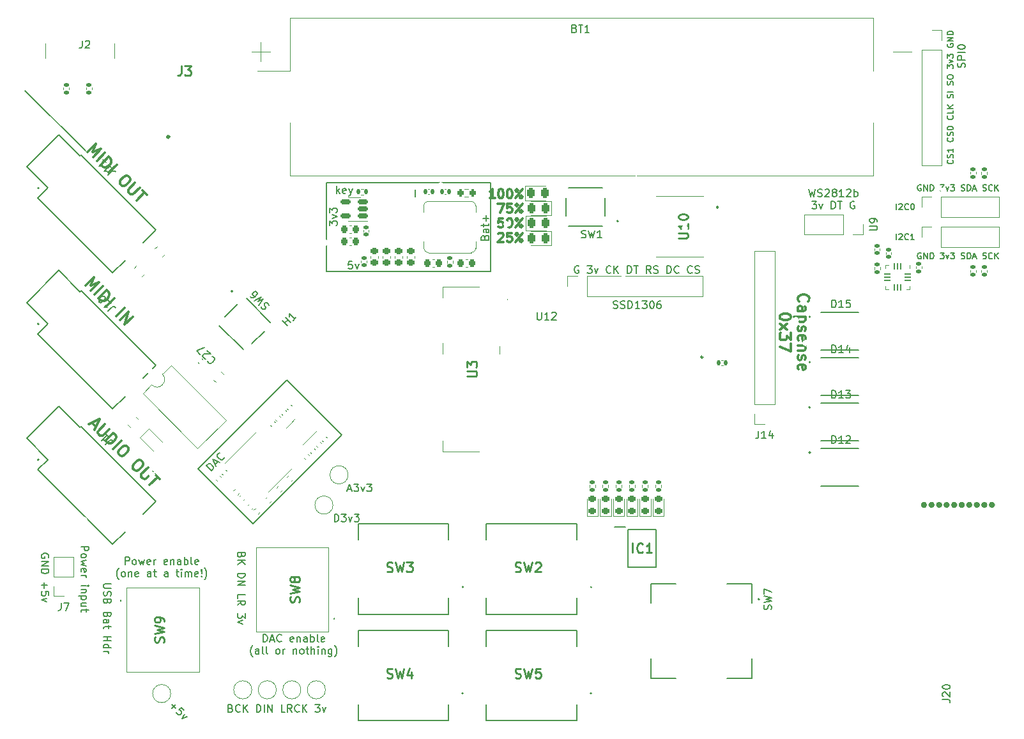
<source format=gbr>
%TF.GenerationSoftware,KiCad,Pcbnew,(6.0.5)*%
%TF.CreationDate,2022-06-20T23:21:56+02:00*%
%TF.ProjectId,clarinoid-devboard,636c6172-696e-46f6-9964-2d646576626f,rev?*%
%TF.SameCoordinates,Original*%
%TF.FileFunction,Legend,Top*%
%TF.FilePolarity,Positive*%
%FSLAX46Y46*%
G04 Gerber Fmt 4.6, Leading zero omitted, Abs format (unit mm)*
G04 Created by KiCad (PCBNEW (6.0.5)) date 2022-06-20 23:21:56*
%MOMM*%
%LPD*%
G01*
G04 APERTURE LIST*
G04 Aperture macros list*
%AMRoundRect*
0 Rectangle with rounded corners*
0 $1 Rounding radius*
0 $2 $3 $4 $5 $6 $7 $8 $9 X,Y pos of 4 corners*
0 Add a 4 corners polygon primitive as box body*
4,1,4,$2,$3,$4,$5,$6,$7,$8,$9,$2,$3,0*
0 Add four circle primitives for the rounded corners*
1,1,$1+$1,$2,$3*
1,1,$1+$1,$4,$5*
1,1,$1+$1,$6,$7*
1,1,$1+$1,$8,$9*
0 Add four rect primitives between the rounded corners*
20,1,$1+$1,$2,$3,$4,$5,0*
20,1,$1+$1,$4,$5,$6,$7,0*
20,1,$1+$1,$6,$7,$8,$9,0*
20,1,$1+$1,$8,$9,$2,$3,0*%
%AMHorizOval*
0 Thick line with rounded ends*
0 $1 width*
0 $2 $3 position (X,Y) of the first rounded end (center of the circle)*
0 $4 $5 position (X,Y) of the second rounded end (center of the circle)*
0 Add line between two ends*
20,1,$1,$2,$3,$4,$5,0*
0 Add two circle primitives to create the rounded ends*
1,1,$1,$2,$3*
1,1,$1,$4,$5*%
%AMRotRect*
0 Rectangle, with rotation*
0 The origin of the aperture is its center*
0 $1 length*
0 $2 width*
0 $3 Rotation angle, in degrees counterclockwise*
0 Add horizontal line*
21,1,$1,$2,0,0,$3*%
%AMFreePoly0*
4,1,14,0.354215,0.088284,0.450784,-0.008285,0.462500,-0.036569,0.462500,-0.060000,0.450784,-0.088284,0.422500,-0.100000,-0.422500,-0.100000,-0.450784,-0.088284,-0.462500,-0.060000,-0.462500,0.060000,-0.450784,0.088284,-0.422500,0.100000,0.325931,0.100000,0.354215,0.088284,0.354215,0.088284,$1*%
%AMFreePoly1*
4,1,14,0.450784,0.088284,0.462500,0.060000,0.462500,0.036569,0.450784,0.008285,0.354215,-0.088284,0.325931,-0.100000,-0.422500,-0.100000,-0.450784,-0.088284,-0.462500,-0.060000,-0.462500,0.060000,-0.450784,0.088284,-0.422500,0.100000,0.422500,0.100000,0.450784,0.088284,0.450784,0.088284,$1*%
%AMFreePoly2*
4,1,14,0.088284,0.450784,0.100000,0.422500,0.100000,-0.422500,0.088284,-0.450784,0.060000,-0.462500,-0.060000,-0.462500,-0.088284,-0.450784,-0.100000,-0.422500,-0.100000,0.325931,-0.088284,0.354215,0.008285,0.450784,0.036569,0.462500,0.060000,0.462500,0.088284,0.450784,0.088284,0.450784,$1*%
%AMFreePoly3*
4,1,14,-0.008285,0.450784,0.088284,0.354215,0.100000,0.325931,0.100000,-0.422500,0.088284,-0.450784,0.060000,-0.462500,-0.060000,-0.462500,-0.088284,-0.450784,-0.100000,-0.422500,-0.100000,0.422500,-0.088284,0.450784,-0.060000,0.462500,-0.036569,0.462500,-0.008285,0.450784,-0.008285,0.450784,$1*%
%AMFreePoly4*
4,1,14,0.450784,0.088284,0.462500,0.060000,0.462500,-0.060000,0.450784,-0.088284,0.422500,-0.100000,-0.325931,-0.100000,-0.354215,-0.088284,-0.450784,0.008285,-0.462500,0.036569,-0.462500,0.060000,-0.450784,0.088284,-0.422500,0.100000,0.422500,0.100000,0.450784,0.088284,0.450784,0.088284,$1*%
%AMFreePoly5*
4,1,14,0.450784,0.088284,0.462500,0.060000,0.462500,-0.060000,0.450784,-0.088284,0.422500,-0.100000,-0.422500,-0.100000,-0.450784,-0.088284,-0.462500,-0.060000,-0.462500,-0.036569,-0.450784,-0.008285,-0.354215,0.088284,-0.325931,0.100000,0.422500,0.100000,0.450784,0.088284,0.450784,0.088284,$1*%
%AMFreePoly6*
4,1,14,0.088284,0.450784,0.100000,0.422500,0.100000,-0.325931,0.088284,-0.354215,-0.008285,-0.450784,-0.036569,-0.462500,-0.060000,-0.462500,-0.088284,-0.450784,-0.100000,-0.422500,-0.100000,0.422500,-0.088284,0.450784,-0.060000,0.462500,0.060000,0.462500,0.088284,0.450784,0.088284,0.450784,$1*%
%AMFreePoly7*
4,1,14,0.088284,0.450784,0.100000,0.422500,0.100000,-0.422500,0.088284,-0.450784,0.060000,-0.462500,0.036569,-0.462500,0.008285,-0.450784,-0.088284,-0.354215,-0.100000,-0.325931,-0.100000,0.422500,-0.088284,0.450784,-0.060000,0.462500,0.060000,0.462500,0.088284,0.450784,0.088284,0.450784,$1*%
G04 Aperture macros list end*
%ADD10C,0.150000*%
%ADD11C,0.300000*%
%ADD12C,0.254000*%
%ADD13C,0.120000*%
%ADD14C,0.200000*%
%ADD15C,0.100000*%
%ADD16C,0.127000*%
%ADD17C,0.400000*%
%ADD18C,0.250000*%
%ADD19C,0.000000*%
%ADD20RoundRect,0.218750X0.256250X-0.218750X0.256250X0.218750X-0.256250X0.218750X-0.256250X-0.218750X0*%
%ADD21RoundRect,0.140000X-0.219203X-0.021213X-0.021213X-0.219203X0.219203X0.021213X0.021213X0.219203X0*%
%ADD22RoundRect,0.225000X0.225000X0.250000X-0.225000X0.250000X-0.225000X-0.250000X0.225000X-0.250000X0*%
%ADD23RoundRect,0.135000X0.185000X-0.135000X0.185000X0.135000X-0.185000X0.135000X-0.185000X-0.135000X0*%
%ADD24R,1.700000X1.700000*%
%ADD25O,1.700000X1.700000*%
%ADD26RoundRect,0.225000X-0.250000X0.225000X-0.250000X-0.225000X0.250000X-0.225000X0.250000X0.225000X0*%
%ADD27RotRect,0.600000X0.450000X315.000000*%
%ADD28C,2.000000*%
%ADD29RotRect,1.600000X1.600000X45.000000*%
%ADD30HorizOval,1.600000X0.000000X0.000000X0.000000X0.000000X0*%
%ADD31RoundRect,0.140000X0.170000X-0.140000X0.170000X0.140000X-0.170000X0.140000X-0.170000X-0.140000X0*%
%ADD32RoundRect,0.135000X0.135000X0.185000X-0.135000X0.185000X-0.135000X-0.185000X0.135000X-0.185000X0*%
%ADD33R,1.475000X0.450000*%
%ADD34C,6.200000*%
%ADD35R,0.700000X0.950000*%
%ADD36R,2.850000X2.250000*%
%ADD37R,2.375000X1.300000*%
%ADD38RoundRect,0.140000X0.021213X-0.219203X0.219203X-0.021213X-0.021213X0.219203X-0.219203X0.021213X0*%
%ADD39C,1.850000*%
%ADD40C,3.450000*%
%ADD41C,2.390000*%
%ADD42R,7.340000X6.350000*%
%ADD43R,1.850000X3.500000*%
%ADD44RoundRect,0.135000X-0.185000X0.135000X-0.185000X-0.135000X0.185000X-0.135000X0.185000X0.135000X0*%
%ADD45C,1.500000*%
%ADD46RoundRect,0.243750X0.243750X0.456250X-0.243750X0.456250X-0.243750X-0.456250X0.243750X-0.456250X0*%
%ADD47RoundRect,0.140000X0.140000X0.170000X-0.140000X0.170000X-0.140000X-0.170000X0.140000X-0.170000X0*%
%ADD48HorizOval,1.700000X0.388909X0.388909X-0.388909X-0.388909X0*%
%ADD49C,0.300000*%
%ADD50RoundRect,0.140000X0.219203X0.021213X0.021213X0.219203X-0.219203X-0.021213X-0.021213X-0.219203X0*%
%ADD51R,1.500000X0.900000*%
%ADD52RoundRect,0.243750X-0.243750X-0.456250X0.243750X-0.456250X0.243750X0.456250X-0.243750X0.456250X0*%
%ADD53RoundRect,0.150000X0.512500X0.150000X-0.512500X0.150000X-0.512500X-0.150000X0.512500X-0.150000X0*%
%ADD54RoundRect,0.135000X-0.035355X0.226274X-0.226274X0.035355X0.035355X-0.226274X0.226274X-0.035355X0*%
%ADD55HorizOval,4.500000X-1.590990X1.590990X1.590990X-1.590990X0*%
%ADD56RoundRect,0.250000X0.132583X-0.503814X0.503814X-0.132583X-0.132583X0.503814X-0.503814X0.132583X0*%
%ADD57RoundRect,0.250000X0.503814X0.132583X0.132583X0.503814X-0.503814X-0.132583X-0.132583X-0.503814X0*%
%ADD58FreePoly0,270.000000*%
%ADD59RoundRect,0.050000X-0.050000X0.412500X-0.050000X-0.412500X0.050000X-0.412500X0.050000X0.412500X0*%
%ADD60FreePoly1,270.000000*%
%ADD61FreePoly2,270.000000*%
%ADD62RoundRect,0.050000X-0.412500X0.050000X-0.412500X-0.050000X0.412500X-0.050000X0.412500X0.050000X0*%
%ADD63FreePoly3,270.000000*%
%ADD64FreePoly4,270.000000*%
%ADD65FreePoly5,270.000000*%
%ADD66FreePoly6,270.000000*%
%ADD67FreePoly7,270.000000*%
%ADD68C,1.000000*%
%ADD69R,0.700000X1.600000*%
%ADD70R,1.200000X1.500000*%
%ADD71R,1.200000X2.200000*%
%ADD72R,1.600000X1.500000*%
%ADD73RoundRect,0.135000X0.035355X-0.226274X0.226274X-0.035355X-0.035355X0.226274X-0.226274X0.035355X0*%
%ADD74RoundRect,0.100000X-0.380070X-0.521491X0.521491X0.380070X0.380070X0.521491X-0.521491X-0.380070X0*%
%ADD75R,0.300000X0.800000*%
%ADD76R,0.800000X0.300000*%
%ADD77R,1.800000X1.800000*%
%ADD78C,0.650000*%
%ADD79R,0.300000X1.150000*%
%ADD80O,1.000000X1.600000*%
%ADD81O,1.000000X2.100000*%
%ADD82R,1.550000X0.300000*%
%ADD83C,1.150000*%
%ADD84C,1.650000*%
%ADD85R,2.750000X1.200000*%
%ADD86RoundRect,0.200000X0.200000X0.275000X-0.200000X0.275000X-0.200000X-0.275000X0.200000X-0.275000X0*%
%ADD87RoundRect,0.225000X-0.225000X-0.250000X0.225000X-0.250000X0.225000X0.250000X-0.225000X0.250000X0*%
%ADD88RoundRect,0.140000X-0.140000X-0.170000X0.140000X-0.170000X0.140000X0.170000X-0.140000X0.170000X0*%
%ADD89R,1.000000X0.750000*%
%ADD90R,1.650000X1.650000*%
%ADD91O,6.000000X3.000000*%
%ADD92RoundRect,0.250000X-0.503814X-0.132583X-0.132583X-0.503814X0.503814X0.132583X0.132583X0.503814X0*%
%ADD93RotRect,1.000000X0.750000X315.000000*%
%ADD94RoundRect,0.150000X0.256326X0.468458X-0.468458X-0.256326X-0.256326X-0.468458X0.468458X0.256326X0*%
%ADD95C,4.400000*%
%ADD96C,0.800000*%
G04 APERTURE END LIST*
D10*
X129561738Y-81132243D02*
X117753055Y-92940926D01*
X110469855Y-85657727D01*
X122278538Y-73849043D01*
X129561738Y-81132243D01*
X95538800Y-43499246D02*
X87538800Y-35499246D01*
X127460804Y-47712034D02*
X149260804Y-47712034D01*
X149260804Y-47712034D02*
X149260804Y-59512034D01*
X149260804Y-59512034D02*
X127460804Y-59512034D01*
X127460804Y-59512034D02*
X127460804Y-47712034D01*
X160920775Y-58778178D02*
X160825537Y-58730558D01*
X160682680Y-58730558D01*
X160539822Y-58778178D01*
X160444584Y-58873416D01*
X160396965Y-58968654D01*
X160349346Y-59159130D01*
X160349346Y-59301987D01*
X160396965Y-59492463D01*
X160444584Y-59587701D01*
X160539822Y-59682939D01*
X160682680Y-59730558D01*
X160777918Y-59730558D01*
X160920775Y-59682939D01*
X160968394Y-59635320D01*
X160968394Y-59301987D01*
X160777918Y-59301987D01*
X162063632Y-58730558D02*
X162682680Y-58730558D01*
X162349346Y-59111511D01*
X162492203Y-59111511D01*
X162587441Y-59159130D01*
X162635061Y-59206749D01*
X162682680Y-59301987D01*
X162682680Y-59540082D01*
X162635061Y-59635320D01*
X162587441Y-59682939D01*
X162492203Y-59730558D01*
X162206489Y-59730558D01*
X162111251Y-59682939D01*
X162063632Y-59635320D01*
X163016013Y-59063892D02*
X163254108Y-59730558D01*
X163492203Y-59063892D01*
X165206489Y-59635320D02*
X165158870Y-59682939D01*
X165016013Y-59730558D01*
X164920775Y-59730558D01*
X164777918Y-59682939D01*
X164682680Y-59587701D01*
X164635061Y-59492463D01*
X164587441Y-59301987D01*
X164587441Y-59159130D01*
X164635061Y-58968654D01*
X164682680Y-58873416D01*
X164777918Y-58778178D01*
X164920775Y-58730558D01*
X165016013Y-58730558D01*
X165158870Y-58778178D01*
X165206489Y-58825797D01*
X165635061Y-59730558D02*
X165635061Y-58730558D01*
X166206489Y-59730558D02*
X165777918Y-59159130D01*
X166206489Y-58730558D02*
X165635061Y-59301987D01*
X167396965Y-59730558D02*
X167396965Y-58730558D01*
X167635061Y-58730558D01*
X167777918Y-58778178D01*
X167873156Y-58873416D01*
X167920775Y-58968654D01*
X167968394Y-59159130D01*
X167968394Y-59301987D01*
X167920775Y-59492463D01*
X167873156Y-59587701D01*
X167777918Y-59682939D01*
X167635061Y-59730558D01*
X167396965Y-59730558D01*
X168254108Y-58730558D02*
X168825537Y-58730558D01*
X168539822Y-59730558D02*
X168539822Y-58730558D01*
X170492203Y-59730558D02*
X170158870Y-59254368D01*
X169920775Y-59730558D02*
X169920775Y-58730558D01*
X170301727Y-58730558D01*
X170396965Y-58778178D01*
X170444584Y-58825797D01*
X170492203Y-58921035D01*
X170492203Y-59063892D01*
X170444584Y-59159130D01*
X170396965Y-59206749D01*
X170301727Y-59254368D01*
X169920775Y-59254368D01*
X170873156Y-59682939D02*
X171016013Y-59730558D01*
X171254108Y-59730558D01*
X171349346Y-59682939D01*
X171396965Y-59635320D01*
X171444584Y-59540082D01*
X171444584Y-59444844D01*
X171396965Y-59349606D01*
X171349346Y-59301987D01*
X171254108Y-59254368D01*
X171063632Y-59206749D01*
X170968394Y-59159130D01*
X170920775Y-59111511D01*
X170873156Y-59016273D01*
X170873156Y-58921035D01*
X170920775Y-58825797D01*
X170968394Y-58778178D01*
X171063632Y-58730558D01*
X171301727Y-58730558D01*
X171444584Y-58778178D01*
X172635061Y-59730558D02*
X172635061Y-58730558D01*
X172873156Y-58730558D01*
X173016013Y-58778178D01*
X173111251Y-58873416D01*
X173158870Y-58968654D01*
X173206489Y-59159130D01*
X173206489Y-59301987D01*
X173158870Y-59492463D01*
X173111251Y-59587701D01*
X173016013Y-59682939D01*
X172873156Y-59730558D01*
X172635061Y-59730558D01*
X174206489Y-59635320D02*
X174158870Y-59682939D01*
X174016013Y-59730558D01*
X173920775Y-59730558D01*
X173777918Y-59682939D01*
X173682680Y-59587701D01*
X173635061Y-59492463D01*
X173587441Y-59301987D01*
X173587441Y-59159130D01*
X173635061Y-58968654D01*
X173682680Y-58873416D01*
X173777918Y-58778178D01*
X173920775Y-58730558D01*
X174016013Y-58730558D01*
X174158870Y-58778178D01*
X174206489Y-58825797D01*
X175968394Y-59635320D02*
X175920775Y-59682939D01*
X175777918Y-59730558D01*
X175682680Y-59730558D01*
X175539822Y-59682939D01*
X175444584Y-59587701D01*
X175396965Y-59492463D01*
X175349346Y-59301987D01*
X175349346Y-59159130D01*
X175396965Y-58968654D01*
X175444584Y-58873416D01*
X175539822Y-58778178D01*
X175682680Y-58730558D01*
X175777918Y-58730558D01*
X175920775Y-58778178D01*
X175968394Y-58825797D01*
X176349346Y-59682939D02*
X176492203Y-59730558D01*
X176730299Y-59730558D01*
X176825537Y-59682939D01*
X176873156Y-59635320D01*
X176920775Y-59540082D01*
X176920775Y-59444844D01*
X176873156Y-59349606D01*
X176825537Y-59301987D01*
X176730299Y-59254368D01*
X176539822Y-59206749D01*
X176444584Y-59159130D01*
X176396965Y-59111511D01*
X176349346Y-59016273D01*
X176349346Y-58921035D01*
X176396965Y-58825797D01*
X176444584Y-58778178D01*
X176539822Y-58730558D01*
X176777918Y-58730558D01*
X176920775Y-58778178D01*
X94958423Y-95958938D02*
X95958423Y-95958938D01*
X95958423Y-96339891D01*
X95910804Y-96435129D01*
X95863184Y-96482748D01*
X95767946Y-96530367D01*
X95625089Y-96530367D01*
X95529851Y-96482748D01*
X95482232Y-96435129D01*
X95434613Y-96339891D01*
X95434613Y-95958938D01*
X94958423Y-97101795D02*
X95006042Y-97006557D01*
X95053661Y-96958938D01*
X95148899Y-96911319D01*
X95434613Y-96911319D01*
X95529851Y-96958938D01*
X95577470Y-97006557D01*
X95625089Y-97101795D01*
X95625089Y-97244653D01*
X95577470Y-97339891D01*
X95529851Y-97387510D01*
X95434613Y-97435129D01*
X95148899Y-97435129D01*
X95053661Y-97387510D01*
X95006042Y-97339891D01*
X94958423Y-97244653D01*
X94958423Y-97101795D01*
X95625089Y-97768462D02*
X94958423Y-97958938D01*
X95434613Y-98149414D01*
X94958423Y-98339891D01*
X95625089Y-98530367D01*
X95006042Y-99292272D02*
X94958423Y-99197034D01*
X94958423Y-99006557D01*
X95006042Y-98911319D01*
X95101280Y-98863700D01*
X95482232Y-98863700D01*
X95577470Y-98911319D01*
X95625089Y-99006557D01*
X95625089Y-99197034D01*
X95577470Y-99292272D01*
X95482232Y-99339891D01*
X95386994Y-99339891D01*
X95291756Y-98863700D01*
X94958423Y-99768462D02*
X95625089Y-99768462D01*
X95434613Y-99768462D02*
X95529851Y-99816081D01*
X95577470Y-99863700D01*
X95625089Y-99958938D01*
X95625089Y-100054176D01*
X94958423Y-101149414D02*
X95625089Y-101149414D01*
X95958423Y-101149414D02*
X95910804Y-101101795D01*
X95863184Y-101149414D01*
X95910804Y-101197034D01*
X95958423Y-101149414D01*
X95863184Y-101149414D01*
X95625089Y-101625605D02*
X94958423Y-101625605D01*
X95529851Y-101625605D02*
X95577470Y-101673224D01*
X95625089Y-101768462D01*
X95625089Y-101911319D01*
X95577470Y-102006557D01*
X95482232Y-102054176D01*
X94958423Y-102054176D01*
X95625089Y-102530367D02*
X94625089Y-102530367D01*
X95577470Y-102530367D02*
X95625089Y-102625605D01*
X95625089Y-102816081D01*
X95577470Y-102911319D01*
X95529851Y-102958938D01*
X95434613Y-103006557D01*
X95148899Y-103006557D01*
X95053661Y-102958938D01*
X95006042Y-102911319D01*
X94958423Y-102816081D01*
X94958423Y-102625605D01*
X95006042Y-102530367D01*
X95625089Y-103863700D02*
X94958423Y-103863700D01*
X95625089Y-103435129D02*
X95101280Y-103435129D01*
X95006042Y-103482748D01*
X94958423Y-103577986D01*
X94958423Y-103720843D01*
X95006042Y-103816081D01*
X95053661Y-103863700D01*
X95625089Y-104197034D02*
X95625089Y-104577986D01*
X95958423Y-104339891D02*
X95101280Y-104339891D01*
X95006042Y-104387510D01*
X94958423Y-104482748D01*
X94958423Y-104577986D01*
D11*
X95579838Y-61325713D02*
X96640498Y-60265053D01*
X96236437Y-61376221D01*
X97347605Y-60972160D01*
X96286945Y-62032820D01*
X96792021Y-62537896D02*
X97852681Y-61477236D01*
X97297098Y-63042972D02*
X98357758Y-61982312D01*
X98610296Y-62234850D01*
X98711311Y-62436881D01*
X98711311Y-62638911D01*
X98660804Y-62790434D01*
X98509281Y-63042972D01*
X98357758Y-63194495D01*
X98105220Y-63346018D01*
X97953697Y-63396526D01*
X97751666Y-63396526D01*
X97549636Y-63295511D01*
X97297098Y-63042972D01*
X98357758Y-64103633D02*
X99418418Y-63042972D01*
X99670956Y-65416831D02*
X100731616Y-64356171D01*
X100176032Y-65921907D02*
X101236692Y-64861247D01*
X100782124Y-66527999D01*
X101842784Y-65467339D01*
D10*
X127898184Y-53402510D02*
X127898184Y-52783462D01*
X128279137Y-53116795D01*
X128279137Y-52973938D01*
X128326756Y-52878700D01*
X128374375Y-52831081D01*
X128469613Y-52783462D01*
X128707708Y-52783462D01*
X128802946Y-52831081D01*
X128850565Y-52878700D01*
X128898184Y-52973938D01*
X128898184Y-53259653D01*
X128850565Y-53354891D01*
X128802946Y-53402510D01*
X128231518Y-52450129D02*
X128898184Y-52212034D01*
X128231518Y-51973938D01*
X127898184Y-51688224D02*
X127898184Y-51069176D01*
X128279137Y-51402510D01*
X128279137Y-51259653D01*
X128326756Y-51164414D01*
X128374375Y-51116795D01*
X128469613Y-51069176D01*
X128707708Y-51069176D01*
X128802946Y-51116795D01*
X128850565Y-51164414D01*
X128898184Y-51259653D01*
X128898184Y-51545367D01*
X128850565Y-51640605D01*
X128802946Y-51688224D01*
X128884613Y-49164414D02*
X128884613Y-48164414D01*
X128979851Y-48783462D02*
X129265565Y-49164414D01*
X129265565Y-48497748D02*
X128884613Y-48878700D01*
X130075089Y-49116795D02*
X129979851Y-49164414D01*
X129789375Y-49164414D01*
X129694137Y-49116795D01*
X129646518Y-49021557D01*
X129646518Y-48640605D01*
X129694137Y-48545367D01*
X129789375Y-48497748D01*
X129979851Y-48497748D01*
X130075089Y-48545367D01*
X130122708Y-48640605D01*
X130122708Y-48735843D01*
X129646518Y-48831081D01*
X130456042Y-48497748D02*
X130694137Y-49164414D01*
X130932232Y-48497748D02*
X130694137Y-49164414D01*
X130598899Y-49402510D01*
X130551280Y-49450129D01*
X130456042Y-49497748D01*
X203036407Y-51296446D02*
X203036407Y-50496446D01*
X203379264Y-50572637D02*
X203417359Y-50534542D01*
X203493550Y-50496446D01*
X203684026Y-50496446D01*
X203760216Y-50534542D01*
X203798312Y-50572637D01*
X203836407Y-50648827D01*
X203836407Y-50725018D01*
X203798312Y-50839303D01*
X203341169Y-51296446D01*
X203836407Y-51296446D01*
X204636407Y-51220256D02*
X204598312Y-51258351D01*
X204484026Y-51296446D01*
X204407835Y-51296446D01*
X204293550Y-51258351D01*
X204217359Y-51182161D01*
X204179264Y-51105970D01*
X204141169Y-50953589D01*
X204141169Y-50839303D01*
X204179264Y-50686922D01*
X204217359Y-50610732D01*
X204293550Y-50534542D01*
X204407835Y-50496446D01*
X204484026Y-50496446D01*
X204598312Y-50534542D01*
X204636407Y-50572637D01*
X205131645Y-50496446D02*
X205207835Y-50496446D01*
X205284026Y-50534542D01*
X205322121Y-50572637D01*
X205360216Y-50648827D01*
X205398312Y-50801208D01*
X205398312Y-50991684D01*
X205360216Y-51144065D01*
X205322121Y-51220256D01*
X205284026Y-51258351D01*
X205207835Y-51296446D01*
X205131645Y-51296446D01*
X205055454Y-51258351D01*
X205017359Y-51220256D01*
X204979264Y-51144065D01*
X204941169Y-50991684D01*
X204941169Y-50801208D01*
X204979264Y-50648827D01*
X205017359Y-50572637D01*
X205055454Y-50534542D01*
X205131645Y-50496446D01*
X119113184Y-108594414D02*
X119113184Y-107594414D01*
X119351280Y-107594414D01*
X119494137Y-107642034D01*
X119589375Y-107737272D01*
X119636994Y-107832510D01*
X119684613Y-108022986D01*
X119684613Y-108165843D01*
X119636994Y-108356319D01*
X119589375Y-108451557D01*
X119494137Y-108546795D01*
X119351280Y-108594414D01*
X119113184Y-108594414D01*
X120065565Y-108308700D02*
X120541756Y-108308700D01*
X119970327Y-108594414D02*
X120303661Y-107594414D01*
X120636994Y-108594414D01*
X121541756Y-108499176D02*
X121494137Y-108546795D01*
X121351280Y-108594414D01*
X121256042Y-108594414D01*
X121113184Y-108546795D01*
X121017946Y-108451557D01*
X120970327Y-108356319D01*
X120922708Y-108165843D01*
X120922708Y-108022986D01*
X120970327Y-107832510D01*
X121017946Y-107737272D01*
X121113184Y-107642034D01*
X121256042Y-107594414D01*
X121351280Y-107594414D01*
X121494137Y-107642034D01*
X121541756Y-107689653D01*
X123113184Y-108546795D02*
X123017946Y-108594414D01*
X122827470Y-108594414D01*
X122732232Y-108546795D01*
X122684613Y-108451557D01*
X122684613Y-108070605D01*
X122732232Y-107975367D01*
X122827470Y-107927748D01*
X123017946Y-107927748D01*
X123113184Y-107975367D01*
X123160804Y-108070605D01*
X123160804Y-108165843D01*
X122684613Y-108261081D01*
X123589375Y-107927748D02*
X123589375Y-108594414D01*
X123589375Y-108022986D02*
X123636994Y-107975367D01*
X123732232Y-107927748D01*
X123875089Y-107927748D01*
X123970327Y-107975367D01*
X124017946Y-108070605D01*
X124017946Y-108594414D01*
X124922708Y-108594414D02*
X124922708Y-108070605D01*
X124875089Y-107975367D01*
X124779851Y-107927748D01*
X124589375Y-107927748D01*
X124494137Y-107975367D01*
X124922708Y-108546795D02*
X124827470Y-108594414D01*
X124589375Y-108594414D01*
X124494137Y-108546795D01*
X124446518Y-108451557D01*
X124446518Y-108356319D01*
X124494137Y-108261081D01*
X124589375Y-108213462D01*
X124827470Y-108213462D01*
X124922708Y-108165843D01*
X125398899Y-108594414D02*
X125398899Y-107594414D01*
X125398899Y-107975367D02*
X125494137Y-107927748D01*
X125684613Y-107927748D01*
X125779851Y-107975367D01*
X125827470Y-108022986D01*
X125875089Y-108118224D01*
X125875089Y-108403938D01*
X125827470Y-108499176D01*
X125779851Y-108546795D01*
X125684613Y-108594414D01*
X125494137Y-108594414D01*
X125398899Y-108546795D01*
X126446518Y-108594414D02*
X126351280Y-108546795D01*
X126303661Y-108451557D01*
X126303661Y-107594414D01*
X127208423Y-108546795D02*
X127113184Y-108594414D01*
X126922708Y-108594414D01*
X126827470Y-108546795D01*
X126779851Y-108451557D01*
X126779851Y-108070605D01*
X126827470Y-107975367D01*
X126922708Y-107927748D01*
X127113184Y-107927748D01*
X127208423Y-107975367D01*
X127256042Y-108070605D01*
X127256042Y-108165843D01*
X126779851Y-108261081D01*
X117732232Y-110585367D02*
X117684613Y-110537748D01*
X117589375Y-110394891D01*
X117541756Y-110299653D01*
X117494137Y-110156795D01*
X117446518Y-109918700D01*
X117446518Y-109728224D01*
X117494137Y-109490129D01*
X117541756Y-109347272D01*
X117589375Y-109252034D01*
X117684613Y-109109176D01*
X117732232Y-109061557D01*
X118541756Y-110204414D02*
X118541756Y-109680605D01*
X118494137Y-109585367D01*
X118398899Y-109537748D01*
X118208423Y-109537748D01*
X118113184Y-109585367D01*
X118541756Y-110156795D02*
X118446518Y-110204414D01*
X118208423Y-110204414D01*
X118113184Y-110156795D01*
X118065565Y-110061557D01*
X118065565Y-109966319D01*
X118113184Y-109871081D01*
X118208423Y-109823462D01*
X118446518Y-109823462D01*
X118541756Y-109775843D01*
X119160804Y-110204414D02*
X119065565Y-110156795D01*
X119017946Y-110061557D01*
X119017946Y-109204414D01*
X119684613Y-110204414D02*
X119589375Y-110156795D01*
X119541756Y-110061557D01*
X119541756Y-109204414D01*
X120970327Y-110204414D02*
X120875089Y-110156795D01*
X120827470Y-110109176D01*
X120779851Y-110013938D01*
X120779851Y-109728224D01*
X120827470Y-109632986D01*
X120875089Y-109585367D01*
X120970327Y-109537748D01*
X121113184Y-109537748D01*
X121208423Y-109585367D01*
X121256042Y-109632986D01*
X121303661Y-109728224D01*
X121303661Y-110013938D01*
X121256042Y-110109176D01*
X121208423Y-110156795D01*
X121113184Y-110204414D01*
X120970327Y-110204414D01*
X121732232Y-110204414D02*
X121732232Y-109537748D01*
X121732232Y-109728224D02*
X121779851Y-109632986D01*
X121827470Y-109585367D01*
X121922708Y-109537748D01*
X122017946Y-109537748D01*
X123113184Y-109537748D02*
X123113184Y-110204414D01*
X123113184Y-109632986D02*
X123160804Y-109585367D01*
X123256042Y-109537748D01*
X123398899Y-109537748D01*
X123494137Y-109585367D01*
X123541756Y-109680605D01*
X123541756Y-110204414D01*
X124160804Y-110204414D02*
X124065565Y-110156795D01*
X124017946Y-110109176D01*
X123970327Y-110013938D01*
X123970327Y-109728224D01*
X124017946Y-109632986D01*
X124065565Y-109585367D01*
X124160804Y-109537748D01*
X124303661Y-109537748D01*
X124398899Y-109585367D01*
X124446518Y-109632986D01*
X124494137Y-109728224D01*
X124494137Y-110013938D01*
X124446518Y-110109176D01*
X124398899Y-110156795D01*
X124303661Y-110204414D01*
X124160804Y-110204414D01*
X124779851Y-109537748D02*
X125160804Y-109537748D01*
X124922708Y-109204414D02*
X124922708Y-110061557D01*
X124970327Y-110156795D01*
X125065565Y-110204414D01*
X125160804Y-110204414D01*
X125494137Y-110204414D02*
X125494137Y-109204414D01*
X125922708Y-110204414D02*
X125922708Y-109680605D01*
X125875089Y-109585367D01*
X125779851Y-109537748D01*
X125636994Y-109537748D01*
X125541756Y-109585367D01*
X125494137Y-109632986D01*
X126398899Y-110204414D02*
X126398899Y-109537748D01*
X126398899Y-109204414D02*
X126351280Y-109252034D01*
X126398899Y-109299653D01*
X126446518Y-109252034D01*
X126398899Y-109204414D01*
X126398899Y-109299653D01*
X126875089Y-109537748D02*
X126875089Y-110204414D01*
X126875089Y-109632986D02*
X126922708Y-109585367D01*
X127017946Y-109537748D01*
X127160804Y-109537748D01*
X127256042Y-109585367D01*
X127303661Y-109680605D01*
X127303661Y-110204414D01*
X128208423Y-109537748D02*
X128208423Y-110347272D01*
X128160804Y-110442510D01*
X128113184Y-110490129D01*
X128017946Y-110537748D01*
X127875089Y-110537748D01*
X127779851Y-110490129D01*
X128208423Y-110156795D02*
X128113184Y-110204414D01*
X127922708Y-110204414D01*
X127827470Y-110156795D01*
X127779851Y-110109176D01*
X127732232Y-110013938D01*
X127732232Y-109728224D01*
X127779851Y-109632986D01*
X127827470Y-109585367D01*
X127922708Y-109537748D01*
X128113184Y-109537748D01*
X128208423Y-109585367D01*
X128589375Y-110585367D02*
X128636994Y-110537748D01*
X128732232Y-110394891D01*
X128779851Y-110299653D01*
X128827470Y-110156795D01*
X128875089Y-109918700D01*
X128875089Y-109728224D01*
X128827470Y-109490129D01*
X128779851Y-109347272D01*
X128732232Y-109252034D01*
X128636994Y-109109176D01*
X128589375Y-109061557D01*
D11*
X96418163Y-79557946D02*
X96923239Y-80063022D01*
X96014102Y-79759977D02*
X97428315Y-79052870D01*
X96721209Y-80467083D01*
X98135422Y-79759977D02*
X97276792Y-80618606D01*
X97226285Y-80770129D01*
X97226285Y-80871145D01*
X97276792Y-81022667D01*
X97478823Y-81224698D01*
X97630346Y-81275206D01*
X97731361Y-81275206D01*
X97882884Y-81224698D01*
X98741514Y-80366068D01*
X98185930Y-81931805D02*
X99246590Y-80871145D01*
X99499128Y-81123683D01*
X99600143Y-81325713D01*
X99600143Y-81527744D01*
X99549636Y-81679267D01*
X99398113Y-81931805D01*
X99246590Y-82083328D01*
X98994052Y-82234850D01*
X98842529Y-82285358D01*
X98640498Y-82285358D01*
X98438468Y-82184343D01*
X98185930Y-81931805D01*
X99246590Y-82992465D02*
X100307250Y-81931805D01*
X101014357Y-82638911D02*
X101216387Y-82840942D01*
X101266895Y-82992465D01*
X101266895Y-83194495D01*
X101115372Y-83447034D01*
X100761819Y-83800587D01*
X100509281Y-83952110D01*
X100307250Y-83952110D01*
X100155727Y-83901602D01*
X99953697Y-83699572D01*
X99903189Y-83548049D01*
X99903189Y-83346018D01*
X100054712Y-83093480D01*
X100408265Y-82739927D01*
X100660804Y-82588404D01*
X100862834Y-82588404D01*
X101014357Y-82638911D01*
X102933647Y-84558201D02*
X103135677Y-84760232D01*
X103186185Y-84911755D01*
X103186185Y-85113785D01*
X103034662Y-85366323D01*
X102681109Y-85719877D01*
X102428570Y-85871400D01*
X102226540Y-85871400D01*
X102075017Y-85820892D01*
X101872987Y-85618861D01*
X101822479Y-85467339D01*
X101822479Y-85265308D01*
X101974002Y-85012770D01*
X102327555Y-84659217D01*
X102580093Y-84507694D01*
X102782124Y-84507694D01*
X102933647Y-84558201D01*
X103842784Y-85467339D02*
X102984154Y-86325968D01*
X102933647Y-86477491D01*
X102933647Y-86578506D01*
X102984154Y-86730029D01*
X103186185Y-86932060D01*
X103337708Y-86982567D01*
X103438723Y-86982567D01*
X103590246Y-86932060D01*
X104448876Y-86073430D01*
X104802429Y-86426984D02*
X105408520Y-87033075D01*
X104044815Y-87790689D02*
X105105475Y-86730029D01*
D10*
X90660804Y-97435129D02*
X90708423Y-97339891D01*
X90708423Y-97197034D01*
X90660804Y-97054176D01*
X90565565Y-96958938D01*
X90470327Y-96911319D01*
X90279851Y-96863700D01*
X90136994Y-96863700D01*
X89946518Y-96911319D01*
X89851280Y-96958938D01*
X89756042Y-97054176D01*
X89708423Y-97197034D01*
X89708423Y-97292272D01*
X89756042Y-97435129D01*
X89803661Y-97482748D01*
X90136994Y-97482748D01*
X90136994Y-97292272D01*
X89708423Y-97911319D02*
X90708423Y-97911319D01*
X89708423Y-98482748D01*
X90708423Y-98482748D01*
X89708423Y-98958938D02*
X90708423Y-98958938D01*
X90708423Y-99197034D01*
X90660804Y-99339891D01*
X90565565Y-99435129D01*
X90470327Y-99482748D01*
X90279851Y-99530367D01*
X90136994Y-99530367D01*
X89946518Y-99482748D01*
X89851280Y-99435129D01*
X89756042Y-99339891D01*
X89708423Y-99197034D01*
X89708423Y-98958938D01*
X100827470Y-98344414D02*
X100827470Y-97344414D01*
X101208423Y-97344414D01*
X101303661Y-97392034D01*
X101351280Y-97439653D01*
X101398899Y-97534891D01*
X101398899Y-97677748D01*
X101351280Y-97772986D01*
X101303661Y-97820605D01*
X101208423Y-97868224D01*
X100827470Y-97868224D01*
X101970327Y-98344414D02*
X101875089Y-98296795D01*
X101827470Y-98249176D01*
X101779851Y-98153938D01*
X101779851Y-97868224D01*
X101827470Y-97772986D01*
X101875089Y-97725367D01*
X101970327Y-97677748D01*
X102113184Y-97677748D01*
X102208423Y-97725367D01*
X102256042Y-97772986D01*
X102303661Y-97868224D01*
X102303661Y-98153938D01*
X102256042Y-98249176D01*
X102208423Y-98296795D01*
X102113184Y-98344414D01*
X101970327Y-98344414D01*
X102636994Y-97677748D02*
X102827470Y-98344414D01*
X103017946Y-97868224D01*
X103208423Y-98344414D01*
X103398899Y-97677748D01*
X104160804Y-98296795D02*
X104065565Y-98344414D01*
X103875089Y-98344414D01*
X103779851Y-98296795D01*
X103732232Y-98201557D01*
X103732232Y-97820605D01*
X103779851Y-97725367D01*
X103875089Y-97677748D01*
X104065565Y-97677748D01*
X104160804Y-97725367D01*
X104208423Y-97820605D01*
X104208423Y-97915843D01*
X103732232Y-98011081D01*
X104636994Y-98344414D02*
X104636994Y-97677748D01*
X104636994Y-97868224D02*
X104684613Y-97772986D01*
X104732232Y-97725367D01*
X104827470Y-97677748D01*
X104922708Y-97677748D01*
X106398899Y-98296795D02*
X106303661Y-98344414D01*
X106113184Y-98344414D01*
X106017946Y-98296795D01*
X105970327Y-98201557D01*
X105970327Y-97820605D01*
X106017946Y-97725367D01*
X106113184Y-97677748D01*
X106303661Y-97677748D01*
X106398899Y-97725367D01*
X106446518Y-97820605D01*
X106446518Y-97915843D01*
X105970327Y-98011081D01*
X106875089Y-97677748D02*
X106875089Y-98344414D01*
X106875089Y-97772986D02*
X106922708Y-97725367D01*
X107017946Y-97677748D01*
X107160804Y-97677748D01*
X107256042Y-97725367D01*
X107303661Y-97820605D01*
X107303661Y-98344414D01*
X108208423Y-98344414D02*
X108208423Y-97820605D01*
X108160804Y-97725367D01*
X108065565Y-97677748D01*
X107875089Y-97677748D01*
X107779851Y-97725367D01*
X108208423Y-98296795D02*
X108113184Y-98344414D01*
X107875089Y-98344414D01*
X107779851Y-98296795D01*
X107732232Y-98201557D01*
X107732232Y-98106319D01*
X107779851Y-98011081D01*
X107875089Y-97963462D01*
X108113184Y-97963462D01*
X108208423Y-97915843D01*
X108684613Y-98344414D02*
X108684613Y-97344414D01*
X108684613Y-97725367D02*
X108779851Y-97677748D01*
X108970327Y-97677748D01*
X109065565Y-97725367D01*
X109113184Y-97772986D01*
X109160804Y-97868224D01*
X109160804Y-98153938D01*
X109113184Y-98249176D01*
X109065565Y-98296795D01*
X108970327Y-98344414D01*
X108779851Y-98344414D01*
X108684613Y-98296795D01*
X109732232Y-98344414D02*
X109636994Y-98296795D01*
X109589375Y-98201557D01*
X109589375Y-97344414D01*
X110494137Y-98296795D02*
X110398899Y-98344414D01*
X110208423Y-98344414D01*
X110113184Y-98296795D01*
X110065565Y-98201557D01*
X110065565Y-97820605D01*
X110113184Y-97725367D01*
X110208423Y-97677748D01*
X110398899Y-97677748D01*
X110494137Y-97725367D01*
X110541756Y-97820605D01*
X110541756Y-97915843D01*
X110065565Y-98011081D01*
X99994137Y-100335367D02*
X99946518Y-100287748D01*
X99851280Y-100144891D01*
X99803661Y-100049653D01*
X99756042Y-99906795D01*
X99708423Y-99668700D01*
X99708423Y-99478224D01*
X99756042Y-99240129D01*
X99803661Y-99097272D01*
X99851280Y-99002034D01*
X99946518Y-98859176D01*
X99994137Y-98811557D01*
X100517946Y-99954414D02*
X100422708Y-99906795D01*
X100375089Y-99859176D01*
X100327470Y-99763938D01*
X100327470Y-99478224D01*
X100375089Y-99382986D01*
X100422708Y-99335367D01*
X100517946Y-99287748D01*
X100660804Y-99287748D01*
X100756042Y-99335367D01*
X100803661Y-99382986D01*
X100851280Y-99478224D01*
X100851280Y-99763938D01*
X100803661Y-99859176D01*
X100756042Y-99906795D01*
X100660804Y-99954414D01*
X100517946Y-99954414D01*
X101279851Y-99287748D02*
X101279851Y-99954414D01*
X101279851Y-99382986D02*
X101327470Y-99335367D01*
X101422708Y-99287748D01*
X101565565Y-99287748D01*
X101660804Y-99335367D01*
X101708423Y-99430605D01*
X101708423Y-99954414D01*
X102565565Y-99906795D02*
X102470327Y-99954414D01*
X102279851Y-99954414D01*
X102184613Y-99906795D01*
X102136994Y-99811557D01*
X102136994Y-99430605D01*
X102184613Y-99335367D01*
X102279851Y-99287748D01*
X102470327Y-99287748D01*
X102565565Y-99335367D01*
X102613184Y-99430605D01*
X102613184Y-99525843D01*
X102136994Y-99621081D01*
X104232232Y-99954414D02*
X104232232Y-99430605D01*
X104184613Y-99335367D01*
X104089375Y-99287748D01*
X103898899Y-99287748D01*
X103803661Y-99335367D01*
X104232232Y-99906795D02*
X104136994Y-99954414D01*
X103898899Y-99954414D01*
X103803661Y-99906795D01*
X103756042Y-99811557D01*
X103756042Y-99716319D01*
X103803661Y-99621081D01*
X103898899Y-99573462D01*
X104136994Y-99573462D01*
X104232232Y-99525843D01*
X104565565Y-99287748D02*
X104946518Y-99287748D01*
X104708423Y-98954414D02*
X104708423Y-99811557D01*
X104756042Y-99906795D01*
X104851280Y-99954414D01*
X104946518Y-99954414D01*
X106470327Y-99954414D02*
X106470327Y-99430605D01*
X106422708Y-99335367D01*
X106327470Y-99287748D01*
X106136994Y-99287748D01*
X106041756Y-99335367D01*
X106470327Y-99906795D02*
X106375089Y-99954414D01*
X106136994Y-99954414D01*
X106041756Y-99906795D01*
X105994137Y-99811557D01*
X105994137Y-99716319D01*
X106041756Y-99621081D01*
X106136994Y-99573462D01*
X106375089Y-99573462D01*
X106470327Y-99525843D01*
X107565565Y-99287748D02*
X107946518Y-99287748D01*
X107708423Y-98954414D02*
X107708423Y-99811557D01*
X107756042Y-99906795D01*
X107851280Y-99954414D01*
X107946518Y-99954414D01*
X108279851Y-99954414D02*
X108279851Y-99287748D01*
X108279851Y-98954414D02*
X108232232Y-99002034D01*
X108279851Y-99049653D01*
X108327470Y-99002034D01*
X108279851Y-98954414D01*
X108279851Y-99049653D01*
X108756042Y-99954414D02*
X108756042Y-99287748D01*
X108756042Y-99382986D02*
X108803661Y-99335367D01*
X108898899Y-99287748D01*
X109041756Y-99287748D01*
X109136994Y-99335367D01*
X109184613Y-99430605D01*
X109184613Y-99954414D01*
X109184613Y-99430605D02*
X109232232Y-99335367D01*
X109327470Y-99287748D01*
X109470327Y-99287748D01*
X109565565Y-99335367D01*
X109613184Y-99430605D01*
X109613184Y-99954414D01*
X110470327Y-99906795D02*
X110375089Y-99954414D01*
X110184613Y-99954414D01*
X110089375Y-99906795D01*
X110041756Y-99811557D01*
X110041756Y-99430605D01*
X110089375Y-99335367D01*
X110184613Y-99287748D01*
X110375089Y-99287748D01*
X110470327Y-99335367D01*
X110517946Y-99430605D01*
X110517946Y-99525843D01*
X110041756Y-99621081D01*
X110946518Y-99859176D02*
X110994137Y-99906795D01*
X110946518Y-99954414D01*
X110898899Y-99906795D01*
X110946518Y-99859176D01*
X110946518Y-99954414D01*
X110946518Y-99573462D02*
X110898899Y-99002034D01*
X110946518Y-98954414D01*
X110994137Y-99002034D01*
X110946518Y-99573462D01*
X110946518Y-98954414D01*
X111327470Y-100335367D02*
X111375089Y-100287748D01*
X111470327Y-100144891D01*
X111517946Y-100049653D01*
X111565565Y-99906795D01*
X111613184Y-99668700D01*
X111613184Y-99478224D01*
X111565565Y-99240129D01*
X111517946Y-99097272D01*
X111470327Y-99002034D01*
X111375089Y-98859176D01*
X111327470Y-98811557D01*
X90089375Y-100708938D02*
X90089375Y-101470843D01*
X89708423Y-101089891D02*
X90470327Y-101089891D01*
X90708423Y-102423224D02*
X90708423Y-101947034D01*
X90232232Y-101899414D01*
X90279851Y-101947034D01*
X90327470Y-102042272D01*
X90327470Y-102280367D01*
X90279851Y-102375605D01*
X90232232Y-102423224D01*
X90136994Y-102470843D01*
X89898899Y-102470843D01*
X89803661Y-102423224D01*
X89756042Y-102375605D01*
X89708423Y-102280367D01*
X89708423Y-102042272D01*
X89756042Y-101947034D01*
X89803661Y-101899414D01*
X90375089Y-102804176D02*
X89708423Y-103042272D01*
X90375089Y-103280367D01*
X130917946Y-58149414D02*
X130441756Y-58149414D01*
X130394137Y-58625605D01*
X130441756Y-58577986D01*
X130536994Y-58530367D01*
X130775089Y-58530367D01*
X130870327Y-58577986D01*
X130917946Y-58625605D01*
X130965565Y-58720843D01*
X130965565Y-58958938D01*
X130917946Y-59054176D01*
X130870327Y-59101795D01*
X130775089Y-59149414D01*
X130536994Y-59149414D01*
X130441756Y-59101795D01*
X130394137Y-59054176D01*
X131298899Y-58482748D02*
X131536994Y-59149414D01*
X131775089Y-58482748D01*
X112281394Y-85900163D02*
X111574288Y-85193056D01*
X111742646Y-85024697D01*
X111877333Y-84957354D01*
X112012020Y-84957354D01*
X112113036Y-84991026D01*
X112281394Y-85092041D01*
X112382410Y-85193056D01*
X112483425Y-85361415D01*
X112517097Y-85462430D01*
X112517097Y-85597117D01*
X112449753Y-85731804D01*
X112281394Y-85900163D01*
X112752799Y-85024697D02*
X113089516Y-84687980D01*
X112887486Y-85294071D02*
X112416081Y-84351262D01*
X113358890Y-84822667D01*
X113931310Y-84115560D02*
X113931310Y-84182904D01*
X113863967Y-84317591D01*
X113796623Y-84384934D01*
X113661936Y-84452278D01*
X113527249Y-84452278D01*
X113426234Y-84418606D01*
X113257875Y-84317591D01*
X113156860Y-84216575D01*
X113055845Y-84048217D01*
X113022173Y-83947201D01*
X113022173Y-83812514D01*
X113089516Y-83677827D01*
X113156860Y-83610484D01*
X113291547Y-83543140D01*
X113358890Y-83543140D01*
X114815565Y-117375605D02*
X114958423Y-117423224D01*
X115006042Y-117470843D01*
X115053661Y-117566081D01*
X115053661Y-117708938D01*
X115006042Y-117804176D01*
X114958423Y-117851795D01*
X114863184Y-117899414D01*
X114482232Y-117899414D01*
X114482232Y-116899414D01*
X114815565Y-116899414D01*
X114910804Y-116947034D01*
X114958423Y-116994653D01*
X115006042Y-117089891D01*
X115006042Y-117185129D01*
X114958423Y-117280367D01*
X114910804Y-117327986D01*
X114815565Y-117375605D01*
X114482232Y-117375605D01*
X116053661Y-117804176D02*
X116006042Y-117851795D01*
X115863184Y-117899414D01*
X115767946Y-117899414D01*
X115625089Y-117851795D01*
X115529851Y-117756557D01*
X115482232Y-117661319D01*
X115434613Y-117470843D01*
X115434613Y-117327986D01*
X115482232Y-117137510D01*
X115529851Y-117042272D01*
X115625089Y-116947034D01*
X115767946Y-116899414D01*
X115863184Y-116899414D01*
X116006042Y-116947034D01*
X116053661Y-116994653D01*
X116482232Y-117899414D02*
X116482232Y-116899414D01*
X117053661Y-117899414D02*
X116625089Y-117327986D01*
X117053661Y-116899414D02*
X116482232Y-117470843D01*
X118244137Y-117899414D02*
X118244137Y-116899414D01*
X118482232Y-116899414D01*
X118625089Y-116947034D01*
X118720327Y-117042272D01*
X118767946Y-117137510D01*
X118815565Y-117327986D01*
X118815565Y-117470843D01*
X118767946Y-117661319D01*
X118720327Y-117756557D01*
X118625089Y-117851795D01*
X118482232Y-117899414D01*
X118244137Y-117899414D01*
X119244137Y-117899414D02*
X119244137Y-116899414D01*
X119720327Y-117899414D02*
X119720327Y-116899414D01*
X120291756Y-117899414D01*
X120291756Y-116899414D01*
X122006042Y-117899414D02*
X121529851Y-117899414D01*
X121529851Y-116899414D01*
X122910804Y-117899414D02*
X122577470Y-117423224D01*
X122339375Y-117899414D02*
X122339375Y-116899414D01*
X122720327Y-116899414D01*
X122815565Y-116947034D01*
X122863184Y-116994653D01*
X122910804Y-117089891D01*
X122910804Y-117232748D01*
X122863184Y-117327986D01*
X122815565Y-117375605D01*
X122720327Y-117423224D01*
X122339375Y-117423224D01*
X123910804Y-117804176D02*
X123863184Y-117851795D01*
X123720327Y-117899414D01*
X123625089Y-117899414D01*
X123482232Y-117851795D01*
X123386994Y-117756557D01*
X123339375Y-117661319D01*
X123291756Y-117470843D01*
X123291756Y-117327986D01*
X123339375Y-117137510D01*
X123386994Y-117042272D01*
X123482232Y-116947034D01*
X123625089Y-116899414D01*
X123720327Y-116899414D01*
X123863184Y-116947034D01*
X123910804Y-116994653D01*
X124339375Y-117899414D02*
X124339375Y-116899414D01*
X124910804Y-117899414D02*
X124482232Y-117327986D01*
X124910804Y-116899414D02*
X124339375Y-117470843D01*
X126006042Y-116899414D02*
X126625089Y-116899414D01*
X126291756Y-117280367D01*
X126434613Y-117280367D01*
X126529851Y-117327986D01*
X126577470Y-117375605D01*
X126625089Y-117470843D01*
X126625089Y-117708938D01*
X126577470Y-117804176D01*
X126529851Y-117851795D01*
X126434613Y-117899414D01*
X126148899Y-117899414D01*
X126053661Y-117851795D01*
X126006042Y-117804176D01*
X126958423Y-117232748D02*
X127196518Y-117899414D01*
X127434613Y-117232748D01*
X206303073Y-57034542D02*
X206226883Y-56996446D01*
X206112597Y-56996446D01*
X205998312Y-57034542D01*
X205922121Y-57110732D01*
X205884026Y-57186922D01*
X205845931Y-57339303D01*
X205845931Y-57453589D01*
X205884026Y-57605970D01*
X205922121Y-57682161D01*
X205998312Y-57758351D01*
X206112597Y-57796446D01*
X206188788Y-57796446D01*
X206303073Y-57758351D01*
X206341169Y-57720256D01*
X206341169Y-57453589D01*
X206188788Y-57453589D01*
X206684026Y-57796446D02*
X206684026Y-56996446D01*
X207141169Y-57796446D01*
X207141169Y-56996446D01*
X207522121Y-57796446D02*
X207522121Y-56996446D01*
X207712597Y-56996446D01*
X207826883Y-57034542D01*
X207903073Y-57110732D01*
X207941169Y-57186922D01*
X207979264Y-57339303D01*
X207979264Y-57453589D01*
X207941169Y-57605970D01*
X207903073Y-57682161D01*
X207826883Y-57758351D01*
X207712597Y-57796446D01*
X207522121Y-57796446D01*
X208855454Y-56996446D02*
X209350692Y-56996446D01*
X209084026Y-57301208D01*
X209198312Y-57301208D01*
X209274502Y-57339303D01*
X209312597Y-57377399D01*
X209350692Y-57453589D01*
X209350692Y-57644065D01*
X209312597Y-57720256D01*
X209274502Y-57758351D01*
X209198312Y-57796446D01*
X208969740Y-57796446D01*
X208893550Y-57758351D01*
X208855454Y-57720256D01*
X209617359Y-57263113D02*
X209807835Y-57796446D01*
X209998312Y-57263113D01*
X210226883Y-56996446D02*
X210722121Y-56996446D01*
X210455454Y-57301208D01*
X210569740Y-57301208D01*
X210645931Y-57339303D01*
X210684026Y-57377399D01*
X210722121Y-57453589D01*
X210722121Y-57644065D01*
X210684026Y-57720256D01*
X210645931Y-57758351D01*
X210569740Y-57796446D01*
X210341169Y-57796446D01*
X210264978Y-57758351D01*
X210226883Y-57720256D01*
X211636407Y-57758351D02*
X211750692Y-57796446D01*
X211941169Y-57796446D01*
X212017359Y-57758351D01*
X212055454Y-57720256D01*
X212093550Y-57644065D01*
X212093550Y-57567875D01*
X212055454Y-57491684D01*
X212017359Y-57453589D01*
X211941169Y-57415494D01*
X211788788Y-57377399D01*
X211712597Y-57339303D01*
X211674502Y-57301208D01*
X211636407Y-57225018D01*
X211636407Y-57148827D01*
X211674502Y-57072637D01*
X211712597Y-57034542D01*
X211788788Y-56996446D01*
X211979264Y-56996446D01*
X212093550Y-57034542D01*
X212436407Y-57796446D02*
X212436407Y-56996446D01*
X212626883Y-56996446D01*
X212741169Y-57034542D01*
X212817359Y-57110732D01*
X212855454Y-57186922D01*
X212893550Y-57339303D01*
X212893550Y-57453589D01*
X212855454Y-57605970D01*
X212817359Y-57682161D01*
X212741169Y-57758351D01*
X212626883Y-57796446D01*
X212436407Y-57796446D01*
X213198312Y-57567875D02*
X213579264Y-57567875D01*
X213122121Y-57796446D02*
X213388788Y-56996446D01*
X213655454Y-57796446D01*
X214493550Y-57758351D02*
X214607835Y-57796446D01*
X214798312Y-57796446D01*
X214874502Y-57758351D01*
X214912597Y-57720256D01*
X214950692Y-57644065D01*
X214950692Y-57567875D01*
X214912597Y-57491684D01*
X214874502Y-57453589D01*
X214798312Y-57415494D01*
X214645931Y-57377399D01*
X214569740Y-57339303D01*
X214531645Y-57301208D01*
X214493550Y-57225018D01*
X214493550Y-57148827D01*
X214531645Y-57072637D01*
X214569740Y-57034542D01*
X214645931Y-56996446D01*
X214836407Y-56996446D01*
X214950692Y-57034542D01*
X215750692Y-57720256D02*
X215712597Y-57758351D01*
X215598312Y-57796446D01*
X215522121Y-57796446D01*
X215407835Y-57758351D01*
X215331645Y-57682161D01*
X215293550Y-57605970D01*
X215255454Y-57453589D01*
X215255454Y-57339303D01*
X215293550Y-57186922D01*
X215331645Y-57110732D01*
X215407835Y-57034542D01*
X215522121Y-56996446D01*
X215598312Y-56996446D01*
X215712597Y-57034542D01*
X215750692Y-57072637D01*
X216093550Y-57796446D02*
X216093550Y-56996446D01*
X216550692Y-57796446D02*
X216207835Y-57339303D01*
X216550692Y-56996446D02*
X216093550Y-57453589D01*
X130339375Y-88363700D02*
X130815565Y-88363700D01*
X130244137Y-88649414D02*
X130577470Y-87649414D01*
X130910804Y-88649414D01*
X131148899Y-87649414D02*
X131767946Y-87649414D01*
X131434613Y-88030367D01*
X131577470Y-88030367D01*
X131672708Y-88077986D01*
X131720327Y-88125605D01*
X131767946Y-88220843D01*
X131767946Y-88458938D01*
X131720327Y-88554176D01*
X131672708Y-88601795D01*
X131577470Y-88649414D01*
X131291756Y-88649414D01*
X131196518Y-88601795D01*
X131148899Y-88554176D01*
X132101280Y-87982748D02*
X132339375Y-88649414D01*
X132577470Y-87982748D01*
X132863184Y-87649414D02*
X133482232Y-87649414D01*
X133148899Y-88030367D01*
X133291756Y-88030367D01*
X133386994Y-88077986D01*
X133434613Y-88125605D01*
X133482232Y-88220843D01*
X133482232Y-88458938D01*
X133434613Y-88554176D01*
X133386994Y-88601795D01*
X133291756Y-88649414D01*
X133006042Y-88649414D01*
X132910804Y-88601795D01*
X132863184Y-88554176D01*
D11*
X190132589Y-63475605D02*
X190061161Y-63404176D01*
X189989732Y-63189891D01*
X189989732Y-63047034D01*
X190061161Y-62832748D01*
X190204018Y-62689891D01*
X190346875Y-62618462D01*
X190632589Y-62547034D01*
X190846875Y-62547034D01*
X191132589Y-62618462D01*
X191275446Y-62689891D01*
X191418304Y-62832748D01*
X191489732Y-63047034D01*
X191489732Y-63189891D01*
X191418304Y-63404176D01*
X191346875Y-63475605D01*
X189989732Y-64761319D02*
X190775446Y-64761319D01*
X190918304Y-64689891D01*
X190989732Y-64547034D01*
X190989732Y-64261319D01*
X190918304Y-64118462D01*
X190061161Y-64761319D02*
X189989732Y-64618462D01*
X189989732Y-64261319D01*
X190061161Y-64118462D01*
X190204018Y-64047034D01*
X190346875Y-64047034D01*
X190489732Y-64118462D01*
X190561161Y-64261319D01*
X190561161Y-64618462D01*
X190632589Y-64761319D01*
X190989732Y-65475605D02*
X189489732Y-65475605D01*
X190918304Y-65475605D02*
X190989732Y-65618462D01*
X190989732Y-65904176D01*
X190918304Y-66047034D01*
X190846875Y-66118462D01*
X190704018Y-66189891D01*
X190275446Y-66189891D01*
X190132589Y-66118462D01*
X190061161Y-66047034D01*
X189989732Y-65904176D01*
X189989732Y-65618462D01*
X190061161Y-65475605D01*
X190061161Y-66761319D02*
X189989732Y-66904176D01*
X189989732Y-67189891D01*
X190061161Y-67332748D01*
X190204018Y-67404176D01*
X190275446Y-67404176D01*
X190418304Y-67332748D01*
X190489732Y-67189891D01*
X190489732Y-66975605D01*
X190561161Y-66832748D01*
X190704018Y-66761319D01*
X190775446Y-66761319D01*
X190918304Y-66832748D01*
X190989732Y-66975605D01*
X190989732Y-67189891D01*
X190918304Y-67332748D01*
X190061161Y-68618462D02*
X189989732Y-68475605D01*
X189989732Y-68189891D01*
X190061161Y-68047034D01*
X190204018Y-67975605D01*
X190775446Y-67975605D01*
X190918304Y-68047034D01*
X190989732Y-68189891D01*
X190989732Y-68475605D01*
X190918304Y-68618462D01*
X190775446Y-68689891D01*
X190632589Y-68689891D01*
X190489732Y-67975605D01*
X190989732Y-69332748D02*
X189989732Y-69332748D01*
X190846875Y-69332748D02*
X190918304Y-69404176D01*
X190989732Y-69547034D01*
X190989732Y-69761319D01*
X190918304Y-69904176D01*
X190775446Y-69975605D01*
X189989732Y-69975605D01*
X190061161Y-70618462D02*
X189989732Y-70761319D01*
X189989732Y-71047034D01*
X190061161Y-71189891D01*
X190204018Y-71261319D01*
X190275446Y-71261319D01*
X190418304Y-71189891D01*
X190489732Y-71047034D01*
X190489732Y-70832748D01*
X190561161Y-70689891D01*
X190704018Y-70618462D01*
X190775446Y-70618462D01*
X190918304Y-70689891D01*
X190989732Y-70832748D01*
X190989732Y-71047034D01*
X190918304Y-71189891D01*
X190061161Y-72475605D02*
X189989732Y-72332748D01*
X189989732Y-72047034D01*
X190061161Y-71904176D01*
X190204018Y-71832748D01*
X190775446Y-71832748D01*
X190918304Y-71904176D01*
X190989732Y-72047034D01*
X190989732Y-72332748D01*
X190918304Y-72475605D01*
X190775446Y-72547034D01*
X190632589Y-72547034D01*
X190489732Y-71832748D01*
X189074732Y-65439891D02*
X189074732Y-65582748D01*
X189003304Y-65725605D01*
X188931875Y-65797034D01*
X188789018Y-65868462D01*
X188503304Y-65939891D01*
X188146161Y-65939891D01*
X187860446Y-65868462D01*
X187717589Y-65797034D01*
X187646161Y-65725605D01*
X187574732Y-65582748D01*
X187574732Y-65439891D01*
X187646161Y-65297034D01*
X187717589Y-65225605D01*
X187860446Y-65154176D01*
X188146161Y-65082748D01*
X188503304Y-65082748D01*
X188789018Y-65154176D01*
X188931875Y-65225605D01*
X189003304Y-65297034D01*
X189074732Y-65439891D01*
X187574732Y-66439891D02*
X188574732Y-67225605D01*
X188574732Y-66439891D02*
X187574732Y-67225605D01*
X189074732Y-67654176D02*
X189074732Y-68582748D01*
X188503304Y-68082748D01*
X188503304Y-68297034D01*
X188431875Y-68439891D01*
X188360446Y-68511319D01*
X188217589Y-68582748D01*
X187860446Y-68582748D01*
X187717589Y-68511319D01*
X187646161Y-68439891D01*
X187574732Y-68297034D01*
X187574732Y-67868462D01*
X187646161Y-67725605D01*
X187717589Y-67654176D01*
X189074732Y-69082748D02*
X189074732Y-70082748D01*
X187574732Y-69439891D01*
D10*
X148489375Y-54982748D02*
X148536994Y-54839891D01*
X148584613Y-54792272D01*
X148679851Y-54744653D01*
X148822708Y-54744653D01*
X148917946Y-54792272D01*
X148965565Y-54839891D01*
X149013184Y-54935129D01*
X149013184Y-55316081D01*
X148013184Y-55316081D01*
X148013184Y-54982748D01*
X148060804Y-54887510D01*
X148108423Y-54839891D01*
X148203661Y-54792272D01*
X148298899Y-54792272D01*
X148394137Y-54839891D01*
X148441756Y-54887510D01*
X148489375Y-54982748D01*
X148489375Y-55316081D01*
X149013184Y-53887510D02*
X148489375Y-53887510D01*
X148394137Y-53935129D01*
X148346518Y-54030367D01*
X148346518Y-54220843D01*
X148394137Y-54316081D01*
X148965565Y-53887510D02*
X149013184Y-53982748D01*
X149013184Y-54220843D01*
X148965565Y-54316081D01*
X148870327Y-54363700D01*
X148775089Y-54363700D01*
X148679851Y-54316081D01*
X148632232Y-54220843D01*
X148632232Y-53982748D01*
X148584613Y-53887510D01*
X148346518Y-53554176D02*
X148346518Y-53173224D01*
X148013184Y-53411319D02*
X148870327Y-53411319D01*
X148965565Y-53363700D01*
X149013184Y-53268462D01*
X149013184Y-53173224D01*
X148632232Y-52839891D02*
X148632232Y-52077986D01*
X149013184Y-52458938D02*
X148251280Y-52458938D01*
X191436407Y-48581922D02*
X191674502Y-49581922D01*
X191864978Y-48867637D01*
X192055454Y-49581922D01*
X192293550Y-48581922D01*
X192626883Y-49534303D02*
X192769740Y-49581922D01*
X193007835Y-49581922D01*
X193103073Y-49534303D01*
X193150692Y-49486684D01*
X193198312Y-49391446D01*
X193198312Y-49296208D01*
X193150692Y-49200970D01*
X193103073Y-49153351D01*
X193007835Y-49105732D01*
X192817359Y-49058113D01*
X192722121Y-49010494D01*
X192674502Y-48962875D01*
X192626883Y-48867637D01*
X192626883Y-48772399D01*
X192674502Y-48677161D01*
X192722121Y-48629542D01*
X192817359Y-48581922D01*
X193055454Y-48581922D01*
X193198312Y-48629542D01*
X193579264Y-48677161D02*
X193626883Y-48629542D01*
X193722121Y-48581922D01*
X193960216Y-48581922D01*
X194055454Y-48629542D01*
X194103073Y-48677161D01*
X194150692Y-48772399D01*
X194150692Y-48867637D01*
X194103073Y-49010494D01*
X193531645Y-49581922D01*
X194150692Y-49581922D01*
X194722121Y-49010494D02*
X194626883Y-48962875D01*
X194579264Y-48915256D01*
X194531645Y-48820018D01*
X194531645Y-48772399D01*
X194579264Y-48677161D01*
X194626883Y-48629542D01*
X194722121Y-48581922D01*
X194912597Y-48581922D01*
X195007835Y-48629542D01*
X195055454Y-48677161D01*
X195103073Y-48772399D01*
X195103073Y-48820018D01*
X195055454Y-48915256D01*
X195007835Y-48962875D01*
X194912597Y-49010494D01*
X194722121Y-49010494D01*
X194626883Y-49058113D01*
X194579264Y-49105732D01*
X194531645Y-49200970D01*
X194531645Y-49391446D01*
X194579264Y-49486684D01*
X194626883Y-49534303D01*
X194722121Y-49581922D01*
X194912597Y-49581922D01*
X195007835Y-49534303D01*
X195055454Y-49486684D01*
X195103073Y-49391446D01*
X195103073Y-49200970D01*
X195055454Y-49105732D01*
X195007835Y-49058113D01*
X194912597Y-49010494D01*
X196055454Y-49581922D02*
X195484026Y-49581922D01*
X195769740Y-49581922D02*
X195769740Y-48581922D01*
X195674502Y-48724780D01*
X195579264Y-48820018D01*
X195484026Y-48867637D01*
X196436407Y-48677161D02*
X196484026Y-48629542D01*
X196579264Y-48581922D01*
X196817359Y-48581922D01*
X196912597Y-48629542D01*
X196960216Y-48677161D01*
X197007835Y-48772399D01*
X197007835Y-48867637D01*
X196960216Y-49010494D01*
X196388788Y-49581922D01*
X197007835Y-49581922D01*
X197436407Y-49581922D02*
X197436407Y-48581922D01*
X197436407Y-48962875D02*
X197531645Y-48915256D01*
X197722121Y-48915256D01*
X197817359Y-48962875D01*
X197864978Y-49010494D01*
X197912597Y-49105732D01*
X197912597Y-49391446D01*
X197864978Y-49486684D01*
X197817359Y-49534303D01*
X197722121Y-49581922D01*
X197531645Y-49581922D01*
X197436407Y-49534303D01*
X191841169Y-50191922D02*
X192460216Y-50191922D01*
X192126883Y-50572875D01*
X192269740Y-50572875D01*
X192364978Y-50620494D01*
X192412597Y-50668113D01*
X192460216Y-50763351D01*
X192460216Y-51001446D01*
X192412597Y-51096684D01*
X192364978Y-51144303D01*
X192269740Y-51191922D01*
X191984026Y-51191922D01*
X191888788Y-51144303D01*
X191841169Y-51096684D01*
X192793550Y-50525256D02*
X193031645Y-51191922D01*
X193269740Y-50525256D01*
X194412597Y-51191922D02*
X194412597Y-50191922D01*
X194650692Y-50191922D01*
X194793550Y-50239542D01*
X194888788Y-50334780D01*
X194936407Y-50430018D01*
X194984026Y-50620494D01*
X194984026Y-50763351D01*
X194936407Y-50953827D01*
X194888788Y-51049065D01*
X194793550Y-51144303D01*
X194650692Y-51191922D01*
X194412597Y-51191922D01*
X195269740Y-50191922D02*
X195841169Y-50191922D01*
X195555454Y-51191922D02*
X195555454Y-50191922D01*
X197460216Y-50239542D02*
X197364978Y-50191922D01*
X197222121Y-50191922D01*
X197079264Y-50239542D01*
X196984026Y-50334780D01*
X196936407Y-50430018D01*
X196888788Y-50620494D01*
X196888788Y-50763351D01*
X196936407Y-50953827D01*
X196984026Y-51049065D01*
X197079264Y-51144303D01*
X197222121Y-51191922D01*
X197317359Y-51191922D01*
X197460216Y-51144303D01*
X197507835Y-51096684D01*
X197507835Y-50763351D01*
X197317359Y-50763351D01*
D11*
X149815089Y-49781425D02*
X149129375Y-49781425D01*
X149472232Y-49781425D02*
X149472232Y-48581425D01*
X149357946Y-48752853D01*
X149243661Y-48867139D01*
X149129375Y-48924282D01*
X150557946Y-48581425D02*
X150672232Y-48581425D01*
X150786518Y-48638568D01*
X150843661Y-48695710D01*
X150900804Y-48809996D01*
X150957946Y-49038568D01*
X150957946Y-49324282D01*
X150900804Y-49552853D01*
X150843661Y-49667139D01*
X150786518Y-49724282D01*
X150672232Y-49781425D01*
X150557946Y-49781425D01*
X150443661Y-49724282D01*
X150386518Y-49667139D01*
X150329375Y-49552853D01*
X150272232Y-49324282D01*
X150272232Y-49038568D01*
X150329375Y-48809996D01*
X150386518Y-48695710D01*
X150443661Y-48638568D01*
X150557946Y-48581425D01*
X151700804Y-48581425D02*
X151815089Y-48581425D01*
X151929375Y-48638568D01*
X151986518Y-48695710D01*
X152043661Y-48809996D01*
X152100804Y-49038568D01*
X152100804Y-49324282D01*
X152043661Y-49552853D01*
X151986518Y-49667139D01*
X151929375Y-49724282D01*
X151815089Y-49781425D01*
X151700804Y-49781425D01*
X151586518Y-49724282D01*
X151529375Y-49667139D01*
X151472232Y-49552853D01*
X151415089Y-49324282D01*
X151415089Y-49038568D01*
X151472232Y-48809996D01*
X151529375Y-48695710D01*
X151586518Y-48638568D01*
X151700804Y-48581425D01*
X152557946Y-49781425D02*
X153472232Y-48581425D01*
X152729375Y-48581425D02*
X152843661Y-48638568D01*
X152900804Y-48752853D01*
X152843661Y-48867139D01*
X152729375Y-48924282D01*
X152615089Y-48867139D01*
X152557946Y-48752853D01*
X152615089Y-48638568D01*
X152729375Y-48581425D01*
X153415089Y-49724282D02*
X153472232Y-49609996D01*
X153415089Y-49495710D01*
X153300804Y-49438568D01*
X153186518Y-49495710D01*
X153129375Y-49609996D01*
X153186518Y-49724282D01*
X153300804Y-49781425D01*
X153415089Y-49724282D01*
X150215089Y-50513425D02*
X151015089Y-50513425D01*
X150500804Y-51713425D01*
X152043661Y-50513425D02*
X151472232Y-50513425D01*
X151415089Y-51084853D01*
X151472232Y-51027710D01*
X151586518Y-50970568D01*
X151872232Y-50970568D01*
X151986518Y-51027710D01*
X152043661Y-51084853D01*
X152100804Y-51199139D01*
X152100804Y-51484853D01*
X152043661Y-51599139D01*
X151986518Y-51656282D01*
X151872232Y-51713425D01*
X151586518Y-51713425D01*
X151472232Y-51656282D01*
X151415089Y-51599139D01*
X152557946Y-51713425D02*
X153472232Y-50513425D01*
X152729375Y-50513425D02*
X152843661Y-50570568D01*
X152900804Y-50684853D01*
X152843661Y-50799139D01*
X152729375Y-50856282D01*
X152615089Y-50799139D01*
X152557946Y-50684853D01*
X152615089Y-50570568D01*
X152729375Y-50513425D01*
X153415089Y-51656282D02*
X153472232Y-51541996D01*
X153415089Y-51427710D01*
X153300804Y-51370568D01*
X153186518Y-51427710D01*
X153129375Y-51541996D01*
X153186518Y-51656282D01*
X153300804Y-51713425D01*
X153415089Y-51656282D01*
X150900804Y-52445425D02*
X150329375Y-52445425D01*
X150272232Y-53016853D01*
X150329375Y-52959710D01*
X150443661Y-52902568D01*
X150729375Y-52902568D01*
X150843661Y-52959710D01*
X150900804Y-53016853D01*
X150957946Y-53131139D01*
X150957946Y-53416853D01*
X150900804Y-53531139D01*
X150843661Y-53588282D01*
X150729375Y-53645425D01*
X150443661Y-53645425D01*
X150329375Y-53588282D01*
X150272232Y-53531139D01*
X151700804Y-52445425D02*
X151815089Y-52445425D01*
X151929375Y-52502568D01*
X151986518Y-52559710D01*
X152043661Y-52673996D01*
X152100804Y-52902568D01*
X152100804Y-53188282D01*
X152043661Y-53416853D01*
X151986518Y-53531139D01*
X151929375Y-53588282D01*
X151815089Y-53645425D01*
X151700804Y-53645425D01*
X151586518Y-53588282D01*
X151529375Y-53531139D01*
X151472232Y-53416853D01*
X151415089Y-53188282D01*
X151415089Y-52902568D01*
X151472232Y-52673996D01*
X151529375Y-52559710D01*
X151586518Y-52502568D01*
X151700804Y-52445425D01*
X152557946Y-53645425D02*
X153472232Y-52445425D01*
X152729375Y-52445425D02*
X152843661Y-52502568D01*
X152900804Y-52616853D01*
X152843661Y-52731139D01*
X152729375Y-52788282D01*
X152615089Y-52731139D01*
X152557946Y-52616853D01*
X152615089Y-52502568D01*
X152729375Y-52445425D01*
X153415089Y-53588282D02*
X153472232Y-53473996D01*
X153415089Y-53359710D01*
X153300804Y-53302568D01*
X153186518Y-53359710D01*
X153129375Y-53473996D01*
X153186518Y-53588282D01*
X153300804Y-53645425D01*
X153415089Y-53588282D01*
X150272232Y-54491710D02*
X150329375Y-54434568D01*
X150443661Y-54377425D01*
X150729375Y-54377425D01*
X150843661Y-54434568D01*
X150900804Y-54491710D01*
X150957946Y-54605996D01*
X150957946Y-54720282D01*
X150900804Y-54891710D01*
X150215089Y-55577425D01*
X150957946Y-55577425D01*
X152043661Y-54377425D02*
X151472232Y-54377425D01*
X151415089Y-54948853D01*
X151472232Y-54891710D01*
X151586518Y-54834568D01*
X151872232Y-54834568D01*
X151986518Y-54891710D01*
X152043661Y-54948853D01*
X152100804Y-55063139D01*
X152100804Y-55348853D01*
X152043661Y-55463139D01*
X151986518Y-55520282D01*
X151872232Y-55577425D01*
X151586518Y-55577425D01*
X151472232Y-55520282D01*
X151415089Y-55463139D01*
X152557946Y-55577425D02*
X153472232Y-54377425D01*
X152729375Y-54377425D02*
X152843661Y-54434568D01*
X152900804Y-54548853D01*
X152843661Y-54663139D01*
X152729375Y-54720282D01*
X152615089Y-54663139D01*
X152557946Y-54548853D01*
X152615089Y-54434568D01*
X152729375Y-54377425D01*
X153415089Y-55520282D02*
X153472232Y-55405996D01*
X153415089Y-55291710D01*
X153300804Y-55234568D01*
X153186518Y-55291710D01*
X153129375Y-55405996D01*
X153186518Y-55520282D01*
X153300804Y-55577425D01*
X153415089Y-55520282D01*
X95872731Y-43618606D02*
X96933392Y-42557946D01*
X96529331Y-43669114D01*
X97640498Y-43265053D01*
X96579838Y-44325713D01*
X97084915Y-44830789D02*
X98145575Y-43770129D01*
X97589991Y-45335866D02*
X98650651Y-44275206D01*
X98903189Y-44527744D01*
X99004204Y-44729774D01*
X99004204Y-44931805D01*
X98953697Y-45083328D01*
X98802174Y-45335866D01*
X98650651Y-45487389D01*
X98398113Y-45638911D01*
X98246590Y-45689419D01*
X98044559Y-45689419D01*
X97842529Y-45588404D01*
X97589991Y-45335866D01*
X98650651Y-46396526D02*
X99711311Y-45335866D01*
X101226540Y-46851095D02*
X101428570Y-47053125D01*
X101479078Y-47204648D01*
X101479078Y-47406678D01*
X101327555Y-47659217D01*
X100974002Y-48012770D01*
X100721464Y-48164293D01*
X100519433Y-48164293D01*
X100367910Y-48113785D01*
X100165880Y-47911755D01*
X100115372Y-47760232D01*
X100115372Y-47558201D01*
X100266895Y-47305663D01*
X100620448Y-46952110D01*
X100872987Y-46800587D01*
X101075017Y-46800587D01*
X101226540Y-46851095D01*
X102135677Y-47760232D02*
X101277048Y-48618861D01*
X101226540Y-48770384D01*
X101226540Y-48871400D01*
X101277048Y-49022922D01*
X101479078Y-49224953D01*
X101630601Y-49275461D01*
X101731616Y-49275461D01*
X101883139Y-49224953D01*
X102741769Y-48366323D01*
X103095322Y-48719877D02*
X103701414Y-49325968D01*
X102337708Y-50083583D02*
X103398368Y-49022922D01*
D10*
X98958423Y-100899414D02*
X98148899Y-100899414D01*
X98053661Y-100947034D01*
X98006042Y-100994653D01*
X97958423Y-101089891D01*
X97958423Y-101280367D01*
X98006042Y-101375605D01*
X98053661Y-101423224D01*
X98148899Y-101470843D01*
X98958423Y-101470843D01*
X98006042Y-101899414D02*
X97958423Y-102042272D01*
X97958423Y-102280367D01*
X98006042Y-102375605D01*
X98053661Y-102423224D01*
X98148899Y-102470843D01*
X98244137Y-102470843D01*
X98339375Y-102423224D01*
X98386994Y-102375605D01*
X98434613Y-102280367D01*
X98482232Y-102089891D01*
X98529851Y-101994653D01*
X98577470Y-101947034D01*
X98672708Y-101899414D01*
X98767946Y-101899414D01*
X98863184Y-101947034D01*
X98910804Y-101994653D01*
X98958423Y-102089891D01*
X98958423Y-102327986D01*
X98910804Y-102470843D01*
X98482232Y-103232748D02*
X98434613Y-103375605D01*
X98386994Y-103423224D01*
X98291756Y-103470843D01*
X98148899Y-103470843D01*
X98053661Y-103423224D01*
X98006042Y-103375605D01*
X97958423Y-103280367D01*
X97958423Y-102899414D01*
X98958423Y-102899414D01*
X98958423Y-103232748D01*
X98910804Y-103327986D01*
X98863184Y-103375605D01*
X98767946Y-103423224D01*
X98672708Y-103423224D01*
X98577470Y-103375605D01*
X98529851Y-103327986D01*
X98482232Y-103232748D01*
X98482232Y-102899414D01*
X98482232Y-104994653D02*
X98434613Y-105137510D01*
X98386994Y-105185129D01*
X98291756Y-105232748D01*
X98148899Y-105232748D01*
X98053661Y-105185129D01*
X98006042Y-105137510D01*
X97958423Y-105042272D01*
X97958423Y-104661319D01*
X98958423Y-104661319D01*
X98958423Y-104994653D01*
X98910804Y-105089891D01*
X98863184Y-105137510D01*
X98767946Y-105185129D01*
X98672708Y-105185129D01*
X98577470Y-105137510D01*
X98529851Y-105089891D01*
X98482232Y-104994653D01*
X98482232Y-104661319D01*
X97958423Y-106089891D02*
X98482232Y-106089891D01*
X98577470Y-106042272D01*
X98625089Y-105947034D01*
X98625089Y-105756557D01*
X98577470Y-105661319D01*
X98006042Y-106089891D02*
X97958423Y-105994653D01*
X97958423Y-105756557D01*
X98006042Y-105661319D01*
X98101280Y-105613700D01*
X98196518Y-105613700D01*
X98291756Y-105661319D01*
X98339375Y-105756557D01*
X98339375Y-105994653D01*
X98386994Y-106089891D01*
X98625089Y-106423224D02*
X98625089Y-106804176D01*
X98958423Y-106566081D02*
X98101280Y-106566081D01*
X98006042Y-106613700D01*
X97958423Y-106708938D01*
X97958423Y-106804176D01*
X97958423Y-107899414D02*
X98958423Y-107899414D01*
X98482232Y-107899414D02*
X98482232Y-108470843D01*
X97958423Y-108470843D02*
X98958423Y-108470843D01*
X97958423Y-109375605D02*
X98958423Y-109375605D01*
X98006042Y-109375605D02*
X97958423Y-109280367D01*
X97958423Y-109089891D01*
X98006042Y-108994653D01*
X98053661Y-108947034D01*
X98148899Y-108899414D01*
X98434613Y-108899414D01*
X98529851Y-108947034D01*
X98577470Y-108994653D01*
X98625089Y-109089891D01*
X98625089Y-109280367D01*
X98577470Y-109375605D01*
X97958423Y-109851795D02*
X98625089Y-109851795D01*
X98434613Y-109851795D02*
X98529851Y-109899414D01*
X98577470Y-109947034D01*
X98625089Y-110042272D01*
X98625089Y-110137510D01*
X203036407Y-55296446D02*
X203036407Y-54496446D01*
X203379264Y-54572637D02*
X203417359Y-54534542D01*
X203493550Y-54496446D01*
X203684026Y-54496446D01*
X203760216Y-54534542D01*
X203798312Y-54572637D01*
X203836407Y-54648827D01*
X203836407Y-54725018D01*
X203798312Y-54839303D01*
X203341169Y-55296446D01*
X203836407Y-55296446D01*
X204636407Y-55220256D02*
X204598312Y-55258351D01*
X204484026Y-55296446D01*
X204407835Y-55296446D01*
X204293550Y-55258351D01*
X204217359Y-55182161D01*
X204179264Y-55105970D01*
X204141169Y-54953589D01*
X204141169Y-54839303D01*
X204179264Y-54686922D01*
X204217359Y-54610732D01*
X204293550Y-54534542D01*
X204407835Y-54496446D01*
X204484026Y-54496446D01*
X204598312Y-54534542D01*
X204636407Y-54572637D01*
X205398312Y-55296446D02*
X204941169Y-55296446D01*
X205169740Y-55296446D02*
X205169740Y-54496446D01*
X205093550Y-54610732D01*
X205017359Y-54686922D01*
X204941169Y-54725018D01*
X128565565Y-92649414D02*
X128565565Y-91649414D01*
X128803661Y-91649414D01*
X128946518Y-91697034D01*
X129041756Y-91792272D01*
X129089375Y-91887510D01*
X129136994Y-92077986D01*
X129136994Y-92220843D01*
X129089375Y-92411319D01*
X129041756Y-92506557D01*
X128946518Y-92601795D01*
X128803661Y-92649414D01*
X128565565Y-92649414D01*
X129470327Y-91649414D02*
X130089375Y-91649414D01*
X129756042Y-92030367D01*
X129898899Y-92030367D01*
X129994137Y-92077986D01*
X130041756Y-92125605D01*
X130089375Y-92220843D01*
X130089375Y-92458938D01*
X130041756Y-92554176D01*
X129994137Y-92601795D01*
X129898899Y-92649414D01*
X129613184Y-92649414D01*
X129517946Y-92601795D01*
X129470327Y-92554176D01*
X130422708Y-91982748D02*
X130660804Y-92649414D01*
X130898899Y-91982748D01*
X131184613Y-91649414D02*
X131803661Y-91649414D01*
X131470327Y-92030367D01*
X131613184Y-92030367D01*
X131708423Y-92077986D01*
X131756042Y-92125605D01*
X131803661Y-92220843D01*
X131803661Y-92458938D01*
X131756042Y-92554176D01*
X131708423Y-92601795D01*
X131613184Y-92649414D01*
X131327470Y-92649414D01*
X131232232Y-92601795D01*
X131184613Y-92554176D01*
X206303073Y-48034542D02*
X206226883Y-47996446D01*
X206112597Y-47996446D01*
X205998312Y-48034542D01*
X205922121Y-48110732D01*
X205884026Y-48186922D01*
X205845931Y-48339303D01*
X205845931Y-48453589D01*
X205884026Y-48605970D01*
X205922121Y-48682161D01*
X205998312Y-48758351D01*
X206112597Y-48796446D01*
X206188788Y-48796446D01*
X206303073Y-48758351D01*
X206341169Y-48720256D01*
X206341169Y-48453589D01*
X206188788Y-48453589D01*
X206684026Y-48796446D02*
X206684026Y-47996446D01*
X207141169Y-48796446D01*
X207141169Y-47996446D01*
X207522121Y-48796446D02*
X207522121Y-47996446D01*
X207712597Y-47996446D01*
X207826883Y-48034542D01*
X207903073Y-48110732D01*
X207941169Y-48186922D01*
X207979264Y-48339303D01*
X207979264Y-48453589D01*
X207941169Y-48605970D01*
X207903073Y-48682161D01*
X207826883Y-48758351D01*
X207712597Y-48796446D01*
X207522121Y-48796446D01*
X208855454Y-47996446D02*
X209350692Y-47996446D01*
X209084026Y-48301208D01*
X209198312Y-48301208D01*
X209274502Y-48339303D01*
X209312597Y-48377399D01*
X209350692Y-48453589D01*
X209350692Y-48644065D01*
X209312597Y-48720256D01*
X209274502Y-48758351D01*
X209198312Y-48796446D01*
X208969740Y-48796446D01*
X208893550Y-48758351D01*
X208855454Y-48720256D01*
X209617359Y-48263113D02*
X209807835Y-48796446D01*
X209998312Y-48263113D01*
X210226883Y-47996446D02*
X210722121Y-47996446D01*
X210455454Y-48301208D01*
X210569740Y-48301208D01*
X210645931Y-48339303D01*
X210684026Y-48377399D01*
X210722121Y-48453589D01*
X210722121Y-48644065D01*
X210684026Y-48720256D01*
X210645931Y-48758351D01*
X210569740Y-48796446D01*
X210341169Y-48796446D01*
X210264978Y-48758351D01*
X210226883Y-48720256D01*
X211636407Y-48758351D02*
X211750692Y-48796446D01*
X211941169Y-48796446D01*
X212017359Y-48758351D01*
X212055454Y-48720256D01*
X212093550Y-48644065D01*
X212093550Y-48567875D01*
X212055454Y-48491684D01*
X212017359Y-48453589D01*
X211941169Y-48415494D01*
X211788788Y-48377399D01*
X211712597Y-48339303D01*
X211674502Y-48301208D01*
X211636407Y-48225018D01*
X211636407Y-48148827D01*
X211674502Y-48072637D01*
X211712597Y-48034542D01*
X211788788Y-47996446D01*
X211979264Y-47996446D01*
X212093550Y-48034542D01*
X212436407Y-48796446D02*
X212436407Y-47996446D01*
X212626883Y-47996446D01*
X212741169Y-48034542D01*
X212817359Y-48110732D01*
X212855454Y-48186922D01*
X212893550Y-48339303D01*
X212893550Y-48453589D01*
X212855454Y-48605970D01*
X212817359Y-48682161D01*
X212741169Y-48758351D01*
X212626883Y-48796446D01*
X212436407Y-48796446D01*
X213198312Y-48567875D02*
X213579264Y-48567875D01*
X213122121Y-48796446D02*
X213388788Y-47996446D01*
X213655454Y-48796446D01*
X214493550Y-48758351D02*
X214607835Y-48796446D01*
X214798312Y-48796446D01*
X214874502Y-48758351D01*
X214912597Y-48720256D01*
X214950692Y-48644065D01*
X214950692Y-48567875D01*
X214912597Y-48491684D01*
X214874502Y-48453589D01*
X214798312Y-48415494D01*
X214645931Y-48377399D01*
X214569740Y-48339303D01*
X214531645Y-48301208D01*
X214493550Y-48225018D01*
X214493550Y-48148827D01*
X214531645Y-48072637D01*
X214569740Y-48034542D01*
X214645931Y-47996446D01*
X214836407Y-47996446D01*
X214950692Y-48034542D01*
X215750692Y-48720256D02*
X215712597Y-48758351D01*
X215598312Y-48796446D01*
X215522121Y-48796446D01*
X215407835Y-48758351D01*
X215331645Y-48682161D01*
X215293550Y-48605970D01*
X215255454Y-48453589D01*
X215255454Y-48339303D01*
X215293550Y-48186922D01*
X215331645Y-48110732D01*
X215407835Y-48034542D01*
X215522121Y-47996446D01*
X215598312Y-47996446D01*
X215712597Y-48034542D01*
X215750692Y-48072637D01*
X216093550Y-48796446D02*
X216093550Y-47996446D01*
X216550692Y-48796446D02*
X216207835Y-48339303D01*
X216550692Y-47996446D02*
X216093550Y-48453589D01*
X116232232Y-97089891D02*
X116184613Y-97232748D01*
X116136994Y-97280367D01*
X116041756Y-97327986D01*
X115898899Y-97327986D01*
X115803661Y-97280367D01*
X115756042Y-97232748D01*
X115708423Y-97137510D01*
X115708423Y-96756557D01*
X116708423Y-96756557D01*
X116708423Y-97089891D01*
X116660804Y-97185129D01*
X116613184Y-97232748D01*
X116517946Y-97280367D01*
X116422708Y-97280367D01*
X116327470Y-97232748D01*
X116279851Y-97185129D01*
X116232232Y-97089891D01*
X116232232Y-96756557D01*
X115708423Y-97756557D02*
X116708423Y-97756557D01*
X115708423Y-98327986D02*
X116279851Y-97899414D01*
X116708423Y-98327986D02*
X116136994Y-97756557D01*
X115708423Y-99518462D02*
X116708423Y-99518462D01*
X116708423Y-99756557D01*
X116660804Y-99899414D01*
X116565565Y-99994653D01*
X116470327Y-100042272D01*
X116279851Y-100089891D01*
X116136994Y-100089891D01*
X115946518Y-100042272D01*
X115851280Y-99994653D01*
X115756042Y-99899414D01*
X115708423Y-99756557D01*
X115708423Y-99518462D01*
X115708423Y-100518462D02*
X116708423Y-100518462D01*
X115708423Y-101089891D01*
X116708423Y-101089891D01*
X115708423Y-102804176D02*
X115708423Y-102327986D01*
X116708423Y-102327986D01*
X115708423Y-103708938D02*
X116184613Y-103375605D01*
X115708423Y-103137510D02*
X116708423Y-103137510D01*
X116708423Y-103518462D01*
X116660804Y-103613700D01*
X116613184Y-103661319D01*
X116517946Y-103708938D01*
X116375089Y-103708938D01*
X116279851Y-103661319D01*
X116232232Y-103613700D01*
X116184613Y-103518462D01*
X116184613Y-103137510D01*
X116708423Y-104804176D02*
X116708423Y-105423224D01*
X116327470Y-105089891D01*
X116327470Y-105232748D01*
X116279851Y-105327986D01*
X116232232Y-105375605D01*
X116136994Y-105423224D01*
X115898899Y-105423224D01*
X115803661Y-105375605D01*
X115756042Y-105327986D01*
X115708423Y-105232748D01*
X115708423Y-104947034D01*
X115756042Y-104851795D01*
X115803661Y-104804176D01*
X116375089Y-105756557D02*
X115708423Y-105994653D01*
X116375089Y-106232748D01*
X165531645Y-64339303D02*
X165674502Y-64386922D01*
X165912597Y-64386922D01*
X166007835Y-64339303D01*
X166055454Y-64291684D01*
X166103073Y-64196446D01*
X166103073Y-64101208D01*
X166055454Y-64005970D01*
X166007835Y-63958351D01*
X165912597Y-63910732D01*
X165722121Y-63863113D01*
X165626883Y-63815494D01*
X165579264Y-63767875D01*
X165531645Y-63672637D01*
X165531645Y-63577399D01*
X165579264Y-63482161D01*
X165626883Y-63434542D01*
X165722121Y-63386922D01*
X165960216Y-63386922D01*
X166103073Y-63434542D01*
X166484026Y-64339303D02*
X166626883Y-64386922D01*
X166864978Y-64386922D01*
X166960216Y-64339303D01*
X167007835Y-64291684D01*
X167055454Y-64196446D01*
X167055454Y-64101208D01*
X167007835Y-64005970D01*
X166960216Y-63958351D01*
X166864978Y-63910732D01*
X166674502Y-63863113D01*
X166579264Y-63815494D01*
X166531645Y-63767875D01*
X166484026Y-63672637D01*
X166484026Y-63577399D01*
X166531645Y-63482161D01*
X166579264Y-63434542D01*
X166674502Y-63386922D01*
X166912597Y-63386922D01*
X167055454Y-63434542D01*
X167484026Y-64386922D02*
X167484026Y-63386922D01*
X167722121Y-63386922D01*
X167864978Y-63434542D01*
X167960216Y-63529780D01*
X168007835Y-63625018D01*
X168055454Y-63815494D01*
X168055454Y-63958351D01*
X168007835Y-64148827D01*
X167960216Y-64244065D01*
X167864978Y-64339303D01*
X167722121Y-64386922D01*
X167484026Y-64386922D01*
X169007835Y-64386922D02*
X168436407Y-64386922D01*
X168722121Y-64386922D02*
X168722121Y-63386922D01*
X168626883Y-63529780D01*
X168531645Y-63625018D01*
X168436407Y-63672637D01*
X169341169Y-63386922D02*
X169960216Y-63386922D01*
X169626883Y-63767875D01*
X169769740Y-63767875D01*
X169864978Y-63815494D01*
X169912597Y-63863113D01*
X169960216Y-63958351D01*
X169960216Y-64196446D01*
X169912597Y-64291684D01*
X169864978Y-64339303D01*
X169769740Y-64386922D01*
X169484026Y-64386922D01*
X169388788Y-64339303D01*
X169341169Y-64291684D01*
X170579264Y-63386922D02*
X170674502Y-63386922D01*
X170769740Y-63434542D01*
X170817359Y-63482161D01*
X170864978Y-63577399D01*
X170912597Y-63767875D01*
X170912597Y-64005970D01*
X170864978Y-64196446D01*
X170817359Y-64291684D01*
X170769740Y-64339303D01*
X170674502Y-64386922D01*
X170579264Y-64386922D01*
X170484026Y-64339303D01*
X170436407Y-64291684D01*
X170388788Y-64196446D01*
X170341169Y-64005970D01*
X170341169Y-63767875D01*
X170388788Y-63577399D01*
X170436407Y-63482161D01*
X170484026Y-63434542D01*
X170579264Y-63386922D01*
X171769740Y-63386922D02*
X171579264Y-63386922D01*
X171484026Y-63434542D01*
X171436407Y-63482161D01*
X171341169Y-63625018D01*
X171293550Y-63815494D01*
X171293550Y-64196446D01*
X171341169Y-64291684D01*
X171388788Y-64339303D01*
X171484026Y-64386922D01*
X171674502Y-64386922D01*
X171769740Y-64339303D01*
X171817359Y-64291684D01*
X171864978Y-64196446D01*
X171864978Y-63958351D01*
X171817359Y-63863113D01*
X171769740Y-63815494D01*
X171674502Y-63767875D01*
X171484026Y-63767875D01*
X171388788Y-63815494D01*
X171341169Y-63863113D01*
X171293550Y-63958351D01*
X210484026Y-44720256D02*
X210522121Y-44758351D01*
X210560216Y-44872637D01*
X210560216Y-44948827D01*
X210522121Y-45063113D01*
X210445931Y-45139303D01*
X210369740Y-45177399D01*
X210217359Y-45215494D01*
X210103073Y-45215494D01*
X209950692Y-45177399D01*
X209874502Y-45139303D01*
X209798312Y-45063113D01*
X209760216Y-44948827D01*
X209760216Y-44872637D01*
X209798312Y-44758351D01*
X209836407Y-44720256D01*
X210522121Y-44415494D02*
X210560216Y-44301208D01*
X210560216Y-44110732D01*
X210522121Y-44034542D01*
X210484026Y-43996446D01*
X210407835Y-43958351D01*
X210331645Y-43958351D01*
X210255454Y-43996446D01*
X210217359Y-44034542D01*
X210179264Y-44110732D01*
X210141169Y-44263113D01*
X210103073Y-44339303D01*
X210064978Y-44377399D01*
X209988788Y-44415494D01*
X209912597Y-44415494D01*
X209836407Y-44377399D01*
X209798312Y-44339303D01*
X209760216Y-44263113D01*
X209760216Y-44072637D01*
X209798312Y-43958351D01*
X210560216Y-43196446D02*
X210560216Y-43653589D01*
X210560216Y-43425018D02*
X209760216Y-43425018D01*
X209874502Y-43501208D01*
X209950692Y-43577399D01*
X209988788Y-43653589D01*
X210484026Y-41786922D02*
X210522121Y-41825018D01*
X210560216Y-41939303D01*
X210560216Y-42015494D01*
X210522121Y-42129780D01*
X210445931Y-42205970D01*
X210369740Y-42244065D01*
X210217359Y-42282161D01*
X210103073Y-42282161D01*
X209950692Y-42244065D01*
X209874502Y-42205970D01*
X209798312Y-42129780D01*
X209760216Y-42015494D01*
X209760216Y-41939303D01*
X209798312Y-41825018D01*
X209836407Y-41786922D01*
X210522121Y-41482161D02*
X210560216Y-41367875D01*
X210560216Y-41177399D01*
X210522121Y-41101208D01*
X210484026Y-41063113D01*
X210407835Y-41025018D01*
X210331645Y-41025018D01*
X210255454Y-41063113D01*
X210217359Y-41101208D01*
X210179264Y-41177399D01*
X210141169Y-41329780D01*
X210103073Y-41405970D01*
X210064978Y-41444065D01*
X209988788Y-41482161D01*
X209912597Y-41482161D01*
X209836407Y-41444065D01*
X209798312Y-41405970D01*
X209760216Y-41329780D01*
X209760216Y-41139303D01*
X209798312Y-41025018D01*
X209760216Y-40529780D02*
X209760216Y-40453589D01*
X209798312Y-40377399D01*
X209836407Y-40339303D01*
X209912597Y-40301208D01*
X210064978Y-40263113D01*
X210255454Y-40263113D01*
X210407835Y-40301208D01*
X210484026Y-40339303D01*
X210522121Y-40377399D01*
X210560216Y-40453589D01*
X210560216Y-40529780D01*
X210522121Y-40605970D01*
X210484026Y-40644065D01*
X210407835Y-40682161D01*
X210255454Y-40720256D01*
X210064978Y-40720256D01*
X209912597Y-40682161D01*
X209836407Y-40644065D01*
X209798312Y-40605970D01*
X209760216Y-40529780D01*
X210484026Y-38853589D02*
X210522121Y-38891684D01*
X210560216Y-39005970D01*
X210560216Y-39082161D01*
X210522121Y-39196446D01*
X210445931Y-39272637D01*
X210369740Y-39310732D01*
X210217359Y-39348827D01*
X210103073Y-39348827D01*
X209950692Y-39310732D01*
X209874502Y-39272637D01*
X209798312Y-39196446D01*
X209760216Y-39082161D01*
X209760216Y-39005970D01*
X209798312Y-38891684D01*
X209836407Y-38853589D01*
X210560216Y-38129780D02*
X210560216Y-38510732D01*
X209760216Y-38510732D01*
X210560216Y-37863113D02*
X209760216Y-37863113D01*
X210560216Y-37405970D02*
X210103073Y-37748827D01*
X209760216Y-37405970D02*
X210217359Y-37863113D01*
X210522121Y-36491684D02*
X210560216Y-36377399D01*
X210560216Y-36186922D01*
X210522121Y-36110732D01*
X210484026Y-36072637D01*
X210407835Y-36034542D01*
X210331645Y-36034542D01*
X210255454Y-36072637D01*
X210217359Y-36110732D01*
X210179264Y-36186922D01*
X210141169Y-36339303D01*
X210103073Y-36415494D01*
X210064978Y-36453589D01*
X209988788Y-36491684D01*
X209912597Y-36491684D01*
X209836407Y-36453589D01*
X209798312Y-36415494D01*
X209760216Y-36339303D01*
X209760216Y-36148827D01*
X209798312Y-36034542D01*
X210560216Y-35691684D02*
X209760216Y-35691684D01*
X210522121Y-34739303D02*
X210560216Y-34625018D01*
X210560216Y-34434542D01*
X210522121Y-34358351D01*
X210484026Y-34320256D01*
X210407835Y-34282161D01*
X210331645Y-34282161D01*
X210255454Y-34320256D01*
X210217359Y-34358351D01*
X210179264Y-34434542D01*
X210141169Y-34586922D01*
X210103073Y-34663113D01*
X210064978Y-34701208D01*
X209988788Y-34739303D01*
X209912597Y-34739303D01*
X209836407Y-34701208D01*
X209798312Y-34663113D01*
X209760216Y-34586922D01*
X209760216Y-34396446D01*
X209798312Y-34282161D01*
X209760216Y-33786922D02*
X209760216Y-33634542D01*
X209798312Y-33558351D01*
X209874502Y-33482161D01*
X210026883Y-33444065D01*
X210293550Y-33444065D01*
X210445931Y-33482161D01*
X210522121Y-33558351D01*
X210560216Y-33634542D01*
X210560216Y-33786922D01*
X210522121Y-33863113D01*
X210445931Y-33939303D01*
X210293550Y-33977399D01*
X210026883Y-33977399D01*
X209874502Y-33939303D01*
X209798312Y-33863113D01*
X209760216Y-33786922D01*
X209760216Y-32567875D02*
X209760216Y-32072637D01*
X210064978Y-32339303D01*
X210064978Y-32225018D01*
X210103073Y-32148827D01*
X210141169Y-32110732D01*
X210217359Y-32072637D01*
X210407835Y-32072637D01*
X210484026Y-32110732D01*
X210522121Y-32148827D01*
X210560216Y-32225018D01*
X210560216Y-32453589D01*
X210522121Y-32529780D01*
X210484026Y-32567875D01*
X210026883Y-31805970D02*
X210560216Y-31615494D01*
X210026883Y-31425018D01*
X209760216Y-31196446D02*
X209760216Y-30701208D01*
X210064978Y-30967875D01*
X210064978Y-30853589D01*
X210103073Y-30777399D01*
X210141169Y-30739303D01*
X210217359Y-30701208D01*
X210407835Y-30701208D01*
X210484026Y-30739303D01*
X210522121Y-30777399D01*
X210560216Y-30853589D01*
X210560216Y-31082161D01*
X210522121Y-31158351D01*
X210484026Y-31196446D01*
X209798312Y-29329780D02*
X209760216Y-29405970D01*
X209760216Y-29520256D01*
X209798312Y-29634542D01*
X209874502Y-29710732D01*
X209950692Y-29748827D01*
X210103073Y-29786922D01*
X210217359Y-29786922D01*
X210369740Y-29748827D01*
X210445931Y-29710732D01*
X210522121Y-29634542D01*
X210560216Y-29520256D01*
X210560216Y-29444065D01*
X210522121Y-29329780D01*
X210484026Y-29291684D01*
X210217359Y-29291684D01*
X210217359Y-29444065D01*
X210560216Y-28948827D02*
X209760216Y-28948827D01*
X210560216Y-28491684D01*
X209760216Y-28491684D01*
X210560216Y-28110732D02*
X209760216Y-28110732D01*
X209760216Y-27920256D01*
X209798312Y-27805970D01*
X209874502Y-27729780D01*
X209950692Y-27691684D01*
X210103073Y-27653589D01*
X210217359Y-27653589D01*
X210369740Y-27691684D01*
X210445931Y-27729780D01*
X210522121Y-27805970D01*
X210560216Y-27920256D01*
X210560216Y-28110732D01*
X106984830Y-116872076D02*
X107523578Y-117410824D01*
X106984830Y-117410824D02*
X107523578Y-116872076D01*
X108634746Y-117646526D02*
X108298029Y-117309808D01*
X107927639Y-117612854D01*
X107994983Y-117612854D01*
X108095998Y-117646526D01*
X108264357Y-117814885D01*
X108298029Y-117915900D01*
X108298029Y-117983243D01*
X108264357Y-118084259D01*
X108095998Y-118252617D01*
X107994983Y-118286289D01*
X107927639Y-118286289D01*
X107826624Y-118252617D01*
X107658265Y-118084259D01*
X107624594Y-117983243D01*
X107624594Y-117915900D01*
X108668418Y-118151602D02*
X108365372Y-118791365D01*
X109005135Y-118488320D01*
X212103073Y-32434542D02*
X212150692Y-32291684D01*
X212150692Y-32053589D01*
X212103073Y-31958351D01*
X212055454Y-31910732D01*
X211960216Y-31863113D01*
X211864978Y-31863113D01*
X211769740Y-31910732D01*
X211722121Y-31958351D01*
X211674502Y-32053589D01*
X211626883Y-32244065D01*
X211579264Y-32339303D01*
X211531645Y-32386922D01*
X211436407Y-32434542D01*
X211341169Y-32434542D01*
X211245931Y-32386922D01*
X211198312Y-32339303D01*
X211150692Y-32244065D01*
X211150692Y-32005970D01*
X211198312Y-31863113D01*
X212150692Y-31434542D02*
X211150692Y-31434542D01*
X211150692Y-31053589D01*
X211198312Y-30958351D01*
X211245931Y-30910732D01*
X211341169Y-30863113D01*
X211484026Y-30863113D01*
X211579264Y-30910732D01*
X211626883Y-30958351D01*
X211674502Y-31053589D01*
X211674502Y-31434542D01*
X212150692Y-30434542D02*
X211150692Y-30434542D01*
X211150692Y-29767875D02*
X211150692Y-29672637D01*
X211198312Y-29577399D01*
X211245931Y-29529780D01*
X211341169Y-29482161D01*
X211531645Y-29434542D01*
X211769740Y-29434542D01*
X211960216Y-29482161D01*
X212055454Y-29529780D01*
X212103073Y-29577399D01*
X212150692Y-29672637D01*
X212150692Y-29767875D01*
X212103073Y-29863113D01*
X212055454Y-29910732D01*
X211960216Y-29958351D01*
X211769740Y-30005970D01*
X211531645Y-30005970D01*
X211341169Y-29958351D01*
X211245931Y-29910732D01*
X211198312Y-29863113D01*
X211150692Y-29767875D01*
%TO.C,J14*%
X184757041Y-80619903D02*
X184757041Y-81334189D01*
X184709422Y-81477046D01*
X184614184Y-81572284D01*
X184471326Y-81619903D01*
X184376088Y-81619903D01*
X185757041Y-81619903D02*
X185185612Y-81619903D01*
X185471326Y-81619903D02*
X185471326Y-80619903D01*
X185376088Y-80762761D01*
X185280850Y-80857999D01*
X185185612Y-80905618D01*
X186614184Y-80953237D02*
X186614184Y-81619903D01*
X186376088Y-80572284D02*
X186137993Y-81286570D01*
X186757041Y-81286570D01*
%TO.C,J7*%
X92327470Y-103419414D02*
X92327470Y-104133700D01*
X92279851Y-104276557D01*
X92184613Y-104371795D01*
X92041756Y-104419414D01*
X91946518Y-104419414D01*
X92708423Y-103419414D02*
X93375089Y-103419414D01*
X92946518Y-104419414D01*
D12*
%TO.C,IC1*%
X168083550Y-96784065D02*
X168083550Y-95514065D01*
X169414026Y-96663113D02*
X169353550Y-96723589D01*
X169172121Y-96784065D01*
X169051169Y-96784065D01*
X168869740Y-96723589D01*
X168748788Y-96602637D01*
X168688312Y-96481684D01*
X168627835Y-96239780D01*
X168627835Y-96058351D01*
X168688312Y-95816446D01*
X168748788Y-95695494D01*
X168869740Y-95574542D01*
X169051169Y-95514065D01*
X169172121Y-95514065D01*
X169353550Y-95574542D01*
X169414026Y-95635018D01*
X170623550Y-96784065D02*
X169897835Y-96784065D01*
X170260692Y-96784065D02*
X170260692Y-95514065D01*
X170139740Y-95695494D01*
X170018788Y-95816446D01*
X169897835Y-95876922D01*
D10*
%TO.C,H1*%
X122363150Y-66676876D02*
X121656043Y-65969769D01*
X121992761Y-66306487D02*
X122396822Y-65902426D01*
X122767211Y-66272815D02*
X122060104Y-65565708D01*
X123474318Y-65565708D02*
X123070257Y-65969769D01*
X123272287Y-65767739D02*
X122565181Y-65060632D01*
X122598852Y-65228991D01*
X122598852Y-65363678D01*
X122565181Y-65464693D01*
D12*
%TO.C,U10*%
X174135327Y-55104414D02*
X175163423Y-55104414D01*
X175284375Y-55043938D01*
X175344851Y-54983462D01*
X175405327Y-54862510D01*
X175405327Y-54620605D01*
X175344851Y-54499653D01*
X175284375Y-54439176D01*
X175163423Y-54378700D01*
X174135327Y-54378700D01*
X175405327Y-53108700D02*
X175405327Y-53834414D01*
X175405327Y-53471557D02*
X174135327Y-53471557D01*
X174316756Y-53592510D01*
X174437708Y-53713462D01*
X174498184Y-53834414D01*
X174135327Y-52322510D02*
X174135327Y-52201557D01*
X174195804Y-52080605D01*
X174256280Y-52020129D01*
X174377232Y-51959653D01*
X174619137Y-51899176D01*
X174921518Y-51899176D01*
X175163423Y-51959653D01*
X175284375Y-52020129D01*
X175344851Y-52080605D01*
X175405327Y-52201557D01*
X175405327Y-52322510D01*
X175344851Y-52443462D01*
X175284375Y-52503938D01*
X175163423Y-52564414D01*
X174921518Y-52624891D01*
X174619137Y-52624891D01*
X174377232Y-52564414D01*
X174256280Y-52503938D01*
X174195804Y-52443462D01*
X174135327Y-52322510D01*
D10*
%TO.C,U12*%
X155422708Y-64899414D02*
X155422708Y-65708938D01*
X155470327Y-65804176D01*
X155517946Y-65851795D01*
X155613184Y-65899414D01*
X155803661Y-65899414D01*
X155898899Y-65851795D01*
X155946518Y-65804176D01*
X155994137Y-65708938D01*
X155994137Y-64899414D01*
X156994137Y-65899414D02*
X156422708Y-65899414D01*
X156708423Y-65899414D02*
X156708423Y-64899414D01*
X156613184Y-65042272D01*
X156517946Y-65137510D01*
X156422708Y-65185129D01*
X157375089Y-64994653D02*
X157422708Y-64947034D01*
X157517946Y-64899414D01*
X157756042Y-64899414D01*
X157851280Y-64947034D01*
X157898899Y-64994653D01*
X157946518Y-65089891D01*
X157946518Y-65185129D01*
X157898899Y-65327986D01*
X157327470Y-65899414D01*
X157946518Y-65899414D01*
D12*
%TO.C,SW4*%
X135516978Y-113344589D02*
X135698407Y-113405065D01*
X136000788Y-113405065D01*
X136121740Y-113344589D01*
X136182216Y-113284113D01*
X136242692Y-113163161D01*
X136242692Y-113042208D01*
X136182216Y-112921256D01*
X136121740Y-112860780D01*
X136000788Y-112800303D01*
X135758883Y-112739827D01*
X135637931Y-112679351D01*
X135577454Y-112618875D01*
X135516978Y-112497922D01*
X135516978Y-112376970D01*
X135577454Y-112256018D01*
X135637931Y-112195542D01*
X135758883Y-112135065D01*
X136061264Y-112135065D01*
X136242692Y-112195542D01*
X136666026Y-112135065D02*
X136968407Y-113405065D01*
X137210312Y-112497922D01*
X137452216Y-113405065D01*
X137754597Y-112135065D01*
X138782692Y-112558399D02*
X138782692Y-113405065D01*
X138480312Y-112074589D02*
X138177931Y-112981732D01*
X138964121Y-112981732D01*
D10*
%TO.C,BT1*%
X160375089Y-27275605D02*
X160517946Y-27323224D01*
X160565565Y-27370843D01*
X160613184Y-27466081D01*
X160613184Y-27608938D01*
X160565565Y-27704176D01*
X160517946Y-27751795D01*
X160422708Y-27799414D01*
X160041756Y-27799414D01*
X160041756Y-26799414D01*
X160375089Y-26799414D01*
X160470327Y-26847034D01*
X160517946Y-26894653D01*
X160565565Y-26989891D01*
X160565565Y-27085129D01*
X160517946Y-27180367D01*
X160470327Y-27227986D01*
X160375089Y-27275605D01*
X160041756Y-27275605D01*
X160898899Y-26799414D02*
X161470327Y-26799414D01*
X161184613Y-27799414D02*
X161184613Y-26799414D01*
X162327470Y-27799414D02*
X161756042Y-27799414D01*
X162041756Y-27799414D02*
X162041756Y-26799414D01*
X161946518Y-26942272D01*
X161851280Y-27037510D01*
X161756042Y-27085129D01*
D12*
%TO.C,SW8*%
X123889851Y-103330367D02*
X123950327Y-103148938D01*
X123950327Y-102846557D01*
X123889851Y-102725605D01*
X123829375Y-102665129D01*
X123708423Y-102604653D01*
X123587470Y-102604653D01*
X123466518Y-102665129D01*
X123406042Y-102725605D01*
X123345565Y-102846557D01*
X123285089Y-103088462D01*
X123224613Y-103209414D01*
X123164137Y-103269891D01*
X123043184Y-103330367D01*
X122922232Y-103330367D01*
X122801280Y-103269891D01*
X122740804Y-103209414D01*
X122680327Y-103088462D01*
X122680327Y-102786081D01*
X122740804Y-102604653D01*
X122680327Y-102181319D02*
X123950327Y-101878938D01*
X123043184Y-101637034D01*
X123950327Y-101395129D01*
X122680327Y-101092748D01*
X123224613Y-100427510D02*
X123164137Y-100548462D01*
X123103661Y-100608938D01*
X122982708Y-100669414D01*
X122922232Y-100669414D01*
X122801280Y-100608938D01*
X122740804Y-100548462D01*
X122680327Y-100427510D01*
X122680327Y-100185605D01*
X122740804Y-100064653D01*
X122801280Y-100004176D01*
X122922232Y-99943700D01*
X122982708Y-99943700D01*
X123103661Y-100004176D01*
X123164137Y-100064653D01*
X123224613Y-100185605D01*
X123224613Y-100427510D01*
X123285089Y-100548462D01*
X123345565Y-100608938D01*
X123466518Y-100669414D01*
X123708423Y-100669414D01*
X123829375Y-100608938D01*
X123889851Y-100548462D01*
X123950327Y-100427510D01*
X123950327Y-100185605D01*
X123889851Y-100064653D01*
X123829375Y-100004176D01*
X123708423Y-99943700D01*
X123466518Y-99943700D01*
X123345565Y-100004176D01*
X123285089Y-100064653D01*
X123224613Y-100185605D01*
%TO.C,SW3*%
X135516978Y-99244589D02*
X135698407Y-99305065D01*
X136000788Y-99305065D01*
X136121740Y-99244589D01*
X136182216Y-99184113D01*
X136242692Y-99063161D01*
X136242692Y-98942208D01*
X136182216Y-98821256D01*
X136121740Y-98760780D01*
X136000788Y-98700303D01*
X135758883Y-98639827D01*
X135637931Y-98579351D01*
X135577454Y-98518875D01*
X135516978Y-98397922D01*
X135516978Y-98276970D01*
X135577454Y-98156018D01*
X135637931Y-98095542D01*
X135758883Y-98035065D01*
X136061264Y-98035065D01*
X136242692Y-98095542D01*
X136666026Y-98035065D02*
X136968407Y-99305065D01*
X137210312Y-98397922D01*
X137452216Y-99305065D01*
X137754597Y-98035065D01*
X138117454Y-98035065D02*
X138903645Y-98035065D01*
X138480312Y-98518875D01*
X138661740Y-98518875D01*
X138782692Y-98579351D01*
X138843169Y-98639827D01*
X138903645Y-98760780D01*
X138903645Y-99063161D01*
X138843169Y-99184113D01*
X138782692Y-99244589D01*
X138661740Y-99305065D01*
X138298883Y-99305065D01*
X138177931Y-99244589D01*
X138117454Y-99184113D01*
D10*
%TO.C,J10*%
X98573875Y-64733126D02*
X99078951Y-64228050D01*
X99213638Y-64160707D01*
X99348325Y-64160707D01*
X99483012Y-64228050D01*
X99550356Y-64295394D01*
X98573875Y-63318913D02*
X98977936Y-63722974D01*
X98775906Y-63520943D02*
X98068799Y-64228050D01*
X98237158Y-64194378D01*
X98371845Y-64194378D01*
X98472860Y-64228050D01*
X97429036Y-63588287D02*
X97361692Y-63520943D01*
X97328020Y-63419928D01*
X97328020Y-63352585D01*
X97361692Y-63251569D01*
X97462707Y-63083211D01*
X97631066Y-62914852D01*
X97799425Y-62813837D01*
X97900440Y-62780165D01*
X97967784Y-62780165D01*
X98068799Y-62813837D01*
X98136142Y-62881180D01*
X98169814Y-62982195D01*
X98169814Y-63049539D01*
X98136142Y-63150554D01*
X98035127Y-63318913D01*
X97866768Y-63487272D01*
X97698410Y-63588287D01*
X97597394Y-63621959D01*
X97530051Y-63621959D01*
X97429036Y-63588287D01*
%TO.C,C27*%
X112309475Y-70747702D02*
X112376819Y-70747702D01*
X112511506Y-70815046D01*
X112578849Y-70882389D01*
X112646193Y-71017076D01*
X112646193Y-71151763D01*
X112612521Y-71252778D01*
X112511506Y-71421137D01*
X112410491Y-71522152D01*
X112242132Y-71623168D01*
X112141117Y-71656839D01*
X112006430Y-71656839D01*
X111871743Y-71589496D01*
X111804399Y-71522152D01*
X111737056Y-71387465D01*
X111737056Y-71320122D01*
X111467681Y-71050748D02*
X111400338Y-71050748D01*
X111299323Y-71017076D01*
X111130964Y-70848717D01*
X111097292Y-70747702D01*
X111097292Y-70680359D01*
X111130964Y-70579343D01*
X111198307Y-70512000D01*
X111332994Y-70444656D01*
X112141117Y-70444656D01*
X111703384Y-70006923D01*
X110760575Y-70478328D02*
X110289170Y-70006923D01*
X111299323Y-69602862D01*
%TO.C,D13*%
X194471518Y-76264414D02*
X194471518Y-75264414D01*
X194709613Y-75264414D01*
X194852470Y-75312034D01*
X194947708Y-75407272D01*
X194995327Y-75502510D01*
X195042946Y-75692986D01*
X195042946Y-75835843D01*
X194995327Y-76026319D01*
X194947708Y-76121557D01*
X194852470Y-76216795D01*
X194709613Y-76264414D01*
X194471518Y-76264414D01*
X195995327Y-76264414D02*
X195423899Y-76264414D01*
X195709613Y-76264414D02*
X195709613Y-75264414D01*
X195614375Y-75407272D01*
X195519137Y-75502510D01*
X195423899Y-75550129D01*
X196328661Y-75264414D02*
X196947708Y-75264414D01*
X196614375Y-75645367D01*
X196757232Y-75645367D01*
X196852470Y-75692986D01*
X196900089Y-75740605D01*
X196947708Y-75835843D01*
X196947708Y-76073938D01*
X196900089Y-76169176D01*
X196852470Y-76216795D01*
X196757232Y-76264414D01*
X196471518Y-76264414D01*
X196376280Y-76216795D01*
X196328661Y-76169176D01*
D12*
%TO.C,SW2*%
X152516978Y-99244589D02*
X152698407Y-99305065D01*
X153000788Y-99305065D01*
X153121740Y-99244589D01*
X153182216Y-99184113D01*
X153242692Y-99063161D01*
X153242692Y-98942208D01*
X153182216Y-98821256D01*
X153121740Y-98760780D01*
X153000788Y-98700303D01*
X152758883Y-98639827D01*
X152637931Y-98579351D01*
X152577454Y-98518875D01*
X152516978Y-98397922D01*
X152516978Y-98276970D01*
X152577454Y-98156018D01*
X152637931Y-98095542D01*
X152758883Y-98035065D01*
X153061264Y-98035065D01*
X153242692Y-98095542D01*
X153666026Y-98035065D02*
X153968407Y-99305065D01*
X154210312Y-98397922D01*
X154452216Y-99305065D01*
X154754597Y-98035065D01*
X155177931Y-98156018D02*
X155238407Y-98095542D01*
X155359359Y-98035065D01*
X155661740Y-98035065D01*
X155782692Y-98095542D01*
X155843169Y-98156018D01*
X155903645Y-98276970D01*
X155903645Y-98397922D01*
X155843169Y-98579351D01*
X155117454Y-99305065D01*
X155903645Y-99305065D01*
%TO.C,J3*%
X108246666Y-32267023D02*
X108246666Y-33174166D01*
X108186190Y-33355595D01*
X108065238Y-33476547D01*
X107883809Y-33537023D01*
X107762857Y-33537023D01*
X108730476Y-32267023D02*
X109516666Y-32267023D01*
X109093333Y-32750833D01*
X109274761Y-32750833D01*
X109395714Y-32811309D01*
X109456190Y-32871785D01*
X109516666Y-32992738D01*
X109516666Y-33295119D01*
X109456190Y-33416071D01*
X109395714Y-33476547D01*
X109274761Y-33537023D01*
X108911904Y-33537023D01*
X108790952Y-33476547D01*
X108730476Y-33416071D01*
D10*
%TO.C,J1*%
X98237158Y-82396409D02*
X98742234Y-81891333D01*
X98876921Y-81823989D01*
X99011608Y-81823989D01*
X99146295Y-81891333D01*
X99213638Y-81958676D01*
X98237158Y-80982195D02*
X98641219Y-81386256D01*
X98439188Y-81184226D02*
X97732081Y-81891333D01*
X97900440Y-81857661D01*
X98035127Y-81857661D01*
X98136142Y-81891333D01*
D12*
%TO.C,SW9*%
X105924851Y-108668367D02*
X105985327Y-108486938D01*
X105985327Y-108184557D01*
X105924851Y-108063605D01*
X105864375Y-108003129D01*
X105743423Y-107942653D01*
X105622470Y-107942653D01*
X105501518Y-108003129D01*
X105441042Y-108063605D01*
X105380565Y-108184557D01*
X105320089Y-108426462D01*
X105259613Y-108547414D01*
X105199137Y-108607891D01*
X105078184Y-108668367D01*
X104957232Y-108668367D01*
X104836280Y-108607891D01*
X104775804Y-108547414D01*
X104715327Y-108426462D01*
X104715327Y-108124081D01*
X104775804Y-107942653D01*
X104715327Y-107519319D02*
X105985327Y-107216938D01*
X105078184Y-106975034D01*
X105985327Y-106733129D01*
X104715327Y-106430748D01*
X105985327Y-105886462D02*
X105985327Y-105644557D01*
X105924851Y-105523605D01*
X105864375Y-105463129D01*
X105682946Y-105342176D01*
X105441042Y-105281700D01*
X104957232Y-105281700D01*
X104836280Y-105342176D01*
X104775804Y-105402653D01*
X104715327Y-105523605D01*
X104715327Y-105765510D01*
X104775804Y-105886462D01*
X104836280Y-105946938D01*
X104957232Y-106007414D01*
X105259613Y-106007414D01*
X105380565Y-105946938D01*
X105441042Y-105886462D01*
X105501518Y-105765510D01*
X105501518Y-105523605D01*
X105441042Y-105402653D01*
X105380565Y-105342176D01*
X105259613Y-105281700D01*
D10*
%TO.C,J20*%
X209150692Y-116244065D02*
X209864978Y-116244065D01*
X210007835Y-116291684D01*
X210103073Y-116386922D01*
X210150692Y-116529780D01*
X210150692Y-116625018D01*
X209245931Y-115815494D02*
X209198312Y-115767875D01*
X209150692Y-115672637D01*
X209150692Y-115434542D01*
X209198312Y-115339303D01*
X209245931Y-115291684D01*
X209341169Y-115244065D01*
X209436407Y-115244065D01*
X209579264Y-115291684D01*
X210150692Y-115863113D01*
X210150692Y-115244065D01*
X209150692Y-114625018D02*
X209150692Y-114529780D01*
X209198312Y-114434542D01*
X209245931Y-114386922D01*
X209341169Y-114339303D01*
X209531645Y-114291684D01*
X209769740Y-114291684D01*
X209960216Y-114339303D01*
X210055454Y-114386922D01*
X210103073Y-114434542D01*
X210150692Y-114529780D01*
X210150692Y-114625018D01*
X210103073Y-114720256D01*
X210055454Y-114767875D01*
X209960216Y-114815494D01*
X209769740Y-114863113D01*
X209531645Y-114863113D01*
X209341169Y-114815494D01*
X209245931Y-114767875D01*
X209198312Y-114720256D01*
X209150692Y-114625018D01*
%TO.C,D12*%
X194471518Y-82264414D02*
X194471518Y-81264414D01*
X194709613Y-81264414D01*
X194852470Y-81312034D01*
X194947708Y-81407272D01*
X194995327Y-81502510D01*
X195042946Y-81692986D01*
X195042946Y-81835843D01*
X194995327Y-82026319D01*
X194947708Y-82121557D01*
X194852470Y-82216795D01*
X194709613Y-82264414D01*
X194471518Y-82264414D01*
X195995327Y-82264414D02*
X195423899Y-82264414D01*
X195709613Y-82264414D02*
X195709613Y-81264414D01*
X195614375Y-81407272D01*
X195519137Y-81502510D01*
X195423899Y-81550129D01*
X196376280Y-81359653D02*
X196423899Y-81312034D01*
X196519137Y-81264414D01*
X196757232Y-81264414D01*
X196852470Y-81312034D01*
X196900089Y-81359653D01*
X196947708Y-81454891D01*
X196947708Y-81550129D01*
X196900089Y-81692986D01*
X196328661Y-82264414D01*
X196947708Y-82264414D01*
%TO.C,J2*%
X95121020Y-28890747D02*
X95121020Y-29605033D01*
X95073401Y-29747890D01*
X94978163Y-29843128D01*
X94835306Y-29890747D01*
X94740068Y-29890747D01*
X95549592Y-28985986D02*
X95597211Y-28938367D01*
X95692449Y-28890747D01*
X95930544Y-28890747D01*
X96025782Y-28938367D01*
X96073401Y-28985986D01*
X96121020Y-29081224D01*
X96121020Y-29176462D01*
X96073401Y-29319319D01*
X95501973Y-29890747D01*
X96121020Y-29890747D01*
D12*
%TO.C,SW5*%
X152516978Y-113344589D02*
X152698407Y-113405065D01*
X153000788Y-113405065D01*
X153121740Y-113344589D01*
X153182216Y-113284113D01*
X153242692Y-113163161D01*
X153242692Y-113042208D01*
X153182216Y-112921256D01*
X153121740Y-112860780D01*
X153000788Y-112800303D01*
X152758883Y-112739827D01*
X152637931Y-112679351D01*
X152577454Y-112618875D01*
X152516978Y-112497922D01*
X152516978Y-112376970D01*
X152577454Y-112256018D01*
X152637931Y-112195542D01*
X152758883Y-112135065D01*
X153061264Y-112135065D01*
X153242692Y-112195542D01*
X153666026Y-112135065D02*
X153968407Y-113405065D01*
X154210312Y-112497922D01*
X154452216Y-113405065D01*
X154754597Y-112135065D01*
X155843169Y-112135065D02*
X155238407Y-112135065D01*
X155177931Y-112739827D01*
X155238407Y-112679351D01*
X155359359Y-112618875D01*
X155661740Y-112618875D01*
X155782692Y-112679351D01*
X155843169Y-112739827D01*
X155903645Y-112860780D01*
X155903645Y-113163161D01*
X155843169Y-113284113D01*
X155782692Y-113344589D01*
X155661740Y-113405065D01*
X155359359Y-113405065D01*
X155238407Y-113344589D01*
X155177931Y-113284113D01*
%TO.C,U3*%
X146152835Y-73402161D02*
X147180931Y-73402161D01*
X147301883Y-73341684D01*
X147362359Y-73281208D01*
X147422835Y-73160256D01*
X147422835Y-72918351D01*
X147362359Y-72797399D01*
X147301883Y-72736922D01*
X147180931Y-72676446D01*
X146152835Y-72676446D01*
X146152835Y-72192637D02*
X146152835Y-71406446D01*
X146636645Y-71829780D01*
X146636645Y-71648351D01*
X146697121Y-71527399D01*
X146757597Y-71466922D01*
X146878550Y-71406446D01*
X147180931Y-71406446D01*
X147301883Y-71466922D01*
X147362359Y-71527399D01*
X147422835Y-71648351D01*
X147422835Y-72011208D01*
X147362359Y-72132161D01*
X147301883Y-72192637D01*
D10*
%TO.C,J11*%
X98573875Y-46733126D02*
X99078951Y-46228050D01*
X99213638Y-46160707D01*
X99348325Y-46160707D01*
X99483012Y-46228050D01*
X99550356Y-46295394D01*
X98573875Y-45318913D02*
X98977936Y-45722974D01*
X98775906Y-45520943D02*
X98068799Y-46228050D01*
X98237158Y-46194378D01*
X98371845Y-46194378D01*
X98472860Y-46228050D01*
X97900440Y-44645478D02*
X98304501Y-45049539D01*
X98102471Y-44847508D02*
X97395364Y-45554615D01*
X97563723Y-45520943D01*
X97698410Y-45520943D01*
X97799425Y-45554615D01*
%TO.C,D14*%
X194471518Y-70264414D02*
X194471518Y-69264414D01*
X194709613Y-69264414D01*
X194852470Y-69312034D01*
X194947708Y-69407272D01*
X194995327Y-69502510D01*
X195042946Y-69692986D01*
X195042946Y-69835843D01*
X194995327Y-70026319D01*
X194947708Y-70121557D01*
X194852470Y-70216795D01*
X194709613Y-70264414D01*
X194471518Y-70264414D01*
X195995327Y-70264414D02*
X195423899Y-70264414D01*
X195709613Y-70264414D02*
X195709613Y-69264414D01*
X195614375Y-69407272D01*
X195519137Y-69502510D01*
X195423899Y-69550129D01*
X196852470Y-69597748D02*
X196852470Y-70264414D01*
X196614375Y-69216795D02*
X196376280Y-69931081D01*
X196995327Y-69931081D01*
%TO.C,D15*%
X194471518Y-64264414D02*
X194471518Y-63264414D01*
X194709613Y-63264414D01*
X194852470Y-63312034D01*
X194947708Y-63407272D01*
X194995327Y-63502510D01*
X195042946Y-63692986D01*
X195042946Y-63835843D01*
X194995327Y-64026319D01*
X194947708Y-64121557D01*
X194852470Y-64216795D01*
X194709613Y-64264414D01*
X194471518Y-64264414D01*
X195995327Y-64264414D02*
X195423899Y-64264414D01*
X195709613Y-64264414D02*
X195709613Y-63264414D01*
X195614375Y-63407272D01*
X195519137Y-63502510D01*
X195423899Y-63550129D01*
X196900089Y-63264414D02*
X196423899Y-63264414D01*
X196376280Y-63740605D01*
X196423899Y-63692986D01*
X196519137Y-63645367D01*
X196757232Y-63645367D01*
X196852470Y-63692986D01*
X196900089Y-63740605D01*
X196947708Y-63835843D01*
X196947708Y-64073938D01*
X196900089Y-64169176D01*
X196852470Y-64216795D01*
X196757232Y-64264414D01*
X196519137Y-64264414D01*
X196423899Y-64216795D01*
X196376280Y-64169176D01*
%TO.C,SW1*%
X161314970Y-54986795D02*
X161457827Y-55034414D01*
X161695923Y-55034414D01*
X161791161Y-54986795D01*
X161838780Y-54939176D01*
X161886399Y-54843938D01*
X161886399Y-54748700D01*
X161838780Y-54653462D01*
X161791161Y-54605843D01*
X161695923Y-54558224D01*
X161505446Y-54510605D01*
X161410208Y-54462986D01*
X161362589Y-54415367D01*
X161314970Y-54320129D01*
X161314970Y-54224891D01*
X161362589Y-54129653D01*
X161410208Y-54082034D01*
X161505446Y-54034414D01*
X161743542Y-54034414D01*
X161886399Y-54082034D01*
X162219732Y-54034414D02*
X162457827Y-55034414D01*
X162648304Y-54320129D01*
X162838780Y-55034414D01*
X163076875Y-54034414D01*
X163981637Y-55034414D02*
X163410208Y-55034414D01*
X163695923Y-55034414D02*
X163695923Y-54034414D01*
X163600684Y-54177272D01*
X163505446Y-54272510D01*
X163410208Y-54320129D01*
%TO.C,SW7*%
X186438073Y-104292875D02*
X186485692Y-104150018D01*
X186485692Y-103911922D01*
X186438073Y-103816684D01*
X186390454Y-103769065D01*
X186295216Y-103721446D01*
X186199978Y-103721446D01*
X186104740Y-103769065D01*
X186057121Y-103816684D01*
X186009502Y-103911922D01*
X185961883Y-104102399D01*
X185914264Y-104197637D01*
X185866645Y-104245256D01*
X185771407Y-104292875D01*
X185676169Y-104292875D01*
X185580931Y-104245256D01*
X185533312Y-104197637D01*
X185485692Y-104102399D01*
X185485692Y-103864303D01*
X185533312Y-103721446D01*
X185485692Y-103388113D02*
X186485692Y-103150018D01*
X185771407Y-102959542D01*
X186485692Y-102769065D01*
X185485692Y-102530970D01*
X185485692Y-102245256D02*
X185485692Y-101578589D01*
X186485692Y-102007161D01*
%TO.C,U9*%
X199495692Y-54021446D02*
X200305216Y-54021446D01*
X200400454Y-53973827D01*
X200448073Y-53926208D01*
X200495692Y-53830970D01*
X200495692Y-53640494D01*
X200448073Y-53545256D01*
X200400454Y-53497637D01*
X200305216Y-53450018D01*
X199495692Y-53450018D01*
X200495692Y-52926208D02*
X200495692Y-52735732D01*
X200448073Y-52640494D01*
X200400454Y-52592875D01*
X200257597Y-52497637D01*
X200067121Y-52450018D01*
X199686169Y-52450018D01*
X199590931Y-52497637D01*
X199543312Y-52545256D01*
X199495692Y-52640494D01*
X199495692Y-52830970D01*
X199543312Y-52926208D01*
X199590931Y-52973827D01*
X199686169Y-53021446D01*
X199924264Y-53021446D01*
X200019502Y-52973827D01*
X200067121Y-52926208D01*
X200114740Y-52830970D01*
X200114740Y-52640494D01*
X200067121Y-52545256D01*
X200019502Y-52497637D01*
X199924264Y-52450018D01*
%TO.C,SW6*%
X119876792Y-63949937D02*
X119809449Y-63815250D01*
X119641090Y-63646891D01*
X119540075Y-63613219D01*
X119472731Y-63613219D01*
X119371716Y-63646891D01*
X119304373Y-63714234D01*
X119270701Y-63815250D01*
X119270701Y-63882593D01*
X119304373Y-63983608D01*
X119405388Y-64151967D01*
X119439060Y-64252982D01*
X119439060Y-64320326D01*
X119405388Y-64421341D01*
X119338044Y-64488685D01*
X119237029Y-64522356D01*
X119169686Y-64522356D01*
X119068670Y-64488685D01*
X118900312Y-64320326D01*
X118832968Y-64185639D01*
X118563594Y-63983608D02*
X119102342Y-63108143D01*
X118462579Y-63478532D01*
X118832968Y-62838769D01*
X117957503Y-63377517D01*
X117385083Y-62805097D02*
X117519770Y-62939784D01*
X117620785Y-62973456D01*
X117688129Y-62973456D01*
X117856487Y-62939784D01*
X118024846Y-62838769D01*
X118294220Y-62569395D01*
X118327892Y-62468380D01*
X118327892Y-62401036D01*
X118294220Y-62300021D01*
X118159533Y-62165334D01*
X118058518Y-62131662D01*
X117991174Y-62131662D01*
X117890159Y-62165334D01*
X117721800Y-62333693D01*
X117688129Y-62434708D01*
X117688129Y-62502051D01*
X117721800Y-62603067D01*
X117856487Y-62737754D01*
X117957503Y-62771425D01*
X118024846Y-62771425D01*
X118125861Y-62737754D01*
D13*
%TO.C,D5*%
X172228312Y-91944542D02*
X172228312Y-89659542D01*
X170758312Y-91944542D02*
X172228312Y-91944542D01*
X170758312Y-89659542D02*
X170758312Y-91944542D01*
%TO.C,C4*%
X126891678Y-81889104D02*
X127044181Y-82041607D01*
X127400795Y-81379987D02*
X127553298Y-81532490D01*
%TO.C,C28*%
X130786384Y-55002034D02*
X130505224Y-55002034D01*
X130786384Y-56022034D02*
X130505224Y-56022034D01*
%TO.C,R38*%
X164113312Y-88103183D02*
X164113312Y-87795901D01*
X164873312Y-88103183D02*
X164873312Y-87795901D01*
%TO.C,J14*%
X184236565Y-79727523D02*
X184236565Y-78397523D01*
X186896565Y-77127523D02*
X186896565Y-56747523D01*
X186896565Y-56747523D02*
X184236565Y-56747523D01*
X186896565Y-77127523D02*
X184236565Y-77127523D01*
X184236565Y-77127523D02*
X184236565Y-56747523D01*
X185566565Y-79727523D02*
X184236565Y-79727523D01*
%TO.C,C21*%
X134950804Y-57431454D02*
X134950804Y-57712614D01*
X135970804Y-57431454D02*
X135970804Y-57712614D01*
%TO.C,D7*%
X170478312Y-91944542D02*
X170478312Y-89659542D01*
X169008312Y-91944542D02*
X170478312Y-91944542D01*
X169008312Y-89659542D02*
X169008312Y-91944542D01*
%TO.C,R35*%
X169363312Y-88103183D02*
X169363312Y-87795901D01*
X170123312Y-88103183D02*
X170123312Y-87795901D01*
%TO.C,R40*%
X212818312Y-46578183D02*
X212818312Y-46270901D01*
X213578312Y-46578183D02*
X213578312Y-46270901D01*
%TO.C,D6*%
X103958545Y-80310816D02*
X102756463Y-81512898D01*
X102756463Y-81512898D02*
X104559585Y-83316020D01*
X103958545Y-80310816D02*
X105761667Y-82113938D01*
%TO.C,J7*%
X93990804Y-99927034D02*
X93990804Y-97327034D01*
X91330804Y-99927034D02*
X91330804Y-97327034D01*
X93990804Y-99927034D02*
X91330804Y-99927034D01*
X92660804Y-102527034D02*
X91330804Y-102527034D01*
X91330804Y-102527034D02*
X91330804Y-101197034D01*
X93990804Y-97327034D02*
X91330804Y-97327034D01*
%TO.C,TP4*%
X124110804Y-114947034D02*
G75*
G03*
X124110804Y-114947034I-1200000J0D01*
G01*
%TO.C,U8*%
X106914251Y-71938672D02*
X105747525Y-73105398D01*
X103166585Y-75686338D02*
X110435643Y-82955396D01*
X114183308Y-79207730D02*
X106914251Y-71938672D01*
X104333311Y-74519612D02*
X103166585Y-75686338D01*
X110435643Y-82955396D02*
X114183308Y-79207730D01*
X104333311Y-74519612D02*
G75*
G03*
X105747525Y-73105398I707107J707107D01*
G01*
%TO.C,C23*%
X132820804Y-58284870D02*
X132820804Y-58069198D01*
X132100804Y-58284870D02*
X132100804Y-58069198D01*
%TO.C,R10*%
X132414445Y-49292034D02*
X132107163Y-49292034D01*
X132414445Y-48532034D02*
X132107163Y-48532034D01*
%TO.C,C26*%
X133105804Y-54199870D02*
X133105804Y-53984198D01*
X132385804Y-54199870D02*
X132385804Y-53984198D01*
%TO.C,C14*%
X122235547Y-77663974D02*
X122388050Y-77816477D01*
X122744664Y-77154857D02*
X122897167Y-77307360D01*
%TO.C,C25*%
X200828792Y-56659878D02*
X200828792Y-56444206D01*
X200108792Y-56659878D02*
X200108792Y-56444206D01*
%TO.C,D9*%
X166978312Y-91934542D02*
X166978312Y-89649542D01*
X165508312Y-91934542D02*
X166978312Y-91934542D01*
X165508312Y-89649542D02*
X165508312Y-91934542D01*
%TO.C,C18*%
X141801384Y-57887034D02*
X141520224Y-57887034D01*
X141801384Y-58907034D02*
X141520224Y-58907034D01*
%TO.C,C20*%
X136550804Y-57431454D02*
X136550804Y-57712614D01*
X137570804Y-57431454D02*
X137570804Y-57712614D01*
D14*
%TO.C,IC1*%
X167473312Y-93709542D02*
X171173312Y-93709542D01*
X171173312Y-93709542D02*
X171173312Y-98709542D01*
X171173312Y-98709542D02*
X167473312Y-98709542D01*
X167473312Y-98709542D02*
X167473312Y-93709542D01*
X165648312Y-93359542D02*
X167123312Y-93359542D01*
%TO.C,IC2*%
X139260804Y-48622034D02*
X139260804Y-49572034D01*
D15*
%TO.C,U10*%
X177455804Y-49532034D02*
X171155804Y-49532034D01*
X177455804Y-57532034D02*
X171155804Y-57532034D01*
D11*
X179305804Y-51032034D02*
X179305804Y-51032034D01*
X179305804Y-50932034D02*
X179305804Y-50932034D01*
X179305804Y-51032034D02*
G75*
G03*
X179305804Y-50932034I0J50000D01*
G01*
X179305804Y-50932034D02*
G75*
G03*
X179305804Y-51032034I0J-50000D01*
G01*
D13*
%TO.C,C12*%
X117617448Y-90969355D02*
X117769951Y-90816852D01*
X117108331Y-90460238D02*
X117260834Y-90307735D01*
D14*
%TO.C,SW4*%
X131698312Y-107034542D02*
X143698312Y-107034542D01*
X143698312Y-119034542D02*
X131698312Y-119034542D01*
X131698312Y-107034542D02*
X131698312Y-109185542D01*
X131698312Y-119034542D02*
X131698312Y-116883542D01*
X143698312Y-119034542D02*
X143698312Y-116883542D01*
X143698312Y-107034542D02*
X143698312Y-109185542D01*
X145635312Y-115418542D02*
G75*
G03*
X145635312Y-115418542I-82000J0D01*
G01*
D13*
%TO.C,BT1*%
X122678304Y-25906568D02*
X122678304Y-32906568D01*
X199958304Y-46786568D02*
X122678304Y-46786568D01*
X118818304Y-31596568D02*
X118818304Y-29096568D01*
X199958304Y-25906568D02*
X122678304Y-25906568D01*
X122678304Y-32906568D02*
X118318304Y-32906568D01*
X122678304Y-46786568D02*
X122678304Y-39786568D01*
X205068304Y-30346568D02*
X202568304Y-30346568D01*
X117568304Y-30346568D02*
X120068304Y-30346568D01*
X199958304Y-32906568D02*
X199958304Y-25926568D01*
X199958304Y-39786568D02*
X199958304Y-46786568D01*
%TO.C,L1*%
X140985804Y-50192034D02*
X146685804Y-50192034D01*
X147295804Y-50802034D02*
X147295804Y-51652034D01*
X146685804Y-57012034D02*
X141035804Y-57012034D01*
X140375804Y-51652034D02*
X140375804Y-50802034D01*
X147295804Y-55552034D02*
X147295804Y-56402034D01*
X140375804Y-56352034D02*
X140375804Y-55552034D01*
X140375804Y-56352034D02*
G75*
G03*
X141035804Y-57012034I660002J2D01*
G01*
X146685804Y-57012034D02*
G75*
G03*
X147295804Y-56402034I0J610000D01*
G01*
X147295804Y-50802034D02*
G75*
G03*
X146685804Y-50192034I-610000J0D01*
G01*
X140985804Y-50192034D02*
G75*
G03*
X140375804Y-50802034I0J-610000D01*
G01*
%TO.C,R4*%
X206373312Y-58795901D02*
X206373312Y-59103183D01*
X205613312Y-58795901D02*
X205613312Y-59103183D01*
D14*
%TO.C,SW8*%
X128530804Y-105547034D02*
X128530804Y-105547034D01*
D15*
X127770804Y-107217034D02*
X118170804Y-107217034D01*
D14*
X128530804Y-105447034D02*
X128530804Y-105447034D01*
D15*
X118170804Y-107217034D02*
X118170804Y-96057034D01*
X127770804Y-96057034D02*
X127770804Y-107217034D01*
X118170804Y-96057034D02*
X127770804Y-96057034D01*
D14*
X128530804Y-105547034D02*
X128530804Y-105547034D01*
X128530804Y-105547034D02*
G75*
G03*
X128530804Y-105447034I0J50000D01*
G01*
X128530804Y-105547034D02*
G75*
G03*
X128530804Y-105447034I0J50000D01*
G01*
X128530804Y-105447034D02*
G75*
G03*
X128530804Y-105547034I0J-50000D01*
G01*
%TO.C,SW3*%
X131698312Y-92934542D02*
X143698312Y-92934542D01*
X143698312Y-104934542D02*
X131698312Y-104934542D01*
X131698312Y-92934542D02*
X131698312Y-95085542D01*
X131698312Y-104934542D02*
X131698312Y-102783542D01*
X143698312Y-104934542D02*
X143698312Y-102783542D01*
X143698312Y-92934542D02*
X143698312Y-95085542D01*
X145635312Y-101318542D02*
G75*
G03*
X145635312Y-101318542I-82000J0D01*
G01*
D13*
%TO.C,R41*%
X214318312Y-46588183D02*
X214318312Y-46280901D01*
X215078312Y-46588183D02*
X215078312Y-46280901D01*
%TO.C,D11*%
X163478312Y-91934542D02*
X163478312Y-89649542D01*
X162008312Y-91934542D02*
X163478312Y-91934542D01*
X162008312Y-89649542D02*
X162008312Y-91934542D01*
%TO.C,D1*%
X157265804Y-54136568D02*
X154580804Y-54136568D01*
X157265804Y-56056568D02*
X157265804Y-54136568D01*
X154580804Y-56056568D02*
X157265804Y-56056568D01*
%TO.C,C15*%
X143368640Y-48537034D02*
X143152968Y-48537034D01*
X143368640Y-49257034D02*
X143152968Y-49257034D01*
D16*
%TO.C,J10*%
X100787328Y-76048432D02*
X99160983Y-77674777D01*
X94847631Y-62189139D02*
X94989053Y-62047718D01*
X87776563Y-63603353D02*
X92019204Y-59360712D01*
X92019204Y-59360712D02*
X94847631Y-62189139D01*
X99160983Y-77674777D02*
X89261488Y-67775283D01*
X89261488Y-67775283D02*
X90604991Y-66431780D01*
X104888547Y-71947213D02*
X103191491Y-73644269D01*
X94989053Y-62047718D02*
X104888547Y-71947213D01*
X90604991Y-66431780D02*
X87776563Y-63603353D01*
D14*
X89405611Y-66447902D02*
G75*
G03*
X89405611Y-66447902I-100000J0D01*
G01*
D13*
%TO.C,C27*%
X110451315Y-71544223D02*
X110603818Y-71696726D01*
X110960432Y-71035106D02*
X111112935Y-71187609D01*
%TO.C,C8*%
X113492647Y-86711881D02*
X113340144Y-86559378D01*
X112983530Y-87220998D02*
X112831027Y-87068495D01*
%TO.C,C5*%
X126008437Y-83105636D02*
X125855934Y-82953133D01*
X125499320Y-83614753D02*
X125346817Y-83462250D01*
%TO.C,C9*%
X116500219Y-89823842D02*
X116652722Y-89671339D01*
X115991102Y-89314725D02*
X116143605Y-89162222D01*
%TO.C,J5*%
X206368312Y-50934542D02*
X206368312Y-49604542D01*
X206368312Y-49604542D02*
X207698312Y-49604542D01*
X208968312Y-52264542D02*
X216648312Y-52264542D01*
X208968312Y-52264542D02*
X208968312Y-49604542D01*
X208968312Y-49604542D02*
X216648312Y-49604542D01*
X216648312Y-52264542D02*
X216648312Y-49604542D01*
%TO.C,D8*%
X168728312Y-91934542D02*
X168728312Y-89649542D01*
X167258312Y-91934542D02*
X168728312Y-91934542D01*
X167258312Y-89649542D02*
X167258312Y-91934542D01*
D16*
%TO.C,D13*%
X198010804Y-76947034D02*
X193010804Y-76947034D01*
X198010804Y-81947034D02*
X193010804Y-81947034D01*
D14*
X191640804Y-77497034D02*
G75*
G03*
X191640804Y-77497034I-100000J0D01*
G01*
D13*
%TO.C,D2*%
X153895804Y-54056568D02*
X156580804Y-54056568D01*
X153895804Y-52136568D02*
X153895804Y-54056568D01*
X156580804Y-52136568D02*
X153895804Y-52136568D01*
%TO.C,U11*%
X131145804Y-49652034D02*
X131945804Y-49652034D01*
X131145804Y-52772034D02*
X132945804Y-52772034D01*
X131145804Y-52772034D02*
X130345804Y-52772034D01*
X131145804Y-49652034D02*
X130345804Y-49652034D01*
%TO.C,R6*%
X118630347Y-91434310D02*
X118413066Y-91651591D01*
X118092946Y-90896909D02*
X117875665Y-91114190D01*
D14*
%TO.C,SW2*%
X148698312Y-92934542D02*
X160698312Y-92934542D01*
X160698312Y-104934542D02*
X148698312Y-104934542D01*
X148698312Y-92934542D02*
X148698312Y-95085542D01*
X148698312Y-104934542D02*
X148698312Y-102783542D01*
X160698312Y-104934542D02*
X160698312Y-102783542D01*
X160698312Y-92934542D02*
X160698312Y-95085542D01*
X162635312Y-101318542D02*
G75*
G03*
X162635312Y-101318542I-82000J0D01*
G01*
D13*
%TO.C,C24*%
X202353312Y-57167378D02*
X202353312Y-56951706D01*
X201633312Y-57167378D02*
X201633312Y-56951706D01*
%TO.C,C11*%
X121528440Y-78371081D02*
X121680943Y-78523584D01*
X122037557Y-77861964D02*
X122190060Y-78014467D01*
%TO.C,R34*%
X171113312Y-88103183D02*
X171113312Y-87795901D01*
X171873312Y-88103183D02*
X171873312Y-87795901D01*
%TO.C,C6*%
X125216477Y-83869311D02*
X125063974Y-83716808D01*
X124707360Y-84378428D02*
X124554857Y-84225925D01*
%TO.C,TP2*%
X120860804Y-114947034D02*
G75*
G03*
X120860804Y-114947034I-1200000J0D01*
G01*
%TO.C,C17*%
X138150804Y-57431454D02*
X138150804Y-57712614D01*
X139170804Y-57431454D02*
X139170804Y-57712614D01*
%TO.C,R21*%
X101980522Y-59087869D02*
X102301639Y-58766752D01*
X103019969Y-60127316D02*
X103341086Y-59806199D01*
%TO.C,TP1*%
X117610804Y-114947034D02*
G75*
G03*
X117610804Y-114947034I-1200000J0D01*
G01*
%TO.C,R22*%
X112835962Y-74176357D02*
X112514845Y-73855240D01*
X113875409Y-73136910D02*
X113554292Y-72815793D01*
%TO.C,D4*%
X153833304Y-50056568D02*
X156518304Y-50056568D01*
X153833304Y-48136568D02*
X153833304Y-50056568D01*
X156518304Y-48136568D02*
X153833304Y-48136568D01*
%TO.C,R37*%
X165863312Y-88103183D02*
X165863312Y-87795901D01*
X166623312Y-88103183D02*
X166623312Y-87795901D01*
%TO.C,U4*%
X201583312Y-61849542D02*
X202033312Y-61849542D01*
X204803312Y-61399542D02*
X204803312Y-61849542D01*
X201583312Y-58629542D02*
X202033312Y-58629542D01*
X201583312Y-61399542D02*
X201583312Y-61849542D01*
X204803312Y-59079542D02*
X204803312Y-58629542D01*
X204803312Y-61849542D02*
X204353312Y-61849542D01*
X201583312Y-59079542D02*
X201583312Y-58629542D01*
%TO.C,R11*%
X144240804Y-58043393D02*
X144240804Y-58350675D01*
X143480804Y-58043393D02*
X143480804Y-58350675D01*
%TO.C,J3*%
D11*
X106675000Y-41637500D02*
G75*
G03*
X106675000Y-41637500I-150000J0D01*
G01*
D13*
%TO.C,R3*%
X123021480Y-87071461D02*
X122804199Y-87288742D01*
X122484079Y-86534060D02*
X122266798Y-86751341D01*
%TO.C,J4*%
X209053312Y-27504542D02*
X209053312Y-28834542D01*
X206393312Y-30104542D02*
X206393312Y-45404542D01*
X207723312Y-27504542D02*
X209053312Y-27504542D01*
X206393312Y-30104542D02*
X209053312Y-30104542D01*
X209053312Y-30104542D02*
X209053312Y-45404542D01*
X206393312Y-45404542D02*
X209053312Y-45404542D01*
%TO.C,C13*%
X121412243Y-78792285D02*
X121259740Y-78639782D01*
X120903126Y-79301402D02*
X120750623Y-79148899D01*
D16*
%TO.C,J1*%
X100787328Y-94048432D02*
X99160983Y-95674777D01*
X94847631Y-80189139D02*
X94989053Y-80047718D01*
X87776563Y-81603353D02*
X92019204Y-77360712D01*
X92019204Y-77360712D02*
X94847631Y-80189139D01*
X99160983Y-95674777D02*
X89261488Y-85775283D01*
X89261488Y-85775283D02*
X90604991Y-84431780D01*
X104888547Y-89947213D02*
X103191491Y-91644269D01*
X94989053Y-80047718D02*
X104888547Y-89947213D01*
X90604991Y-84431780D02*
X87776563Y-81603353D01*
D14*
X89405611Y-84447902D02*
G75*
G03*
X89405611Y-84447902I-100000J0D01*
G01*
D13*
%TO.C,TP3*%
X127360804Y-114947034D02*
G75*
G03*
X127360804Y-114947034I-1200000J0D01*
G01*
%TO.C,TP8*%
X130360804Y-86447034D02*
G75*
G03*
X130360804Y-86447034I-1200000J0D01*
G01*
D14*
%TO.C,SW9*%
X100255804Y-103065034D02*
X100255804Y-103065034D01*
D15*
X101015804Y-101395034D02*
X110615804Y-101395034D01*
D14*
X100255804Y-103165034D02*
X100255804Y-103165034D01*
D15*
X110615804Y-101395034D02*
X110615804Y-112555034D01*
X101015804Y-112555034D02*
X101015804Y-101395034D01*
X110615804Y-112555034D02*
X101015804Y-112555034D01*
D14*
X100255804Y-103065034D02*
X100255804Y-103065034D01*
X100255804Y-103065034D02*
G75*
G03*
X100255804Y-103165034I0J-50000D01*
G01*
X100255804Y-103065034D02*
G75*
G03*
X100255804Y-103165034I0J-50000D01*
G01*
X100255804Y-103165034D02*
G75*
G03*
X100255804Y-103065034I0J50000D01*
G01*
%TO.C,J20*%
D17*
X215898312Y-90434542D02*
G75*
G03*
X215898312Y-90434542I-200000J0D01*
G01*
X206898312Y-90434542D02*
G75*
G03*
X206898312Y-90434542I-200000J0D01*
G01*
X208898312Y-90434542D02*
G75*
G03*
X208898312Y-90434542I-200000J0D01*
G01*
X214898312Y-90434542D02*
G75*
G03*
X214898312Y-90434542I-200000J0D01*
G01*
X210898312Y-90434542D02*
G75*
G03*
X210898312Y-90434542I-200000J0D01*
G01*
X212898312Y-90434542D02*
G75*
G03*
X212898312Y-90434542I-200000J0D01*
G01*
X213898312Y-90434542D02*
G75*
G03*
X213898312Y-90434542I-200000J0D01*
G01*
X209898312Y-90434542D02*
G75*
G03*
X209898312Y-90434542I-200000J0D01*
G01*
X207898312Y-90434542D02*
G75*
G03*
X207898312Y-90434542I-200000J0D01*
G01*
X211898312Y-90434542D02*
G75*
G03*
X211898312Y-90434542I-200000J0D01*
G01*
D13*
%TO.C,R1*%
X119438371Y-89579768D02*
X119655652Y-89362487D01*
X119975772Y-90117169D02*
X120193053Y-89899888D01*
%TO.C,D10*%
X165228312Y-91944542D02*
X165228312Y-89659542D01*
X163758312Y-91944542D02*
X165228312Y-91944542D01*
X163758312Y-89659542D02*
X163758312Y-91944542D01*
%TO.C,C3*%
X126147532Y-82633251D02*
X126300035Y-82785754D01*
X126656649Y-82124134D02*
X126809152Y-82276637D01*
%TO.C,R7*%
X92638304Y-35390209D02*
X92638304Y-35082927D01*
X93398304Y-35390209D02*
X93398304Y-35082927D01*
%TO.C,U1*%
X116601912Y-82339956D02*
X118157546Y-80784321D01*
X116601912Y-82339956D02*
X114056327Y-84885540D01*
X121389024Y-87127068D02*
X122944659Y-85571434D01*
X121389024Y-87127068D02*
X119833390Y-88682703D01*
%TO.C,R8*%
X95638304Y-35390209D02*
X95638304Y-35082927D01*
X96398304Y-35390209D02*
X96398304Y-35082927D01*
%TO.C,TP5*%
X106860804Y-115447034D02*
G75*
G03*
X106860804Y-115447034I-1200000J0D01*
G01*
%TO.C,D3*%
X157265804Y-50136568D02*
X154580804Y-50136568D01*
X157265804Y-52056568D02*
X157265804Y-50136568D01*
X154580804Y-52056568D02*
X157265804Y-52056568D01*
%TO.C,J12*%
X159430804Y-60117034D02*
X160760804Y-60117034D01*
X162030804Y-62777034D02*
X177330804Y-62777034D01*
X159430804Y-61447034D02*
X159430804Y-60117034D01*
X162030804Y-62777034D02*
X162030804Y-60117034D01*
X162030804Y-60117034D02*
X177330804Y-60117034D01*
X177330804Y-62777034D02*
X177330804Y-60117034D01*
D16*
%TO.C,D12*%
X198010804Y-82947034D02*
X193010804Y-82947034D01*
X198010804Y-87947034D02*
X193010804Y-87947034D01*
D14*
X191640804Y-83497034D02*
G75*
G03*
X191640804Y-83497034I-100000J0D01*
G01*
D18*
%TO.C,IC4*%
X177391565Y-70847523D02*
G75*
G03*
X177391565Y-70847523I-125000J0D01*
G01*
D13*
%TO.C,R13*%
X213578312Y-59290901D02*
X213578312Y-59598183D01*
X212818312Y-59290901D02*
X212818312Y-59598183D01*
%TO.C,J2*%
X99398304Y-31196568D02*
X99398304Y-29276568D01*
X90238304Y-29276568D02*
X90238304Y-31196568D01*
D14*
%TO.C,SW5*%
X148698312Y-107034542D02*
X160698312Y-107034542D01*
X160698312Y-119034542D02*
X148698312Y-119034542D01*
X148698312Y-107034542D02*
X148698312Y-109185542D01*
X148698312Y-119034542D02*
X148698312Y-116883542D01*
X160698312Y-119034542D02*
X160698312Y-116883542D01*
X160698312Y-107034542D02*
X160698312Y-109185542D01*
X162635312Y-115418542D02*
G75*
G03*
X162635312Y-115418542I-82000J0D01*
G01*
D13*
%TO.C,J6*%
X206368312Y-54934542D02*
X206368312Y-53604542D01*
X206368312Y-53604542D02*
X207698312Y-53604542D01*
X208968312Y-56264542D02*
X216648312Y-56264542D01*
X208968312Y-56264542D02*
X208968312Y-53604542D01*
X208968312Y-53604542D02*
X216648312Y-53604542D01*
X216648312Y-56264542D02*
X216648312Y-53604542D01*
%TO.C,C10*%
X120705136Y-79499391D02*
X120552633Y-79346888D01*
X120196019Y-80008508D02*
X120043516Y-79856005D01*
%TO.C,R36*%
X167613312Y-88103183D02*
X167613312Y-87795901D01*
X168373312Y-88103183D02*
X168373312Y-87795901D01*
D15*
%TO.C,U3*%
X150473312Y-69434542D02*
X150473312Y-70434542D01*
X142923312Y-68934542D02*
X142923312Y-70434542D01*
X147698312Y-61484542D02*
X142923312Y-61484542D01*
X142923312Y-61484542D02*
X142923312Y-62934542D01*
X147698312Y-83384542D02*
X142923312Y-83384542D01*
X142923312Y-83384542D02*
X142923312Y-81934542D01*
X151497312Y-63134542D02*
X151497312Y-63134542D01*
X151497312Y-63234542D02*
X151497312Y-63234542D01*
X151497312Y-63134542D02*
G75*
G03*
X151498312Y-63234542I500J-50000D01*
G01*
X151497312Y-63234542D02*
G75*
G03*
X151498312Y-63134542I500J50000D01*
G01*
D16*
%TO.C,J11*%
X100787328Y-58048432D02*
X99160983Y-59674777D01*
X94847631Y-44189139D02*
X94989053Y-44047718D01*
X87776563Y-45603353D02*
X92019204Y-41360712D01*
X92019204Y-41360712D02*
X94847631Y-44189139D01*
X99160983Y-59674777D02*
X89261488Y-49775283D01*
X89261488Y-49775283D02*
X90604991Y-48431780D01*
X104888547Y-53947213D02*
X103191491Y-55644269D01*
X94989053Y-44047718D02*
X104888547Y-53947213D01*
X90604991Y-48431780D02*
X87776563Y-45603353D01*
D14*
X89405611Y-48447902D02*
G75*
G03*
X89405611Y-48447902I-100000J0D01*
G01*
D16*
%TO.C,D14*%
X198010804Y-70947034D02*
X193010804Y-70947034D01*
X198010804Y-75947034D02*
X193010804Y-75947034D01*
D14*
X191640804Y-71497034D02*
G75*
G03*
X191640804Y-71497034I-100000J0D01*
G01*
D13*
%TO.C,R9*%
X146298062Y-48574534D02*
X145823546Y-48574534D01*
X146298062Y-49619534D02*
X145823546Y-49619534D01*
%TO.C,R5*%
X115907294Y-88889417D02*
X115690013Y-89106698D01*
X115369893Y-88352016D02*
X115152612Y-88569297D01*
%TO.C,C22*%
X133350804Y-57431454D02*
X133350804Y-57712614D01*
X134370804Y-57431454D02*
X134370804Y-57712614D01*
%TO.C,R2*%
X121614337Y-88478603D02*
X121397056Y-88695884D01*
X121076936Y-87941202D02*
X120859655Y-88158483D01*
%TO.C,R12*%
X200113312Y-59203183D02*
X200113312Y-58895901D01*
X200873312Y-59203183D02*
X200873312Y-58895901D01*
D16*
%TO.C,D15*%
X198010804Y-64947034D02*
X193010804Y-64947034D01*
X198010804Y-69947034D02*
X193010804Y-69947034D01*
D14*
X191640804Y-65497034D02*
G75*
G03*
X191640804Y-65497034I-100000J0D01*
G01*
D13*
%TO.C,C19*%
X145920224Y-58907034D02*
X146201384Y-58907034D01*
X145920224Y-57887034D02*
X146201384Y-57887034D01*
%TO.C,C16*%
X140952968Y-49257034D02*
X141168640Y-49257034D01*
X140952968Y-48537034D02*
X141168640Y-48537034D01*
%TO.C,R20*%
X104738238Y-56471573D02*
X105059355Y-56150456D01*
X105777685Y-57511020D02*
X106098802Y-57189903D01*
%TO.C,C30*%
X179833729Y-71967523D02*
X180049401Y-71967523D01*
X179833729Y-71247523D02*
X180049401Y-71247523D01*
%TO.C,R14*%
X215078312Y-59290901D02*
X215078312Y-59598183D01*
X214318312Y-59290901D02*
X214318312Y-59598183D01*
D16*
%TO.C,SW1*%
X159273304Y-49767034D02*
X159273304Y-52127034D01*
X159573304Y-48397034D02*
X164073304Y-48397034D01*
X164373304Y-52127034D02*
X164373304Y-49767034D01*
X159573304Y-53497034D02*
X164073304Y-53497034D01*
D14*
X166173304Y-52822034D02*
G75*
G03*
X166173304Y-52822034I-100000J0D01*
G01*
D13*
%TO.C,C29*%
X130786384Y-53402034D02*
X130505224Y-53402034D01*
X130786384Y-54422034D02*
X130505224Y-54422034D01*
%TO.C,TP6*%
X128360804Y-90447034D02*
G75*
G03*
X128360804Y-90447034I-1200000J0D01*
G01*
D16*
%TO.C,SW7*%
X183898312Y-110834542D02*
X183898312Y-113384542D01*
X180598312Y-100884542D02*
X183898312Y-100884542D01*
X183898312Y-100884542D02*
X183898312Y-103434542D01*
X170498312Y-100884542D02*
X170498312Y-103434542D01*
X170498312Y-113384542D02*
X173798312Y-113384542D01*
X183898312Y-113384542D02*
X180598312Y-113384542D01*
X170498312Y-110834542D02*
X170498312Y-113384542D01*
X173798312Y-100884542D02*
X170498312Y-100884542D01*
D14*
X184898312Y-102934542D02*
G75*
G03*
X184898312Y-102934542I-100000J0D01*
G01*
D13*
%TO.C,C7*%
X113608844Y-86290677D02*
X113761347Y-86443180D01*
X114117961Y-85781560D02*
X114270464Y-85934063D01*
%TO.C,U9*%
X198603312Y-53259542D02*
X198603312Y-54589542D01*
X196003312Y-54589542D02*
X190863312Y-54589542D01*
X196003312Y-51929542D02*
X190863312Y-51929542D01*
X196003312Y-51929542D02*
X196003312Y-54589542D01*
X198603312Y-54589542D02*
X197273312Y-54589542D01*
X190863312Y-51929542D02*
X190863312Y-54589542D01*
%TO.C,R39*%
X162363312Y-88103183D02*
X162363312Y-87795901D01*
X163123312Y-88103183D02*
X163123312Y-87795901D01*
%TO.C,R19*%
X102240584Y-78755490D02*
X102561701Y-79076607D01*
X101201137Y-79794937D02*
X101522254Y-80116054D01*
D16*
%TO.C,SW6*%
X117629540Y-69084542D02*
X119298312Y-67415770D01*
X116448672Y-69841147D02*
X113266691Y-66659166D01*
X115692068Y-63809526D02*
X114023296Y-65478298D01*
X120054917Y-66234902D02*
X116872936Y-63052921D01*
D14*
X115081425Y-62116005D02*
G75*
G03*
X115081425Y-62116005I-100000J0D01*
G01*
D13*
%TO.C,U7*%
X122736062Y-79635272D02*
X123301748Y-79069587D01*
X124942236Y-81841446D02*
X126215028Y-80568653D01*
X124942236Y-81841446D02*
X124376550Y-82407131D01*
X122736062Y-79635272D02*
X122170377Y-80200958D01*
%TD*%
%LPC*%
D19*
G36*
X106660804Y-120447034D02*
G01*
X86660804Y-120447034D01*
X86660804Y-100447034D01*
X106660804Y-120447034D01*
G37*
%TO.C,U5*%
G36*
X190910804Y-114447034D02*
G01*
X194910804Y-114447034D01*
X194910804Y-110447034D01*
X190910804Y-110447034D01*
X190910804Y-114447034D01*
G37*
G36*
X190910804Y-104447034D02*
G01*
X194910804Y-104447034D01*
X194910804Y-100447034D01*
X190910804Y-100447034D01*
X190910804Y-104447034D01*
G37*
G36*
X190910804Y-109447034D02*
G01*
X194910804Y-109447034D01*
X194910804Y-105447034D01*
X190910804Y-105447034D01*
X190910804Y-109447034D01*
G37*
G36*
X195910804Y-109447034D02*
G01*
X199910804Y-109447034D01*
X199910804Y-105447034D01*
X195910804Y-105447034D01*
X195910804Y-109447034D01*
G37*
G36*
X190910804Y-119447034D02*
G01*
X194910804Y-119447034D01*
X194910804Y-115447034D01*
X190910804Y-115447034D01*
X190910804Y-119447034D01*
G37*
G36*
X195910804Y-119447034D02*
G01*
X199910804Y-119447034D01*
X199910804Y-115447034D01*
X195910804Y-115447034D01*
X195910804Y-119447034D01*
G37*
G36*
X195910804Y-104447034D02*
G01*
X199910804Y-104447034D01*
X199910804Y-100447034D01*
X195910804Y-100447034D01*
X195910804Y-104447034D01*
G37*
G36*
X195910804Y-114447034D02*
G01*
X199910804Y-114447034D01*
X199910804Y-110447034D01*
X195910804Y-110447034D01*
X195910804Y-114447034D01*
G37*
%TD*%
D20*
%TO.C,D5*%
X171493312Y-91247042D03*
X171493312Y-89672042D03*
%TD*%
D21*
%TO.C,C4*%
X126883077Y-81371386D03*
X127561899Y-82050208D03*
%TD*%
D22*
%TO.C,C28*%
X131420804Y-55512034D03*
X129870804Y-55512034D03*
%TD*%
D23*
%TO.C,R38*%
X164493312Y-88459542D03*
X164493312Y-87439542D03*
%TD*%
D24*
%TO.C,J14*%
X185566565Y-78397523D03*
D25*
X185566565Y-75857523D03*
X185566565Y-73317523D03*
X185566565Y-70777523D03*
X185566565Y-68237523D03*
X185566565Y-65697523D03*
X185566565Y-63157523D03*
X185566565Y-60617523D03*
X185566565Y-58077523D03*
%TD*%
D26*
%TO.C,C21*%
X135460804Y-56797034D03*
X135460804Y-58347034D03*
%TD*%
D20*
%TO.C,D7*%
X169743312Y-91247042D03*
X169743312Y-89672042D03*
%TD*%
D23*
%TO.C,R35*%
X169743312Y-88459542D03*
X169743312Y-87439542D03*
%TD*%
%TO.C,R40*%
X213198312Y-46934542D03*
X213198312Y-45914542D03*
%TD*%
D27*
%TO.C,D6*%
X103675702Y-81230055D03*
X105160626Y-82714979D03*
%TD*%
D24*
%TO.C,J7*%
X92660804Y-101197034D03*
D25*
X92660804Y-98657034D03*
%TD*%
D28*
%TO.C,TP4*%
X122910804Y-114947034D03*
%TD*%
D29*
%TO.C,U8*%
X103286793Y-77447034D03*
D30*
X105082844Y-79243085D03*
X106878895Y-81039136D03*
X108674947Y-82835188D03*
X114063100Y-77447034D03*
X112267049Y-75650983D03*
X110470998Y-73854932D03*
X108674947Y-72058880D03*
%TD*%
D31*
%TO.C,C23*%
X132460804Y-58657034D03*
X132460804Y-57697034D03*
%TD*%
D32*
%TO.C,R10*%
X132770804Y-48912034D03*
X131750804Y-48912034D03*
%TD*%
D31*
%TO.C,C26*%
X132745804Y-54572034D03*
X132745804Y-53612034D03*
%TD*%
D21*
%TO.C,C14*%
X122226946Y-77146256D03*
X122905768Y-77825078D03*
%TD*%
D31*
%TO.C,C25*%
X200468792Y-57032042D03*
X200468792Y-56072042D03*
%TD*%
D20*
%TO.C,D9*%
X166243312Y-91237042D03*
X166243312Y-89662042D03*
%TD*%
D22*
%TO.C,C18*%
X142435804Y-58397034D03*
X140885804Y-58397034D03*
%TD*%
D26*
%TO.C,C20*%
X137060804Y-56797034D03*
X137060804Y-58347034D03*
%TD*%
D33*
%TO.C,IC1*%
X166385312Y-93934542D03*
X166385312Y-94584542D03*
X166385312Y-95234542D03*
X166385312Y-95884542D03*
X166385312Y-96534542D03*
X166385312Y-97184542D03*
X166385312Y-97834542D03*
X166385312Y-98484542D03*
X172261312Y-98484542D03*
X172261312Y-97834542D03*
X172261312Y-97184542D03*
X172261312Y-96534542D03*
X172261312Y-95884542D03*
X172261312Y-95234542D03*
X172261312Y-94584542D03*
X172261312Y-93934542D03*
%TD*%
D34*
%TO.C,H1*%
X125198312Y-68434542D03*
%TD*%
D35*
%TO.C,IC2*%
X138560804Y-49097034D03*
X137290804Y-49097034D03*
X136020804Y-49097034D03*
X134750804Y-49097034D03*
X134750804Y-55047034D03*
X136020804Y-55047034D03*
X137290804Y-55047034D03*
X138560804Y-55047034D03*
D36*
X136655804Y-52072034D03*
%TD*%
D37*
%TO.C,U10*%
X177118804Y-51032034D03*
X177118804Y-53532034D03*
X177118804Y-56032034D03*
X171492804Y-56032034D03*
X171492804Y-53532034D03*
X171492804Y-51032034D03*
%TD*%
D38*
%TO.C,C12*%
X117099730Y-90977956D03*
X117778552Y-90299134D03*
%TD*%
D28*
%TO.C,SW4*%
X143948312Y-115534542D03*
X131448312Y-115534542D03*
X143948312Y-110534542D03*
X131448312Y-110534542D03*
D39*
X137698312Y-108534542D03*
X137698312Y-117534542D03*
%TD*%
D40*
%TO.C,BT1*%
X133718304Y-44346568D03*
D41*
X125388304Y-28346568D03*
D40*
X188918304Y-28346568D03*
D42*
X121988304Y-36346568D03*
X200648304Y-36346568D03*
%TD*%
D43*
%TO.C,L1*%
X141060804Y-53612034D03*
X146660804Y-53612034D03*
%TD*%
D44*
%TO.C,R4*%
X205993312Y-58439542D03*
X205993312Y-59459542D03*
%TD*%
D45*
%TO.C,SW8*%
X126780804Y-105447034D03*
X126780804Y-102907034D03*
X126780804Y-100367034D03*
X126780804Y-97827034D03*
X119160804Y-97827034D03*
X119160804Y-100367034D03*
X119160804Y-102907034D03*
X119160804Y-105447034D03*
%TD*%
D28*
%TO.C,SW3*%
X143948312Y-101434542D03*
X131448312Y-101434542D03*
X143948312Y-96434542D03*
X131448312Y-96434542D03*
D39*
X137698312Y-94434542D03*
X137698312Y-103434542D03*
%TD*%
D23*
%TO.C,R41*%
X214698312Y-46944542D03*
X214698312Y-45924542D03*
%TD*%
D20*
%TO.C,D11*%
X162743312Y-91237042D03*
X162743312Y-89662042D03*
%TD*%
D46*
%TO.C,D1*%
X156518304Y-55096568D03*
X154643304Y-55096568D03*
%TD*%
D47*
%TO.C,C15*%
X143740804Y-48897034D03*
X142780804Y-48897034D03*
%TD*%
D48*
%TO.C,J10*%
X92973798Y-65760028D03*
X96120423Y-66078226D03*
X97322505Y-70108735D03*
X100080221Y-70038024D03*
X101317658Y-74103888D03*
%TD*%
D49*
%TO.C,U5*%
X197410804Y-108947034D03*
X193410804Y-100947034D03*
X196410804Y-105947034D03*
X198410804Y-115947034D03*
X191410804Y-117447034D03*
X194410804Y-108947034D03*
X197410804Y-113947034D03*
X197410804Y-115947034D03*
X199410804Y-103947034D03*
X197410804Y-100947034D03*
X194410804Y-102447034D03*
X197410804Y-118947034D03*
X199410804Y-113947034D03*
X193410804Y-110947034D03*
X196410804Y-107447034D03*
X192410804Y-112447034D03*
X191410804Y-118947034D03*
X193410804Y-112447034D03*
X192410804Y-100947034D03*
X191410804Y-115947034D03*
X199410804Y-117447034D03*
X193410804Y-102447034D03*
X196410804Y-113947034D03*
X199410804Y-108947034D03*
X192410804Y-105947034D03*
X193410804Y-107447034D03*
X192410804Y-118947034D03*
X198410804Y-105947034D03*
X196410804Y-117447034D03*
X192410804Y-113947034D03*
X191410804Y-102447034D03*
X194410804Y-100947034D03*
X192410804Y-102447034D03*
X197410804Y-103947034D03*
X198410804Y-107447034D03*
X191410804Y-113947034D03*
X193410804Y-117447034D03*
X192410804Y-117447034D03*
X191410804Y-112447034D03*
X197410804Y-105947034D03*
X199410804Y-100947034D03*
X191410804Y-107447034D03*
X198410804Y-112447034D03*
X193410804Y-115947034D03*
X192410804Y-108947034D03*
X191410804Y-110947034D03*
X193410804Y-113947034D03*
X194410804Y-115947034D03*
X196410804Y-103947034D03*
X198410804Y-117447034D03*
X198410804Y-118947034D03*
X197410804Y-112447034D03*
X194410804Y-112447034D03*
X194410804Y-118947034D03*
X196410804Y-118947034D03*
X197410804Y-110947034D03*
X192410804Y-107447034D03*
X194410804Y-103947034D03*
X196410804Y-115947034D03*
X196410804Y-100947034D03*
X198410804Y-100947034D03*
X196410804Y-112447034D03*
X194410804Y-110947034D03*
X199410804Y-118947034D03*
X194410804Y-113947034D03*
X197410804Y-107447034D03*
X193410804Y-105947034D03*
X199410804Y-102447034D03*
X193410804Y-108947034D03*
X191410804Y-100947034D03*
X197410804Y-117447034D03*
X193410804Y-103947034D03*
X199410804Y-112447034D03*
X198410804Y-108947034D03*
X199410804Y-115947034D03*
X191410804Y-105947034D03*
X198410804Y-113947034D03*
X194410804Y-117447034D03*
X196410804Y-110947034D03*
X199410804Y-105947034D03*
X191410804Y-103947034D03*
X192410804Y-115947034D03*
X192410804Y-103947034D03*
X196410804Y-102447034D03*
X191410804Y-108947034D03*
X197410804Y-102447034D03*
X199410804Y-110947034D03*
X194410804Y-105947034D03*
X198410804Y-110947034D03*
X192410804Y-110947034D03*
X193410804Y-118947034D03*
X194410804Y-107447034D03*
X199410804Y-107447034D03*
X198410804Y-103947034D03*
X196410804Y-108947034D03*
X198410804Y-102447034D03*
%TD*%
D21*
%TO.C,C27*%
X110442714Y-71026505D03*
X111121536Y-71705327D03*
%TD*%
D50*
%TO.C,C8*%
X113501248Y-87229599D03*
X112822426Y-86550777D03*
%TD*%
%TO.C,C5*%
X126017038Y-83623354D03*
X125338216Y-82944532D03*
%TD*%
D38*
%TO.C,C9*%
X115982501Y-89832443D03*
X116661323Y-89153621D03*
%TD*%
D24*
%TO.C,J5*%
X207698312Y-50934542D03*
D25*
X210238312Y-50934542D03*
X212778312Y-50934542D03*
X215318312Y-50934542D03*
%TD*%
D20*
%TO.C,D8*%
X167993312Y-91237042D03*
X167993312Y-89662042D03*
%TD*%
D51*
%TO.C,D13*%
X193060804Y-77797034D03*
X193060804Y-81097034D03*
X197960804Y-81097034D03*
X197960804Y-77797034D03*
%TD*%
D52*
%TO.C,D2*%
X154643304Y-53096568D03*
X156518304Y-53096568D03*
%TD*%
D53*
%TO.C,U11*%
X132283304Y-52162034D03*
X132283304Y-51212034D03*
X132283304Y-50262034D03*
X130008304Y-50262034D03*
X130008304Y-52162034D03*
%TD*%
D54*
%TO.C,R6*%
X118613630Y-90913626D03*
X117892382Y-91634874D03*
%TD*%
D28*
%TO.C,SW2*%
X160948312Y-101434542D03*
X148448312Y-101434542D03*
X160948312Y-96434542D03*
X148448312Y-96434542D03*
D39*
X154698312Y-94434542D03*
X154698312Y-103434542D03*
%TD*%
D31*
%TO.C,C24*%
X201993312Y-57539542D03*
X201993312Y-56579542D03*
%TD*%
D21*
%TO.C,C11*%
X121519839Y-77853363D03*
X122198661Y-78532185D03*
%TD*%
D23*
%TO.C,R34*%
X171493312Y-88459542D03*
X171493312Y-87439542D03*
%TD*%
D50*
%TO.C,C6*%
X125225078Y-84387029D03*
X124546256Y-83708207D03*
%TD*%
D28*
%TO.C,TP2*%
X119660804Y-114947034D03*
%TD*%
D26*
%TO.C,C17*%
X138660804Y-56797034D03*
X138660804Y-58347034D03*
%TD*%
D55*
%TO.C,TP7*%
X94160804Y-112947034D03*
%TD*%
D56*
%TO.C,R21*%
X102015569Y-60092269D03*
X103306039Y-58801799D03*
%TD*%
D28*
%TO.C,TP1*%
X116410804Y-114947034D03*
%TD*%
D57*
%TO.C,R22*%
X113840362Y-74141310D03*
X112549892Y-72850840D03*
%TD*%
D52*
%TO.C,D4*%
X154580804Y-49096568D03*
X156455804Y-49096568D03*
%TD*%
D23*
%TO.C,R37*%
X166243312Y-88459542D03*
X166243312Y-87439542D03*
%TD*%
D58*
%TO.C,U4*%
X203993312Y-58852042D03*
D59*
X203593312Y-58852042D03*
X203193312Y-58852042D03*
X202793312Y-58852042D03*
D60*
X202393312Y-58852042D03*
D61*
X201805812Y-59439542D03*
D62*
X201805812Y-59839542D03*
X201805812Y-60239542D03*
X201805812Y-60639542D03*
D63*
X201805812Y-61039542D03*
D64*
X202393312Y-61627042D03*
D59*
X202793312Y-61627042D03*
X203193312Y-61627042D03*
X203593312Y-61627042D03*
D65*
X203993312Y-61627042D03*
D66*
X204580812Y-61039542D03*
D62*
X204580812Y-60639542D03*
X204580812Y-60239542D03*
X204580812Y-59839542D03*
D67*
X204580812Y-59439542D03*
%TD*%
D44*
%TO.C,R11*%
X143860804Y-57687034D03*
X143860804Y-58707034D03*
%TD*%
D68*
%TO.C,J3*%
X105725000Y-29437500D03*
X113725000Y-29437500D03*
D69*
X106525000Y-40437500D03*
X107625000Y-40437500D03*
X108725000Y-40437500D03*
X109825000Y-40437500D03*
X110925000Y-40437500D03*
X112025000Y-40437500D03*
X113125000Y-40437500D03*
X114225000Y-40437500D03*
X115325000Y-40437500D03*
D70*
X116525000Y-39437500D03*
D71*
X116525000Y-29837500D03*
X101025000Y-29837500D03*
D72*
X101925000Y-39437500D03*
%TD*%
D54*
%TO.C,R3*%
X123004763Y-86550777D03*
X122283515Y-87272025D03*
%TD*%
D24*
%TO.C,J4*%
X207723312Y-28834542D03*
D25*
X207723312Y-31374542D03*
X207723312Y-33914542D03*
X207723312Y-36454542D03*
X207723312Y-38994542D03*
X207723312Y-41534542D03*
X207723312Y-44074542D03*
%TD*%
D50*
%TO.C,C13*%
X121420844Y-79310003D03*
X120742022Y-78631181D03*
%TD*%
D48*
%TO.C,J1*%
X92973798Y-83760028D03*
X96120423Y-84078226D03*
X97322505Y-88108735D03*
X100080221Y-88038024D03*
X101317658Y-92103888D03*
%TD*%
D28*
%TO.C,TP3*%
X126160804Y-114947034D03*
%TD*%
%TO.C,TP8*%
X129160804Y-86447034D03*
%TD*%
D45*
%TO.C,SW9*%
X102005804Y-103165034D03*
X102005804Y-105705034D03*
X102005804Y-108245034D03*
X102005804Y-110785034D03*
X109625804Y-110785034D03*
X109625804Y-108245034D03*
X109625804Y-105705034D03*
X109625804Y-103165034D03*
%TD*%
D73*
%TO.C,R1*%
X119455088Y-90100452D03*
X120176336Y-89379204D03*
%TD*%
D20*
%TO.C,D10*%
X164493312Y-91247042D03*
X164493312Y-89672042D03*
%TD*%
D21*
%TO.C,C3*%
X126138931Y-82115533D03*
X126817753Y-82794355D03*
%TD*%
D23*
%TO.C,R7*%
X93018304Y-35746568D03*
X93018304Y-34726568D03*
%TD*%
D74*
%TO.C,U1*%
X114903088Y-84689318D03*
X115362707Y-85148937D03*
X115822326Y-85608557D03*
X116281946Y-86068176D03*
X116741565Y-86527795D03*
X117201185Y-86987415D03*
X117660804Y-87447034D03*
X118120423Y-87906654D03*
X118580043Y-88366273D03*
X119039662Y-88825892D03*
X123087848Y-84777706D03*
X122628229Y-84318087D03*
X122168610Y-83858467D03*
X121708990Y-83398848D03*
X121249371Y-82939229D03*
X120789751Y-82479609D03*
X120330132Y-82019990D03*
X119870513Y-81560370D03*
X119410893Y-81100751D03*
X118951274Y-80641132D03*
%TD*%
D23*
%TO.C,R8*%
X96018304Y-35746568D03*
X96018304Y-34726568D03*
%TD*%
D28*
%TO.C,TP5*%
X105660804Y-115447034D03*
%TD*%
D46*
%TO.C,D3*%
X156518304Y-51096568D03*
X154643304Y-51096568D03*
%TD*%
D24*
%TO.C,J12*%
X160760804Y-61447034D03*
D25*
X163300804Y-61447034D03*
X165840804Y-61447034D03*
X168380804Y-61447034D03*
X170920804Y-61447034D03*
X173460804Y-61447034D03*
X176000804Y-61447034D03*
%TD*%
D51*
%TO.C,D12*%
X193060804Y-83797034D03*
X193060804Y-87097034D03*
X197960804Y-87097034D03*
X197960804Y-83797034D03*
%TD*%
D75*
%TO.C,IC4*%
X178016565Y-70447523D03*
X178516565Y-70447523D03*
X179016565Y-70447523D03*
X179516565Y-70447523D03*
D76*
X180266565Y-69697523D03*
X180266565Y-69197523D03*
X180266565Y-68697523D03*
X180266565Y-68197523D03*
D75*
X179516565Y-67447523D03*
X179016565Y-67447523D03*
X178516565Y-67447523D03*
X178016565Y-67447523D03*
D76*
X177266565Y-68197523D03*
X177266565Y-68697523D03*
X177266565Y-69197523D03*
X177266565Y-69697523D03*
D77*
X178766565Y-68947523D03*
%TD*%
D44*
%TO.C,R13*%
X213198312Y-58934542D03*
X213198312Y-59954542D03*
%TD*%
D78*
%TO.C,J2*%
X97708304Y-31951568D03*
X91928304Y-31951568D03*
D79*
X98168304Y-33016568D03*
X97368304Y-33016568D03*
X96068304Y-33016568D03*
X95068304Y-33016568D03*
X94568304Y-33016568D03*
X93568304Y-33016568D03*
X92268304Y-33016568D03*
X91468304Y-33016568D03*
X91768304Y-33016568D03*
X92568304Y-33016568D03*
X93068304Y-33016568D03*
X94068304Y-33016568D03*
X95568304Y-33016568D03*
X96568304Y-33016568D03*
X97068304Y-33016568D03*
X97868304Y-33016568D03*
D80*
X99138304Y-28271568D03*
D81*
X99138304Y-32451568D03*
X90498304Y-32451568D03*
D80*
X90498304Y-28271568D03*
%TD*%
D28*
%TO.C,SW5*%
X160948312Y-115534542D03*
X148448312Y-115534542D03*
X160948312Y-110534542D03*
X148448312Y-110534542D03*
D39*
X154698312Y-108534542D03*
X154698312Y-117534542D03*
%TD*%
D24*
%TO.C,J6*%
X207698312Y-54934542D03*
D25*
X210238312Y-54934542D03*
X212778312Y-54934542D03*
X215318312Y-54934542D03*
%TD*%
D50*
%TO.C,C10*%
X120713737Y-80017109D03*
X120034915Y-79338287D03*
%TD*%
D23*
%TO.C,R36*%
X167993312Y-88459542D03*
X167993312Y-87439542D03*
%TD*%
D82*
%TO.C,U3*%
X150473312Y-63184542D03*
X142923312Y-63434542D03*
X150473312Y-63684542D03*
X142923312Y-63934542D03*
X150473312Y-64184542D03*
X142923312Y-64434542D03*
X150473312Y-64684542D03*
X142923312Y-64934542D03*
X150473312Y-65184542D03*
X142923312Y-65434542D03*
X150473312Y-65684542D03*
X142923312Y-65934542D03*
X150473312Y-66184542D03*
X142923312Y-66434542D03*
X150473312Y-66684542D03*
X142923312Y-66934542D03*
X150473312Y-67184542D03*
X142923312Y-67434542D03*
X150473312Y-67684542D03*
X142923312Y-67934542D03*
X150473312Y-68184542D03*
X142923312Y-68434542D03*
X150473312Y-68684542D03*
X142923312Y-70934542D03*
X150473312Y-71184542D03*
X142923312Y-71434542D03*
X150473312Y-71684542D03*
X142923312Y-71934542D03*
X150473312Y-72184542D03*
X142923312Y-72434542D03*
X150473312Y-72684542D03*
X142923312Y-72934542D03*
X150473312Y-73184542D03*
X142923312Y-73434542D03*
X150473312Y-73684542D03*
X142923312Y-73934542D03*
X150473312Y-74184542D03*
X142923312Y-74434542D03*
X150473312Y-74684542D03*
X142923312Y-74934542D03*
X150473312Y-75184542D03*
X142923312Y-75434542D03*
X150473312Y-75684542D03*
X142923312Y-75934542D03*
X150473312Y-76184542D03*
X142923312Y-76434542D03*
X150473312Y-76684542D03*
X142923312Y-76934542D03*
X150473312Y-77184542D03*
X142923312Y-77434542D03*
X150473312Y-77684542D03*
X142923312Y-77934542D03*
X150473312Y-78184542D03*
X142923312Y-78434542D03*
X150473312Y-78684542D03*
X142923312Y-78934542D03*
X150473312Y-79184542D03*
X142923312Y-79434542D03*
X150473312Y-79684542D03*
X142923312Y-79934542D03*
X150473312Y-80184542D03*
X142923312Y-80434542D03*
X150473312Y-80684542D03*
X142923312Y-80934542D03*
X150473312Y-81184542D03*
X142923312Y-81434542D03*
X150473312Y-81684542D03*
D83*
X145198312Y-62434542D03*
D84*
X145198312Y-82434542D03*
D85*
X149698312Y-62084542D03*
X149698312Y-82784542D03*
%TD*%
D48*
%TO.C,J11*%
X92973798Y-47760028D03*
X96120423Y-48078226D03*
X97322505Y-52108735D03*
X100080221Y-52038024D03*
X101317658Y-56103888D03*
%TD*%
D51*
%TO.C,D14*%
X193060804Y-71797034D03*
X193060804Y-75097034D03*
X197960804Y-75097034D03*
X197960804Y-71797034D03*
%TD*%
D86*
%TO.C,R9*%
X146885804Y-49097034D03*
X145235804Y-49097034D03*
%TD*%
D54*
%TO.C,R5*%
X115890577Y-88368733D03*
X115169329Y-89089981D03*
%TD*%
D26*
%TO.C,C22*%
X133860804Y-56797034D03*
X133860804Y-58347034D03*
%TD*%
D54*
%TO.C,R2*%
X121597620Y-87957919D03*
X120876372Y-88679167D03*
%TD*%
D23*
%TO.C,R12*%
X200493312Y-59559542D03*
X200493312Y-58539542D03*
%TD*%
D51*
%TO.C,D15*%
X193060804Y-65797034D03*
X193060804Y-69097034D03*
X197960804Y-69097034D03*
X197960804Y-65797034D03*
%TD*%
D87*
%TO.C,C19*%
X145285804Y-58397034D03*
X146835804Y-58397034D03*
%TD*%
D88*
%TO.C,C16*%
X140580804Y-48897034D03*
X141540804Y-48897034D03*
%TD*%
D56*
%TO.C,R20*%
X104773285Y-57475973D03*
X106063755Y-56185503D03*
%TD*%
D88*
%TO.C,C30*%
X179461565Y-71607523D03*
X180421565Y-71607523D03*
%TD*%
D44*
%TO.C,R14*%
X214698312Y-58934542D03*
X214698312Y-59954542D03*
%TD*%
D89*
%TO.C,SW1*%
X164823304Y-52822034D03*
X164823304Y-49072034D03*
X158823304Y-52822034D03*
X158823304Y-49072034D03*
%TD*%
D22*
%TO.C,C29*%
X131420804Y-53912034D03*
X129870804Y-53912034D03*
%TD*%
D28*
%TO.C,TP6*%
X127160804Y-90447034D03*
%TD*%
D90*
%TO.C,SW7*%
X184198312Y-104634542D03*
D84*
X184198312Y-109634542D03*
X169698312Y-104634542D03*
X169698312Y-109634542D03*
X169698312Y-107134542D03*
D91*
X177198312Y-101434542D03*
X177198312Y-112834542D03*
%TD*%
D21*
%TO.C,C7*%
X113600243Y-85772959D03*
X114279065Y-86451781D03*
%TD*%
D24*
%TO.C,U9*%
X197273312Y-53259542D03*
D25*
X194733312Y-53259542D03*
X192193312Y-53259542D03*
%TD*%
D23*
%TO.C,R39*%
X162743312Y-88459542D03*
X162743312Y-87439542D03*
%TD*%
D92*
%TO.C,R19*%
X101236184Y-78790537D03*
X102526654Y-80081007D03*
%TD*%
D93*
%TO.C,SW6*%
X115865309Y-62999888D03*
X113213658Y-65651539D03*
X120107950Y-67242529D03*
X117456299Y-69894180D03*
%TD*%
D94*
%TO.C,U7*%
X125315234Y-80605776D03*
X124643483Y-79934025D03*
X123971732Y-79262274D03*
X122363064Y-80870942D03*
X123706566Y-82214444D03*
%TD*%
D95*
%TO.C,H2*%
X192410804Y-92697034D03*
%TD*%
%TO.C,H4*%
X109698312Y-91934542D03*
%TD*%
%TO.C,H5*%
X185160804Y-51447034D03*
%TD*%
%TO.C,H3*%
X117698312Y-48434542D03*
%TD*%
D96*
X114669658Y-83232761D03*
X116083872Y-81677126D03*
X192760804Y-85447034D03*
X188410804Y-107447034D03*
X203410804Y-93197034D03*
X147260804Y-62447034D03*
X136910804Y-67447034D03*
X175910804Y-47947034D03*
X141160804Y-34447034D03*
X163660804Y-85447034D03*
X135650799Y-53972866D03*
X135948312Y-51684542D03*
X126660804Y-48447034D03*
X152448312Y-72684542D03*
X107660804Y-53697034D03*
X204410804Y-81697034D03*
X148660804Y-58447034D03*
X182493312Y-69949542D03*
X171993312Y-86199542D03*
X151993312Y-83949542D03*
X203160804Y-97197034D03*
X199260804Y-67447034D03*
X198621733Y-50051754D03*
X194993312Y-35949542D03*
X177160804Y-98197034D03*
X192493312Y-42699542D03*
X191981304Y-63197034D03*
X119065487Y-84203873D03*
X115910804Y-53197034D03*
X157160804Y-81947034D03*
X191260804Y-76197034D03*
X133760804Y-53347034D03*
X162410804Y-77197034D03*
X198660804Y-94197034D03*
X166243312Y-85949542D03*
X207993312Y-62199542D03*
X133160804Y-94197034D03*
X188410804Y-117447034D03*
X128655426Y-54552412D03*
X159910804Y-57947034D03*
X137410804Y-89197034D03*
X104160804Y-72697034D03*
X199510804Y-70697034D03*
X137510804Y-60697034D03*
X193410804Y-97947034D03*
X199260804Y-85447034D03*
X143198312Y-54684542D03*
X193010804Y-79447034D03*
X202160804Y-44697034D03*
X94410804Y-77197034D03*
X184660804Y-34697034D03*
X122910804Y-73447034D03*
X205160804Y-78447034D03*
X133160804Y-60447034D03*
X204660804Y-86447034D03*
X171410804Y-71697034D03*
X122910804Y-47947034D03*
X202910804Y-101197034D03*
X92910804Y-50447034D03*
X193510804Y-67447034D03*
X110910804Y-78697034D03*
X115910804Y-94197034D03*
X95410804Y-92447034D03*
X188410804Y-100947034D03*
X203160804Y-105697034D03*
X112160804Y-104447034D03*
X197410804Y-63197034D03*
X197410804Y-59197034D03*
X132591182Y-56516656D03*
X177160804Y-75697034D03*
X147910804Y-73447034D03*
X161910804Y-65197034D03*
X121410804Y-111197034D03*
X188410804Y-112447034D03*
X104410804Y-86447034D03*
X106910804Y-63947034D03*
X144698312Y-52684542D03*
X203660804Y-89447034D03*
X199260804Y-73447034D03*
X121660804Y-96947034D03*
X109660804Y-55697034D03*
X187910804Y-45947034D03*
X168243312Y-85949542D03*
X146410804Y-78697034D03*
X202410804Y-110947034D03*
X198760804Y-79447034D03*
X124160804Y-45447034D03*
X159410804Y-90947034D03*
X125660303Y-78740428D03*
X146160804Y-106447034D03*
X198410804Y-97947034D03*
X213910804Y-43197034D03*
X166660804Y-100197034D03*
X111160804Y-66447034D03*
X193010804Y-73447034D03*
X191010804Y-68947034D03*
X130160804Y-104197034D03*
X118160804Y-55447034D03*
X169160804Y-75697034D03*
X202410804Y-115947034D03*
X114910804Y-91197034D03*
X183410804Y-72697034D03*
X142660804Y-48046534D03*
X144448312Y-54434542D03*
X143198312Y-52684542D03*
X169993312Y-86199542D03*
X186160804Y-86447034D03*
X191981304Y-58947034D03*
X176660804Y-89197034D03*
X153910804Y-61697034D03*
X137443717Y-52179947D03*
X151410804Y-53197034D03*
X143860804Y-53697034D03*
X128328586Y-80880471D03*
X123547739Y-85829527D03*
X126455444Y-79536277D03*
X174160804Y-66947034D03*
X189743312Y-65949542D03*
X153493312Y-82699542D03*
X175543812Y-80699542D03*
X163993312Y-79699542D03*
X176493312Y-81699542D03*
X153524547Y-74426202D03*
X211743312Y-58449542D03*
X213993312Y-58199542D03*
X154160804Y-75197034D03*
X138825471Y-62303212D03*
X174993312Y-56699542D03*
X133993312Y-63449542D03*
X203993312Y-53449542D03*
X173993312Y-51199542D03*
X202243312Y-53699542D03*
X135739766Y-64100531D03*
X175774144Y-68686793D03*
X174343707Y-69232717D03*
X150942635Y-60250042D03*
X179993312Y-55199542D03*
X148425456Y-63884042D03*
X131065048Y-66542789D03*
X152660804Y-62947034D03*
X131743312Y-70699542D03*
X132993312Y-69699542D03*
X148743312Y-66449542D03*
X148660804Y-48747034D03*
X97410804Y-35197034D03*
X129910804Y-60197034D03*
X153910804Y-64197034D03*
X122910804Y-59197034D03*
X127410804Y-55697034D03*
X126910804Y-57947034D03*
X164660804Y-47447034D03*
X157660804Y-45447034D03*
X131760804Y-72547034D03*
X147743312Y-67949542D03*
X135910804Y-73947034D03*
X138660804Y-79197034D03*
X136910804Y-76447034D03*
X134660804Y-83947034D03*
X136160802Y-81447034D03*
X137910804Y-77197034D03*
X135410804Y-76197034D03*
X134453042Y-81165552D03*
X166861383Y-59852715D03*
X168543812Y-47199542D03*
X164791182Y-65077412D03*
X168660804Y-68447034D03*
X169243312Y-59699542D03*
X156410804Y-75786062D03*
X155910804Y-77584573D03*
X169243312Y-45199542D03*
X158910804Y-72697034D03*
X148493312Y-77449542D03*
X148493312Y-76449542D03*
X157743932Y-73374663D03*
X176410804Y-82947034D03*
X167410804Y-72197034D03*
X173660804Y-82697034D03*
X156160804Y-67949542D03*
X139850602Y-73197034D03*
X143660804Y-88947034D03*
X141493312Y-89697034D03*
X139660804Y-74697034D03*
X138660804Y-73197034D03*
X142660804Y-85697034D03*
X159160804Y-67697034D03*
X165410804Y-73947034D03*
X155160804Y-70697034D03*
X164410804Y-75197034D03*
X160660804Y-66697034D03*
X166166182Y-77941656D03*
X157660804Y-67447034D03*
X165410804Y-77197034D03*
X131243312Y-68699542D03*
X147493312Y-65449542D03*
X107993312Y-55449542D03*
X170910804Y-92447034D03*
X181243312Y-54699542D03*
X109750000Y-45000000D03*
X115160804Y-72947034D03*
X124993312Y-54449542D03*
X209243312Y-48699542D03*
X211910804Y-45947034D03*
X163660804Y-94947034D03*
X181493312Y-70949542D03*
X173743312Y-84449542D03*
X174993312Y-53699542D03*
X122160804Y-93697034D03*
X131410804Y-57947034D03*
M02*

</source>
